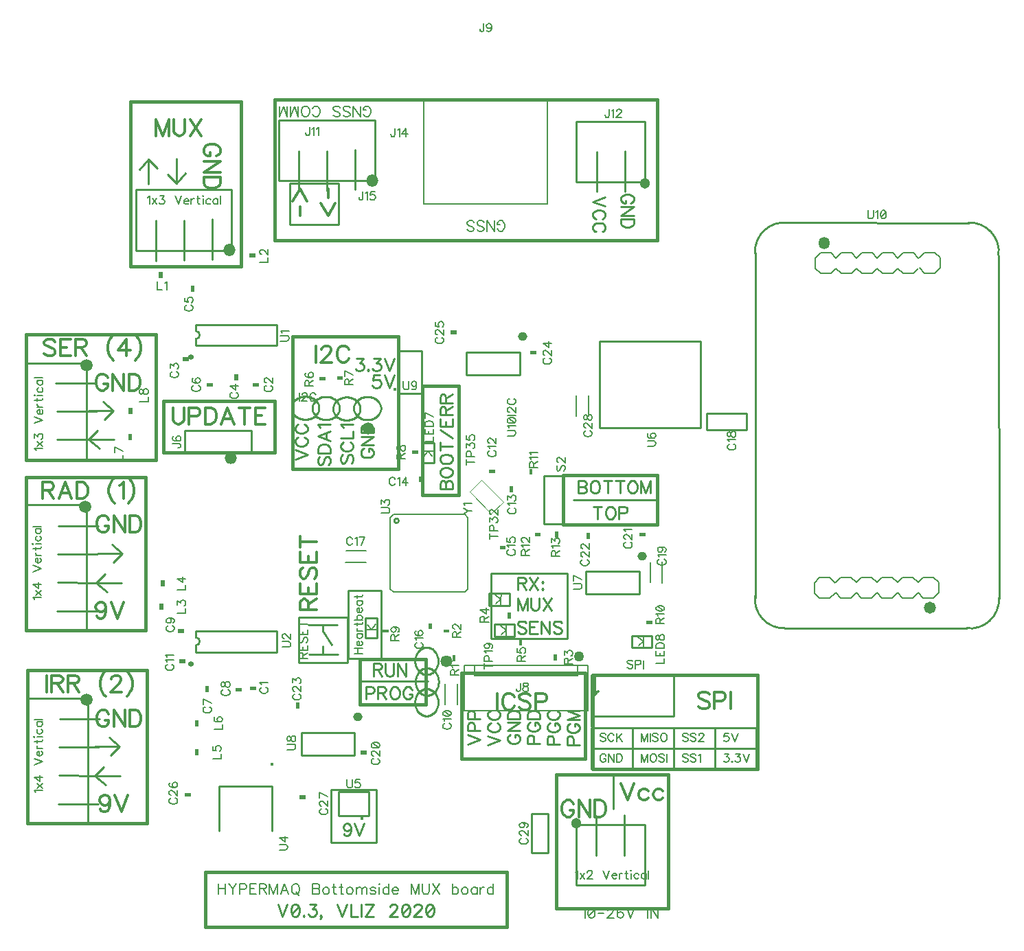
<source format=gto>
G04 DipTrace 3.3.1.3*
G04 HypermaqBottomsidev0.3.gto*
%MOMM*%
G04 #@! TF.FileFunction,Legend,Top*
G04 #@! TF.Part,Single*
%ADD10C,0.25*%
%ADD14C,0.381*%
%ADD15C,0.254*%
%ADD39C,0.1*%
%ADD40C,0.1524*%
%ADD47C,0.2032*%
%ADD49O,1.46947X1.46877*%
%ADD52O,1.30116X1.30816*%
%ADD55O,1.49905X1.50528*%
%ADD56O,1.49869X1.49836*%
%ADD57O,1.517X1.47648*%
%ADD60O,1.4692X1.46938*%
%ADD63O,1.25075X1.2855*%
%ADD64C,0.127*%
%ADD66C,0.20333*%
%ADD69O,1.49836X1.49869*%
%ADD74O,0.69724X0.69708*%
%ADD78O,0.39192X0.38938*%
%ADD81O,0.40856X0.41059*%
%ADD85O,1.13934X1.09392*%
%ADD88O,0.41059X0.40794*%
%ADD90O,1.46826X1.46676*%
%ADD91O,1.46826X1.47176*%
%ADD179C,0.15686*%
%ADD180C,0.31373*%
%ADD181C,0.23529*%
%ADD182C,0.19608*%
%FSLAX35Y35*%
G04*
G71*
G90*
G75*
G01*
G04 TopSilk*
%LPD*%
G36*
X2998464Y3244190D2*
X3074663D1*
Y3198481D1*
X2998464D1*
Y3244190D1*
G37*
G36*
X3036464Y6987070D2*
X3112663D1*
Y6941361D1*
X3036464D1*
Y6987070D1*
G37*
G36*
X2168587Y7303817D2*
X2244786D1*
Y7258108D1*
X2168587D1*
Y7303817D1*
G37*
G36*
X2807807Y7016210D2*
X2853515D1*
Y7092409D1*
X2807807D1*
Y7016210D1*
G37*
G36*
X2268807Y8105840D2*
X2314515D1*
Y8182039D1*
X2268807D1*
Y8105840D1*
G37*
G36*
X2467587Y6987070D2*
X2543786D1*
Y6941361D1*
X2467587D1*
Y6987070D1*
G37*
G36*
X2493690Y3249533D2*
X2447981D1*
Y3173334D1*
X2493690D1*
Y3249533D1*
G37*
G36*
X2899910Y3178060D2*
X2823711D1*
Y3223769D1*
X2899910D1*
Y3178060D1*
G37*
G36*
X2191160Y3902683D2*
X2114961D1*
Y3948392D1*
X2191160D1*
Y3902683D1*
G37*
X5555811Y3274085D2*
D40*
X5556188Y3018887D1*
X5407182Y3271684D2*
X5407107Y3023405D1*
G36*
X2125337Y3577563D2*
X2201536D1*
Y3531855D1*
X2125337D1*
Y3577563D1*
G37*
G36*
X5945587Y5916817D2*
X6021786D1*
Y5871108D1*
X5945587D1*
Y5916817D1*
G37*
G36*
X6244567Y5709786D2*
X6198858D1*
Y5633587D1*
X6244567D1*
Y5709786D1*
G37*
G36*
X5081770Y5835152D2*
X5122082D1*
Y5763186D1*
X5081770D1*
Y5835152D1*
G37*
G36*
X6152652Y4975857D2*
X6080686D1*
Y4935544D1*
X6152652D1*
Y4975857D1*
G37*
G36*
X5204393Y4021028D2*
X5244706D1*
Y3949063D1*
X5204393D1*
Y4021028D1*
G37*
X4433219Y4771439D2*
D40*
X4178020Y4771062D1*
X4430817Y4920068D2*
X4182539Y4920143D1*
X8634597Y6607012D2*
D10*
X9117870D1*
Y6408342D1*
X8634597D1*
Y6607012D1*
X8081061Y4777842D2*
D40*
X8081438Y4522644D1*
X7932432Y4775441D2*
X7932357Y4527162D1*
G36*
X4364897Y2451737D2*
X4441096D1*
Y2406028D1*
X4364897D1*
Y2451737D1*
G37*
G36*
X7880286Y5094560D2*
X7804087D1*
Y5140269D1*
X7880286D1*
Y5094560D1*
G37*
G36*
X7192690Y5133910D2*
X7146981D1*
Y5057711D1*
X7192690D1*
Y5133910D1*
G37*
G36*
X3609317Y3042783D2*
X3563608D1*
Y2966584D1*
X3609317D1*
Y3042783D1*
G37*
G36*
X6454837Y7383190D2*
X6531036D1*
Y7337481D1*
X6454837D1*
Y7383190D1*
G37*
G36*
X5546660Y7586933D2*
X5470461D1*
Y7632642D1*
X5546660D1*
Y7586933D1*
G37*
G36*
X2198950Y1929040D2*
X2275149D1*
Y1883331D1*
X2198950D1*
Y1929040D1*
G37*
G36*
X3689353Y1856017D2*
X3613154D1*
Y1901725D1*
X3689353D1*
Y1856017D1*
G37*
X7170934Y6830965D2*
D40*
X7171311Y6575767D1*
X7022305Y6828564D2*
X7022230Y6580285D1*
X6670512Y1674030D2*
D10*
X6471842D1*
Y1190756D1*
X6670512D1*
Y1674030D1*
X4569790Y3840272D2*
X4423021D1*
Y4089908D1*
X4569790D1*
Y3840272D1*
X4421703Y3942748D2*
D47*
X4497005Y3942847D1*
X4561171Y3942323D2*
X4497005Y3942847D1*
X4444435Y4005606D1*
X4499538Y3944395D2*
X4551368Y4010948D1*
X4278489Y6674249D2*
D10*
X4278898Y6684181D1*
X4280123Y6694065D1*
X4282157Y6703852D1*
X4284992Y6713495D1*
X4288612Y6722947D1*
X4293001Y6732162D1*
X4298138Y6741094D1*
X4303996Y6749701D1*
X4310548Y6757940D1*
X4317761Y6765772D1*
X4325601Y6773157D1*
X4334029Y6780061D1*
X4343005Y6786449D1*
X4352483Y6792291D1*
X4362420Y6797557D1*
X4372765Y6802223D1*
X4383468Y6806265D1*
X4394478Y6809664D1*
X4405741Y6812403D1*
X4417202Y6814470D1*
X4428804Y6815853D1*
X4440492Y6816546D1*
X4452209D1*
X4463897Y6815853D1*
X4475499Y6814470D1*
X4486960Y6812403D1*
X4498222Y6809664D1*
X4509232Y6806265D1*
X4519936Y6802223D1*
X4530281Y6797557D1*
X4540217Y6792291D1*
X4549696Y6786449D1*
X4558671Y6780061D1*
X4567100Y6773157D1*
X4574940Y6765772D1*
X4582153Y6757940D1*
X4588705Y6749701D1*
X4594563Y6741094D1*
X4599699Y6732162D1*
X4604088Y6722947D1*
X4607709Y6713495D1*
X4610543Y6703852D1*
X4612578Y6694065D1*
X4613803Y6684181D1*
X4614212Y6674249D1*
X4613803Y6664317D1*
X4612578Y6654433D1*
X4610543Y6644646D1*
X4607709Y6635003D1*
X4604088Y6625551D1*
X4599699Y6616336D1*
X4594563Y6607404D1*
X4588705Y6598797D1*
X4582153Y6590558D1*
X4574940Y6582727D1*
X4567100Y6575341D1*
X4558671Y6568437D1*
X4549696Y6562049D1*
X4540217Y6556208D1*
X4530281Y6550941D1*
X4519936Y6546276D1*
X4509232Y6542233D1*
X4498222Y6538834D1*
X4486960Y6536095D1*
X4475499Y6534029D1*
X4463897Y6532645D1*
X4452209Y6531952D1*
X4440492D1*
X4428804Y6532645D1*
X4417202Y6534029D1*
X4405741Y6536095D1*
X4394478Y6538834D1*
X4383468Y6542233D1*
X4372765Y6546276D1*
X4362420Y6550941D1*
X4352483Y6556208D1*
X4343005Y6562049D1*
X4334029Y6568437D1*
X4325601Y6575341D1*
X4317761Y6582727D1*
X4310548Y6590558D1*
X4303996Y6598797D1*
X4298138Y6607404D1*
X4293001Y6616336D1*
X4288612Y6625551D1*
X4284992Y6635003D1*
X4282157Y6644646D1*
X4280123Y6654433D1*
X4278898Y6664317D1*
X4278489Y6674249D1*
X4023120Y6668839D2*
X4023529Y6678771D1*
X4024753Y6688655D1*
X4026788Y6698442D1*
X4029622Y6708085D1*
X4033243Y6717537D1*
X4037632Y6726752D1*
X4042768Y6735684D1*
X4048627Y6744291D1*
X4055178Y6752530D1*
X4062392Y6760361D1*
X4070232Y6767747D1*
X4078660Y6774651D1*
X4087635Y6781039D1*
X4097114Y6786880D1*
X4107050Y6792147D1*
X4117395Y6796813D1*
X4128099Y6800855D1*
X4139109Y6804254D1*
X4150372Y6806993D1*
X4161832Y6809059D1*
X4173435Y6810443D1*
X4185123Y6811136D1*
X4196839D1*
X4208527Y6810443D1*
X4220130Y6809059D1*
X4231590Y6806993D1*
X4242853Y6804254D1*
X4253863Y6800855D1*
X4264567Y6796813D1*
X4274912Y6792147D1*
X4284848Y6786880D1*
X4294327Y6781039D1*
X4303302Y6774651D1*
X4311730Y6767747D1*
X4319570Y6760361D1*
X4326784Y6752530D1*
X4333335Y6744291D1*
X4339194Y6735684D1*
X4344330Y6726752D1*
X4348719Y6717537D1*
X4352340Y6708085D1*
X4355174Y6698442D1*
X4357209Y6688655D1*
X4358433Y6678771D1*
X4358842Y6668839D1*
X4358433Y6658907D1*
X4357209Y6649023D1*
X4355174Y6639236D1*
X4352340Y6629593D1*
X4348719Y6620141D1*
X4344330Y6610926D1*
X4339194Y6601994D1*
X4333335Y6593387D1*
X4326784Y6585148D1*
X4319570Y6577316D1*
X4311730Y6569931D1*
X4303302Y6563027D1*
X4294327Y6556639D1*
X4284848Y6550797D1*
X4274912Y6545531D1*
X4264567Y6540865D1*
X4253863Y6536823D1*
X4242853Y6533424D1*
X4231590Y6530685D1*
X4220130Y6528618D1*
X4208527Y6527235D1*
X4196839Y6526542D1*
X4185123D1*
X4173435Y6527235D1*
X4161832Y6528618D1*
X4150372Y6530685D1*
X4139109Y6533424D1*
X4128099Y6536823D1*
X4117395Y6540865D1*
X4107050Y6545531D1*
X4097114Y6550797D1*
X4087635Y6556639D1*
X4078660Y6563027D1*
X4070232Y6569931D1*
X4062392Y6577316D1*
X4055178Y6585148D1*
X4048627Y6593387D1*
X4042768Y6601994D1*
X4037632Y6610926D1*
X4033243Y6620141D1*
X4029622Y6629593D1*
X4026788Y6639236D1*
X4024753Y6649023D1*
X4023529Y6658907D1*
X4023120Y6668839D1*
X3768301Y6674814D2*
X3768710Y6684746D1*
X3769934Y6694630D1*
X3771969Y6704417D1*
X3774803Y6714060D1*
X3778424Y6723512D1*
X3782813Y6732726D1*
X3787949Y6741659D1*
X3793808Y6750266D1*
X3800359Y6758505D1*
X3807573Y6766336D1*
X3815413Y6773722D1*
X3823841Y6780625D1*
X3832816Y6787014D1*
X3842295Y6792855D1*
X3852231Y6798122D1*
X3862576Y6802787D1*
X3873280Y6806830D1*
X3884290Y6810229D1*
X3895553Y6812968D1*
X3907013Y6815034D1*
X3918616Y6816417D1*
X3930304Y6817111D1*
X3942020D1*
X3953708Y6816417D1*
X3965311Y6815034D1*
X3976771Y6812968D1*
X3988034Y6810229D1*
X3999044Y6806830D1*
X4009748Y6802787D1*
X4020093Y6798122D1*
X4030029Y6792855D1*
X4039508Y6787014D1*
X4048483Y6780625D1*
X4056911Y6773722D1*
X4064751Y6766336D1*
X4071965Y6758505D1*
X4078516Y6750266D1*
X4084375Y6741659D1*
X4089511Y6732726D1*
X4093900Y6723512D1*
X4097521Y6714060D1*
X4100355Y6704417D1*
X4102390Y6694630D1*
X4103614Y6684746D1*
X4104023Y6674814D1*
X4103614Y6664882D1*
X4102390Y6654998D1*
X4100355Y6645210D1*
X4097521Y6635567D1*
X4093900Y6626116D1*
X4089511Y6616901D1*
X4084375Y6607969D1*
X4078516Y6599362D1*
X4071965Y6591123D1*
X4064751Y6583291D1*
X4056911Y6575906D1*
X4048483Y6569002D1*
X4039508Y6562614D1*
X4030029Y6556772D1*
X4020093Y6551506D1*
X4009748Y6546840D1*
X3999044Y6542798D1*
X3988034Y6539399D1*
X3976771Y6536659D1*
X3965311Y6534593D1*
X3953708Y6533210D1*
X3942020Y6532517D1*
X3930304D1*
X3918616Y6533210D1*
X3907013Y6534593D1*
X3895553Y6536659D1*
X3884290Y6539399D1*
X3873280Y6542798D1*
X3862576Y6546840D1*
X3852231Y6551506D1*
X3842295Y6556772D1*
X3832816Y6562614D1*
X3823841Y6569002D1*
X3815413Y6575906D1*
X3807573Y6583291D1*
X3800359Y6591123D1*
X3793808Y6599362D1*
X3787949Y6607969D1*
X3782813Y6616901D1*
X3778424Y6626116D1*
X3774803Y6635567D1*
X3771969Y6645210D1*
X3769934Y6654998D1*
X3768710Y6664882D1*
X3768301Y6674814D1*
X3513482Y6677825D2*
X3513891Y6687757D1*
X3515115Y6697641D1*
X3517150Y6707428D1*
X3519984Y6717071D1*
X3523605Y6726523D1*
X3527994Y6735737D1*
X3533130Y6744670D1*
X3538989Y6753276D1*
X3545540Y6761516D1*
X3552754Y6769347D1*
X3560594Y6776733D1*
X3569022Y6783636D1*
X3577997Y6790025D1*
X3587476Y6795866D1*
X3597412Y6801133D1*
X3607757Y6805798D1*
X3618461Y6809841D1*
X3629471Y6813240D1*
X3640734Y6815979D1*
X3652194Y6818045D1*
X3663797Y6819428D1*
X3675485Y6820122D1*
X3687201D1*
X3698889Y6819428D1*
X3710492Y6818045D1*
X3721952Y6815979D1*
X3733215Y6813240D1*
X3744225Y6809841D1*
X3754929Y6805798D1*
X3765274Y6801133D1*
X3775210Y6795866D1*
X3784689Y6790025D1*
X3793664Y6783636D1*
X3802092Y6776733D1*
X3809932Y6769347D1*
X3817146Y6761516D1*
X3823697Y6753276D1*
X3829556Y6744670D1*
X3834692Y6735737D1*
X3839081Y6726523D1*
X3842702Y6717071D1*
X3845536Y6707428D1*
X3847571Y6697641D1*
X3848795Y6687757D1*
X3849204Y6677825D1*
X3848795Y6667892D1*
X3847571Y6658009D1*
X3845536Y6648221D1*
X3842702Y6638578D1*
X3839081Y6629127D1*
X3834692Y6619912D1*
X3829556Y6610980D1*
X3823697Y6602373D1*
X3817146Y6594134D1*
X3809932Y6586302D1*
X3802092Y6578917D1*
X3793664Y6572013D1*
X3784689Y6565625D1*
X3775210Y6559783D1*
X3765274Y6554517D1*
X3754929Y6549851D1*
X3744225Y6545809D1*
X3733215Y6542410D1*
X3721952Y6539670D1*
X3710492Y6537604D1*
X3698889Y6536221D1*
X3687201Y6535528D1*
X3675485D1*
X3663797Y6536221D1*
X3652194Y6537604D1*
X3640734Y6539670D1*
X3629471Y6542410D1*
X3618461Y6545809D1*
X3607757Y6549851D1*
X3597412Y6554517D1*
X3587476Y6559783D1*
X3577997Y6565625D1*
X3569022Y6572013D1*
X3560594Y6578917D1*
X3552754Y6586302D1*
X3545540Y6594134D1*
X3538989Y6602373D1*
X3533130Y6610980D1*
X3527994Y6619912D1*
X3523605Y6629127D1*
X3519984Y6638578D1*
X3517150Y6648221D1*
X3515115Y6658009D1*
X3513891Y6667892D1*
X3513482Y6677825D1*
D49*
X4452900Y6423190D3*
X7865007Y790437D2*
D10*
X7025169D1*
Y1538949D1*
X7865007D1*
Y790437D1*
D52*
X7020165Y1553243D3*
X7263563Y1159495D2*
D10*
X7264473Y1653305D1*
X7616604Y1162094D2*
X7617514Y1656770D1*
X234183Y3933833D2*
X987298D1*
Y5480754D1*
X234183D1*
Y3933833D1*
D55*
X965306Y5459936D3*
X621063Y4174038D2*
D10*
X1114762D1*
X630937Y4524738D2*
X1124636Y4523136D1*
X627347Y4877038D2*
X1121943D1*
X637221Y5226136D2*
X1131817D1*
X250060Y1554080D2*
X1003174D1*
Y3101000D1*
X250060D1*
Y1554080D1*
D55*
X981182Y3080182D3*
X636940Y1794285D2*
D10*
X1130638D1*
X646814Y2144984D2*
X1140512Y2143383D1*
X643223Y2497285D2*
X1137819D1*
X653097Y2846383D2*
X1147693D1*
X1596517Y9369577D2*
X2775813D1*
Y8621273D1*
X1596517D1*
Y9369577D1*
D56*
X2750016Y8622588D3*
X2191078Y8991044D2*
D10*
Y8495972D1*
X1838518Y8987539D2*
Y8493343D1*
X2537497Y9003311D2*
Y8509116D1*
X3016500Y6127176D2*
X2196500D1*
Y6397043D1*
X3016500D1*
Y6127176D1*
D57*
X2764350Y6060734D3*
X5034888Y3557340D2*
D10*
X5035234Y3569051D1*
X5036273Y3580704D1*
X5037999Y3592243D1*
X5040403Y3603613D1*
X5043474Y3614757D1*
X5047197Y3625621D1*
X5051553Y3636153D1*
X5056522Y3646300D1*
X5062079Y3656015D1*
X5068198Y3665248D1*
X5074847Y3673956D1*
X5081996Y3682095D1*
X5089609Y3689627D1*
X5097649Y3696515D1*
X5106077Y3702724D1*
X5114851Y3708225D1*
X5123930Y3712991D1*
X5133268Y3716999D1*
X5142821Y3720228D1*
X5152542Y3722665D1*
X5162383Y3724295D1*
X5172297Y3725113D1*
X5182234D1*
X5192148Y3724295D1*
X5201989Y3722665D1*
X5211710Y3720228D1*
X5221263Y3716999D1*
X5230601Y3712991D1*
X5239680Y3708225D1*
X5248454Y3702724D1*
X5256882Y3696515D1*
X5264922Y3689627D1*
X5272535Y3682095D1*
X5279684Y3673956D1*
X5286333Y3665248D1*
X5292452Y3656015D1*
X5298009Y3646300D1*
X5302978Y3636153D1*
X5307334Y3625621D1*
X5311057Y3614757D1*
X5314128Y3603613D1*
X5316532Y3592243D1*
X5318258Y3580704D1*
X5319297Y3569051D1*
X5319643Y3557340D1*
X5319297Y3545630D1*
X5318258Y3533977D1*
X5316532Y3522437D1*
X5314128Y3511068D1*
X5311057Y3499924D1*
X5307334Y3489059D1*
X5302978Y3478528D1*
X5298009Y3468380D1*
X5292452Y3458666D1*
X5286333Y3449432D1*
X5279684Y3440725D1*
X5272535Y3432585D1*
X5264922Y3425053D1*
X5256882Y3418166D1*
X5248454Y3411956D1*
X5239680Y3406455D1*
X5230601Y3401689D1*
X5221263Y3397682D1*
X5211710Y3394452D1*
X5201989Y3392016D1*
X5192148Y3390385D1*
X5182234Y3389568D1*
X5172297D1*
X5162383Y3390385D1*
X5152542Y3392016D1*
X5142821Y3394452D1*
X5133268Y3397682D1*
X5123930Y3401689D1*
X5114851Y3406455D1*
X5106077Y3411956D1*
X5097649Y3418166D1*
X5089609Y3425053D1*
X5081996Y3432585D1*
X5074847Y3440725D1*
X5068198Y3449432D1*
X5062079Y3458666D1*
X5056522Y3468380D1*
X5051553Y3478528D1*
X5047197Y3489059D1*
X5043474Y3499924D1*
X5040403Y3511068D1*
X5037999Y3522437D1*
X5036273Y3533977D1*
X5035234Y3545630D1*
X5034888Y3557340D1*
X5040264Y3301954D2*
X5040611Y3313664D1*
X5041650Y3325318D1*
X5043376Y3336857D1*
X5045780Y3348226D1*
X5048852Y3359370D1*
X5052575Y3370235D1*
X5056932Y3380766D1*
X5061902Y3390914D1*
X5067460Y3400628D1*
X5073579Y3409862D1*
X5080230Y3418570D1*
X5087380Y3426709D1*
X5094994Y3434241D1*
X5103035Y3441128D1*
X5111464Y3447338D1*
X5120240Y3452839D1*
X5129321Y3457605D1*
X5138661Y3461612D1*
X5148215Y3464842D1*
X5157937Y3467278D1*
X5167780Y3468909D1*
X5177695Y3469726D1*
X5187635D1*
X5197550Y3468909D1*
X5207393Y3467278D1*
X5217115Y3464842D1*
X5226669Y3461612D1*
X5236009Y3457605D1*
X5245089Y3452839D1*
X5253865Y3447338D1*
X5262295Y3441128D1*
X5270336Y3434241D1*
X5277950Y3426709D1*
X5285100Y3418570D1*
X5291751Y3409862D1*
X5297870Y3400628D1*
X5303428Y3390914D1*
X5308398Y3380766D1*
X5312755Y3370235D1*
X5316478Y3359370D1*
X5319550Y3348226D1*
X5321954Y3336857D1*
X5323680Y3325318D1*
X5324719Y3313664D1*
X5325066Y3301954D1*
X5324719Y3290244D1*
X5323680Y3278590D1*
X5321954Y3267051D1*
X5319550Y3255681D1*
X5316478Y3244537D1*
X5312755Y3233673D1*
X5308398Y3223141D1*
X5303428Y3212994D1*
X5297870Y3203280D1*
X5291751Y3194046D1*
X5285100Y3185338D1*
X5277950Y3177199D1*
X5270336Y3169667D1*
X5262295Y3162779D1*
X5253865Y3156570D1*
X5245089Y3151069D1*
X5236009Y3146303D1*
X5226669Y3142295D1*
X5217115Y3139066D1*
X5207393Y3136630D1*
X5197550Y3134999D1*
X5187635Y3134181D1*
X5177695D1*
X5167780Y3134999D1*
X5157937Y3136630D1*
X5148215Y3139066D1*
X5138661Y3142295D1*
X5129321Y3146303D1*
X5120240Y3151069D1*
X5111464Y3156570D1*
X5103035Y3162779D1*
X5094994Y3169667D1*
X5087380Y3177199D1*
X5080230Y3185338D1*
X5073579Y3194046D1*
X5067460Y3203280D1*
X5061902Y3212994D1*
X5056932Y3223141D1*
X5052575Y3233673D1*
X5048852Y3244537D1*
X5045780Y3255681D1*
X5043376Y3267051D1*
X5041650Y3278590D1*
X5040611Y3290244D1*
X5040264Y3301954D1*
X5034285Y3047160D2*
X5034632Y3058870D1*
X5035671Y3070523D1*
X5037397Y3082063D1*
X5039801Y3093432D1*
X5042873Y3104576D1*
X5046596Y3115441D1*
X5050953Y3125972D1*
X5055923Y3136120D1*
X5061481Y3145834D1*
X5067601Y3155068D1*
X5074251Y3163775D1*
X5081401Y3171915D1*
X5089015Y3179447D1*
X5097056Y3186334D1*
X5105486Y3192544D1*
X5114262Y3198045D1*
X5123342Y3202811D1*
X5132682Y3206818D1*
X5142236Y3210048D1*
X5151958Y3212484D1*
X5161801Y3214115D1*
X5171716Y3214932D1*
X5181656D1*
X5191571Y3214115D1*
X5201414Y3212484D1*
X5211136Y3210048D1*
X5220691Y3206818D1*
X5230031Y3202811D1*
X5239111Y3198045D1*
X5247887Y3192544D1*
X5256316Y3186334D1*
X5264357Y3179447D1*
X5271971Y3171915D1*
X5279121Y3163775D1*
X5285772Y3155068D1*
X5291891Y3145834D1*
X5297449Y3136120D1*
X5302419Y3125972D1*
X5306776Y3115441D1*
X5310499Y3104576D1*
X5313571Y3093432D1*
X5315976Y3082063D1*
X5317701Y3070523D1*
X5318740Y3058870D1*
X5319087Y3047160D1*
X5318740Y3035449D1*
X5317701Y3023796D1*
X5315976Y3012257D1*
X5313571Y3000887D1*
X5310499Y2989743D1*
X5306776Y2978879D1*
X5302419Y2968347D1*
X5297449Y2958200D1*
X5291891Y2948485D1*
X5285772Y2939252D1*
X5279121Y2930544D1*
X5271971Y2922405D1*
X5264357Y2914873D1*
X5256316Y2907985D1*
X5247887Y2901776D1*
X5239111Y2896275D1*
X5230031Y2891509D1*
X5220691Y2887501D1*
X5211136Y2884272D1*
X5201414Y2881835D1*
X5191571Y2880205D1*
X5181656Y2879387D1*
X5171716D1*
X5161801Y2880205D1*
X5151958Y2881835D1*
X5142236Y2884272D1*
X5132682Y2887501D1*
X5123342Y2891509D1*
X5114262Y2896275D1*
X5105486Y2901776D1*
X5097056Y2907985D1*
X5089015Y2914873D1*
X5081401Y2922405D1*
X5074251Y2930544D1*
X5067601Y2939252D1*
X5061481Y2948485D1*
X5055923Y2958200D1*
X5050953Y2968347D1*
X5046596Y2978879D1*
X5042873Y2989743D1*
X5039801Y3000887D1*
X5037397Y3012257D1*
X5035671Y3023796D1*
X5034632Y3035449D1*
X5034285Y3047160D1*
D60*
X5424295Y3555902D3*
D63*
X7059515Y3613571D3*
X7168747Y2947447D2*
D64*
Y3506203D1*
X5644500Y2947447D2*
Y3506203D1*
Y2947447D2*
X7168747D1*
X5644500Y3506203D2*
X5771243D1*
X7042005D1*
X7168747D1*
X7042005D2*
Y3379113D1*
X5771243D1*
Y3506203D1*
X6667473Y9191750D2*
D66*
X5143527D1*
X6667473Y10491750D2*
Y9191750D1*
Y10491750D2*
X5143527D1*
Y9191750D2*
Y10491750D1*
X239173Y6045877D2*
D10*
X987477D1*
Y7225173D1*
X239173D1*
Y6045877D1*
D69*
X986162Y7199376D3*
X617706Y6640438D2*
D10*
X1112778D1*
X621211Y6287878D2*
X1115407D1*
X605439Y6986857D2*
X1099634D1*
X3357893Y10227577D2*
X4537189D1*
Y9479273D1*
X3357893D1*
Y10227577D1*
D56*
X4511392Y9480588D3*
X3952455Y9849044D2*
D10*
Y9353972D1*
X3599895Y9845539D2*
Y9351343D1*
X4298873Y9861311D2*
Y9367116D1*
X7025357Y10211310D2*
X7865194D1*
Y9462798D1*
X7025357D1*
Y10211310D1*
D52*
X7870199Y9448504D3*
X7626801Y9842252D2*
D10*
X7625891Y9348442D1*
X7273759Y9839653D2*
X7272849Y9344977D1*
G36*
X1922233Y8356603D2*
X1876525D1*
Y8280404D1*
X1922233D1*
Y8356603D1*
G37*
G36*
X3064603Y8533767D2*
X2988404D1*
Y8579475D1*
X3064603D1*
Y8533767D1*
G37*
G36*
X1931613Y4265223D2*
X1885905D1*
Y4189024D1*
X1931613D1*
Y4265223D1*
G37*
G36*
X1947483Y4550976D2*
X1901775D1*
Y4474777D1*
X1947483D1*
Y4550976D1*
G37*
G36*
X2367613Y2468100D2*
X2321905D1*
Y2391901D1*
X2367613D1*
Y2468100D1*
G37*
G36*
Y2828103D2*
X2321905D1*
Y2751904D1*
X2367613D1*
Y2828103D1*
G37*
G36*
X1546237Y6356353D2*
X1500528D1*
Y6280154D1*
X1546237D1*
Y6356353D1*
G37*
G36*
X1550613Y6678226D2*
X1504905D1*
Y6602027D1*
X1550613D1*
Y6678226D1*
G37*
X5122710Y6249105D2*
D10*
X5269479D1*
Y5999468D1*
X5122710D1*
Y6249105D1*
X5270797Y6146629D2*
D47*
X5195495Y6146529D1*
X5131329Y6147054D2*
X5195495Y6146529D1*
X5248065Y6083771D1*
X5192962Y6144982D2*
X5141132Y6078428D1*
X7954855Y3871290D2*
D10*
X7705218D1*
Y3724521D1*
X7954855D1*
Y3871290D1*
X7852379Y3723203D2*
D47*
X7852279Y3798505D1*
X7852804Y3862671D2*
X7852279Y3798505D1*
X7789521Y3745935D1*
X7850732Y3801038D2*
X7784178Y3852868D1*
X6197105Y4390793D2*
D10*
X5947468D1*
Y4244025D1*
X6197105D1*
Y4390793D1*
X6094629Y4242707D2*
D47*
X6094529Y4318009D1*
X6095054Y4382175D2*
X6094529Y4318009D1*
X6031771Y4265438D1*
X6092982Y4320541D2*
X6026428Y4372371D1*
G36*
X5494520Y3628525D2*
X5534832D1*
Y3556560D1*
X5494520D1*
Y3628525D1*
G37*
G36*
X5456152Y3947230D2*
X5384186D1*
Y3906918D1*
X5456152D1*
Y3947230D1*
G37*
G36*
X6744770Y3638652D2*
X6785082D1*
Y3566686D1*
X6744770D1*
Y3638652D1*
G37*
G36*
X6214104Y4079598D2*
X6173791D1*
Y4151564D1*
X6214104D1*
Y4079598D1*
G37*
G36*
X6356980Y3746222D2*
X6316668D1*
Y3818187D1*
X6356980D1*
Y3746222D1*
G37*
G36*
X3857352Y7018520D2*
X3929317D1*
Y7058832D1*
X3857352D1*
Y7018520D1*
G37*
G36*
X4073348Y7027270D2*
X4145314D1*
Y7067582D1*
X4073348D1*
Y7027270D1*
G37*
G36*
X5074853Y6110763D2*
X4998654D1*
Y6156472D1*
X5074853D1*
Y6110763D1*
G37*
G36*
X4708025Y3946980D2*
X4636060D1*
Y3906668D1*
X4708025D1*
Y3946980D1*
G37*
G36*
X7958028Y4050730D2*
X7886063D1*
Y4010418D1*
X7958028D1*
Y4050730D1*
G37*
G36*
X6442643Y5926028D2*
X6482956D1*
Y5854063D1*
X6442643D1*
Y5926028D1*
G37*
G36*
X6509975Y5096143D2*
Y5136456D1*
X6581940D1*
Y5096143D1*
X6509975D1*
G37*
G36*
X6802980Y5081222D2*
X6762668D1*
Y5153187D1*
X6802980D1*
Y5081222D1*
G37*
X4199757Y4097797D2*
D10*
X3597370D1*
Y3537757D1*
X4199757D1*
Y4097797D1*
X4079641Y4004737D2*
X3720558D1*
X4081327Y3635857D2*
X3725919D1*
X3898563Y4001377D2*
Y3928597D1*
X3893503Y3739117D2*
Y3642637D1*
X3895190Y3923557D2*
X4005186Y3761077D1*
X6619888Y5844377D2*
X6859858D1*
Y5244377D1*
X6619888D1*
Y5844377D1*
X6260605Y4009790D2*
X6010968D1*
Y3863021D1*
X6260605D1*
Y4009790D1*
X6158129Y3861703D2*
D47*
X6158029Y3937005D1*
X6158554Y4001171D2*
X6158029Y3937005D1*
X6095271Y3884435D1*
X6156482Y3939538D2*
X6089928Y3991368D1*
X7211623Y3385750D2*
D10*
X8227623D1*
Y2877750D1*
X7211623D1*
Y3385750D1*
X2330128Y7446637D2*
X3330092D1*
X2330128Y7707117D2*
X3330092D1*
Y7446637D2*
Y7707117D1*
X2330128Y7446637D2*
Y7526557D1*
Y7627197D2*
Y7707117D1*
Y7526557D2*
G03X2330128Y7627197I-268J50320D01*
G01*
D74*
X2272097Y7302411D3*
X2330128Y3668387D2*
D10*
X3330092D1*
X2330128Y3928867D2*
X3330092D1*
Y3668387D2*
Y3928867D1*
X2330128Y3668387D2*
Y3748307D1*
Y3848947D2*
Y3928867D1*
Y3748307D2*
G03X2330128Y3848947I-268J50320D01*
G01*
D74*
X2272097Y3524161D3*
X4726769Y5326279D2*
D47*
X4766724Y5366234D1*
X5646782D1*
X5686737Y5326279D1*
Y4446221D1*
X5646782Y4406266D1*
X4766724D1*
X4726769Y4446221D1*
Y5326279D1*
X4778514Y5286259D2*
D15*
G02X4778514Y5286259I28230J0D01*
G01*
X3275011Y2016592D2*
D10*
X2614993D1*
X3275011Y1466683D2*
Y2016592D1*
X2614993Y1466683D2*
Y2016592D1*
D78*
X3274637Y2288487D3*
X4467453Y1649343D2*
D10*
X4089153D1*
Y1947823D1*
X4467453D1*
Y1649343D1*
D81*
X4380444Y1611319D3*
X8551480Y7496993D2*
D10*
X7306880D1*
Y6430193D1*
X8551480D1*
Y7496993D1*
D85*
X7833965Y4851801D3*
X7799394Y4660047D2*
D10*
X7139388D1*
X7799394Y4380207D2*
X7139388D1*
Y4660047D2*
Y4380207D1*
X7799394Y4660047D2*
Y4380207D1*
D85*
X4325591Y2867424D3*
X4291020Y2675670D2*
D10*
X3631015D1*
X4291020Y2395830D2*
X3631015D1*
Y2675670D2*
Y2395830D1*
X4291020Y2675670D2*
Y2395830D1*
X4824470Y6855980D2*
X5119737D1*
Y7378980D1*
X4824470D1*
Y6855980D1*
D88*
X4783233Y6910895D3*
D90*
X10076918Y8714189D3*
X11251228Y8529217D2*
D47*
X11314712Y8592793D1*
X11441982D1*
X11505165Y8529217D1*
X10795103Y8588288D2*
X10922072D1*
X10985556Y8524711D1*
X11505165Y8402565D2*
X11441982Y8338989D1*
X11314712D1*
X11251228Y8402565D1*
X10985556Y8398060D2*
X10922072Y8334483D1*
X11505165Y8529217D2*
Y8402565D1*
X10985556Y8524711D2*
X11049041Y8588288D1*
X11176009D1*
X11239494Y8524711D1*
Y8398060D2*
X11176009Y8334483D1*
X11049041D1*
X10985556Y8398060D1*
X10477381Y8524711D2*
X10540865Y8588288D1*
X10667834D1*
X10731619Y8524711D1*
Y8398060D2*
X10667834Y8334483D1*
X10540865D1*
X10477381Y8398060D1*
X10795103Y8588288D2*
X10731619Y8524711D1*
Y8398060D2*
X10795103Y8334483D1*
X10922072D2*
X10795103D1*
X10032990Y8588288D2*
X10159959D1*
X10223443Y8524711D1*
Y8398060D2*
X10159959Y8334483D1*
X10223443Y8524711D2*
X10286928Y8588288D1*
X10413896D1*
X10477381Y8524711D1*
Y8398060D2*
X10413896Y8334483D1*
X10286928D1*
X10223443Y8398060D1*
X9969506Y8524711D2*
Y8398060D1*
X10032990Y8588288D2*
X9969506Y8524711D1*
Y8398060D2*
X10032990Y8334483D1*
X10159959D2*
X10032990D1*
D91*
X11383913Y4211038D3*
X10209603Y4395760D2*
D47*
X10146119Y4332184D1*
X10018849D1*
X9955666Y4395760D1*
X10665728Y4336689D2*
X10538759D1*
X10475275Y4400265D1*
X9955666Y4522912D2*
X10018849Y4585988D1*
X10146119D1*
X10209603Y4522912D1*
X10475275Y4527418D2*
X10538759Y4590493D1*
X9955666Y4395760D2*
Y4522912D1*
X10475275Y4400265D2*
X10411790Y4336689D1*
X10284822D1*
X10221337Y4400265D1*
Y4527418D2*
X10284822Y4590493D1*
X10411790D1*
X10475275Y4527418D1*
X10983149Y4400265D2*
X10919966Y4336689D1*
X10792696D1*
X10729212Y4400265D1*
Y4527418D2*
X10792696Y4590493D1*
X10919966D1*
X10983149Y4527418D1*
X10665728Y4336689D2*
X10729212Y4400265D1*
Y4527418D2*
X10665728Y4590493D1*
X10538759D2*
X10665728D1*
X11427841Y4336689D2*
X11300872D1*
X11237388Y4400265D1*
Y4527418D2*
X11300872Y4590493D1*
X11237388Y4400265D2*
X11173903Y4336689D1*
X11046935D1*
X10983149Y4400265D1*
Y4527418D2*
X11046935Y4590493D1*
X11173903D1*
X11237388Y4527418D1*
X11491325Y4400265D2*
Y4527418D1*
X11427841Y4336689D2*
X11491325Y4400265D1*
Y4527418D2*
X11427841Y4590493D1*
X11300872D2*
X11427841D1*
X12228165Y8558752D2*
D10*
X12233881Y4326176D1*
X9226950Y8587286D2*
G02X9630121Y8960734I356764J19195D01*
G01*
X9602139Y3961739D2*
G02X9228153Y4364723I-19728J356721D01*
G01*
X12233279Y4335688D2*
G02X11830109Y3961739I-356774J-19659D01*
G01*
X11853878Y8962236D2*
G02X12227864Y8558752I19681J-356822D01*
G01*
X11840940Y3960238D2*
X9591007Y3963742D1*
X11864408Y8959733D2*
X9613873Y8964739D1*
X9227852Y8595296D2*
X9230560Y4329681D1*
D85*
X6361841Y7558674D3*
X6327270Y7366920D2*
D10*
X5667265D1*
X6327270Y7087080D2*
X5667265D1*
Y7366920D2*
Y7087080D1*
X6327270Y7366920D2*
Y7087080D1*
X5854392Y5786908D2*
D39*
X6120282Y5521019D1*
X5975341Y5376078D1*
X5709452Y5641968D1*
X5854392Y5786908D1*
X2449073Y954450D2*
D14*
X6163823D1*
Y279743D1*
X2449073D1*
Y954450D1*
X7223123Y3381377D2*
X9255123D1*
Y2222500D1*
X7223123D1*
Y3381377D1*
X1084873Y2502753D2*
D15*
X1394877D1*
X1264877Y2612743D2*
X1394877Y2502753D1*
X1284873Y2392753D1*
X1400750Y2141000D2*
X1090750D1*
X1220750Y2030993D2*
X1090750Y2141000D1*
X1200750Y2251000D1*
X2097137Y9753877D2*
Y9443883D1*
X2207140Y9573877D2*
X2097137Y9443883D1*
X1987137Y9553877D1*
X1744137Y9434753D2*
Y9744757D1*
X1634143Y9614753D2*
X1744137Y9744757D1*
X1854137Y9634753D1*
X1008437Y6648183D2*
X1318443D1*
X1188440Y6758190D2*
X1318443Y6648183D1*
X1208437Y6538187D1*
X1324310Y6286433D2*
X1014310D1*
X1144313Y6176433D2*
X1014310Y6286433D1*
X1124310Y6396433D1*
X6985000Y5540377D2*
X8001000D1*
X5973373Y4639873D2*
X6910000D1*
Y3830247D1*
X5973373D1*
Y4639873D1*
X253997Y3444873D2*
D14*
X1730377D1*
Y1555750D1*
X253997D1*
Y3444873D1*
X3524250Y7556500D2*
X4826000D1*
Y5921373D1*
X3524250D1*
Y7556500D1*
X6862373Y5846373D2*
X8016873D1*
Y5243123D1*
X6862373D1*
Y5846373D1*
X4354123Y3576250D2*
X5163750D1*
Y3020623D1*
X4354123D1*
Y3576250D1*
Y3306370D2*
D15*
X5195500D1*
X1116623Y4884003D2*
X1426630D1*
X1296627Y4993997D2*
X1426630Y4884003D1*
X1316623Y4774000D1*
X7207250Y2746373D2*
Y2873373D1*
X7477123Y1730377D2*
Y2143123D1*
X238123Y5826123D2*
D14*
X1714500D1*
Y3937000D1*
X238123D1*
Y5826123D1*
X1936750Y6762750D2*
X3302000D1*
Y6127750D1*
X1936750D1*
Y6762750D1*
X6778623Y2159000D2*
X8159750D1*
Y508000D1*
X6778623D1*
Y2159000D1*
X238127Y7588250D2*
X1841500D1*
Y6032500D1*
X238127D1*
Y7588250D1*
X1523997Y10453690D2*
X2889250D1*
Y8421690D1*
X1523997D1*
Y10453690D1*
X5127623Y6953250D2*
X5572123D1*
Y5603877D1*
X5127623D1*
Y6953250D1*
X5603873Y3413127D2*
X7127873D1*
Y2349500D1*
X5603873D1*
Y3413127D1*
X1416623Y4522250D2*
D15*
X1106627D1*
X1236630Y4412243D2*
X1106627Y4522250D1*
X1216623Y4632250D1*
X4000500Y1968500D2*
X4556123D1*
Y1317627D1*
X4000500D1*
Y1968500D1*
X4206873Y4429127D2*
X4619623D1*
Y3587750D1*
X4206873D1*
Y4429127D1*
X3490963Y9444360D2*
X4094213D1*
Y8936360D1*
X3490963D1*
Y9444360D1*
X3302000Y10477500D2*
D14*
X8016873D1*
Y8747127D1*
X3302000D1*
Y10477500D1*
X7207250Y2736750D2*
D10*
X7715250D1*
Y2482750D1*
X7207250D1*
Y2736750D1*
Y2482750D2*
X7715250D1*
Y2228750D1*
X7207250D1*
Y2482750D1*
X7715250Y2736750D2*
X8223250D1*
Y2482750D1*
X7715250D1*
Y2736750D1*
Y2482750D2*
X8223250D1*
Y2228750D1*
X7715250D1*
Y2482750D1*
X8223250Y2736750D2*
X8731250D1*
Y2482750D1*
X8223250D1*
Y2736750D1*
Y2482750D2*
X8731250D1*
Y2228750D1*
X8223250D1*
Y2482750D1*
X8731250Y2736750D2*
X9239250D1*
Y2482750D1*
X8731250D1*
Y2736750D1*
Y2482750D2*
X9239250D1*
Y2228750D1*
X8731250D1*
Y2482750D1*
X3145679Y3232442D2*
D179*
X3136021Y3227613D1*
X3126250Y3217842D1*
X3121421Y3208184D1*
Y3188755D1*
X3126250Y3178984D1*
X3136021Y3169326D1*
X3145679Y3164384D1*
X3160279Y3159555D1*
X3184650D1*
X3199138Y3164384D1*
X3208908Y3169326D1*
X3218567Y3178984D1*
X3223509Y3188755D1*
Y3208184D1*
X3218567Y3217842D1*
X3208909Y3227613D1*
X3199138Y3232442D1*
X3140962Y3263815D2*
X3136021Y3273586D1*
X3121533Y3288186D1*
X3223508D1*
X3199556Y6953475D2*
X3189898Y6948646D1*
X3180127Y6938875D1*
X3175297Y6929217D1*
Y6909788D1*
X3180127Y6900017D1*
X3189897Y6890358D1*
X3199556Y6885417D1*
X3214156Y6880588D1*
X3238527D1*
X3253014Y6885417D1*
X3262785Y6890358D1*
X3272444Y6900017D1*
X3277385Y6909788D1*
Y6929217D1*
X3272444Y6938875D1*
X3262785Y6948646D1*
X3253014Y6953475D1*
X3199668Y6989789D2*
X3194839D1*
X3185068Y6994619D1*
X3180239Y6999448D1*
X3175410Y7009219D1*
Y7028648D1*
X3180239Y7038306D1*
X3185068Y7043135D1*
X3194839Y7048077D1*
X3204498D1*
X3214268Y7043135D1*
X3228756Y7033477D1*
X3277385Y6984848D1*
Y7052906D1*
X2041679Y7125595D2*
X2032021Y7120766D1*
X2022250Y7110995D1*
X2017421Y7101337D1*
Y7081908D1*
X2022250Y7072137D1*
X2032021Y7062478D1*
X2041679Y7057537D1*
X2056279Y7052708D1*
X2080650D1*
X2095138Y7057537D1*
X2104908Y7062478D1*
X2114567Y7072137D1*
X2119509Y7081908D1*
Y7101337D1*
X2114567Y7110995D1*
X2104909Y7120766D1*
X2095138Y7125595D1*
X2017533Y7166739D2*
Y7220085D1*
X2056392Y7190997D1*
Y7205597D1*
X2061221Y7215255D1*
X2066050Y7220085D1*
X2080650Y7225026D1*
X2090309D1*
X2104908Y7220085D1*
X2114679Y7210426D1*
X2119508Y7195826D1*
Y7181226D1*
X2114679Y7166738D1*
X2109738Y7161909D1*
X2100079Y7156968D1*
X2777374Y6867447D2*
X2767716Y6862618D1*
X2757945Y6852847D1*
X2753116Y6843189D1*
Y6823760D1*
X2757945Y6813989D1*
X2767716Y6804330D1*
X2777374Y6799389D1*
X2791974Y6794560D1*
X2816345D1*
X2830833Y6799389D1*
X2840603Y6804330D1*
X2850262Y6813989D1*
X2855204Y6823760D1*
Y6843189D1*
X2850262Y6852847D1*
X2840604Y6862618D1*
X2830833Y6867447D1*
X2855203Y6947449D2*
X2753228D1*
X2821174Y6898820D1*
Y6971707D1*
X2219498Y7946489D2*
X2209839Y7941659D1*
X2200068Y7931889D1*
X2195239Y7922230D1*
Y7902801D1*
X2200068Y7893030D1*
X2209839Y7883372D1*
X2219498Y7878430D1*
X2234098Y7873601D1*
X2258468D1*
X2272956Y7878430D1*
X2282727Y7883372D1*
X2292385Y7893030D1*
X2297327Y7902801D1*
Y7922230D1*
X2292385Y7931888D1*
X2282727Y7941659D1*
X2272956Y7946488D1*
X2195352Y8036149D2*
Y7987632D1*
X2239039Y7982803D1*
X2234210Y7987632D1*
X2229268Y8002232D1*
Y8016719D1*
X2234210Y8031319D1*
X2243868Y8041090D1*
X2258468Y8045919D1*
X2268127D1*
X2282727Y8041090D1*
X2292498Y8031319D1*
X2297327Y8016719D1*
Y8002232D1*
X2292498Y7987632D1*
X2287556Y7982802D1*
X2277898Y7977861D1*
X2308929Y6954196D2*
X2299271Y6949367D1*
X2289500Y6939596D1*
X2284671Y6929938D1*
Y6910508D1*
X2289500Y6900738D1*
X2299271Y6891079D1*
X2308929Y6886138D1*
X2323529Y6881308D1*
X2347900D1*
X2362388Y6886138D1*
X2372158Y6891079D1*
X2381817Y6900738D1*
X2386759Y6910508D1*
Y6929937D1*
X2381817Y6939596D1*
X2372159Y6949367D1*
X2362388Y6954196D1*
X2299271Y7043856D2*
X2289612Y7039027D1*
X2284783Y7024427D1*
Y7014769D1*
X2289612Y7000169D1*
X2304212Y6990398D1*
X2328471Y6985568D1*
X2352729D1*
X2372159Y6990398D1*
X2381929Y7000168D1*
X2386758Y7014768D1*
Y7019598D1*
X2381929Y7034085D1*
X2372159Y7043856D1*
X2357559Y7048685D1*
X2352729D1*
X2338129Y7043856D1*
X2328471Y7034085D1*
X2323642Y7019598D1*
Y7014768D1*
X2328471Y7000168D1*
X2338129Y6990398D1*
X2352729Y6985568D1*
X2446734Y2990712D2*
X2437076Y2985883D1*
X2427305Y2976112D1*
X2422476Y2966454D1*
Y2947024D1*
X2427305Y2937254D1*
X2437076Y2927595D1*
X2446734Y2922654D1*
X2461334Y2917824D1*
X2485705D1*
X2500193Y2922654D1*
X2509963Y2927595D1*
X2519622Y2937253D1*
X2524564Y2947024D1*
Y2966453D1*
X2519622Y2976112D1*
X2509964Y2985883D1*
X2500193Y2990712D1*
X2524563Y3041513D2*
X2422588Y3090143D1*
Y3022084D1*
X2672913Y3203418D2*
X2663254Y3198589D1*
X2653483Y3188818D1*
X2648654Y3179160D1*
Y3159730D1*
X2653483Y3149960D1*
X2663254Y3140301D1*
X2672913Y3135360D1*
X2687513Y3130530D1*
X2711883D1*
X2726371Y3135360D1*
X2736142Y3140301D1*
X2745800Y3149960D1*
X2750742Y3159730D1*
Y3179159D1*
X2745800Y3188818D1*
X2736142Y3198589D1*
X2726371Y3203418D1*
X2648767Y3259049D2*
X2653596Y3244561D1*
X2663254Y3239620D1*
X2673025D1*
X2682683Y3244561D1*
X2687625Y3254220D1*
X2692454Y3273649D1*
X2697283Y3288249D1*
X2707054Y3297907D1*
X2716713Y3302737D1*
X2731313D1*
X2740971Y3297907D1*
X2745913Y3293078D1*
X2750742Y3278478D1*
Y3259049D1*
X2745913Y3244561D1*
X2740971Y3239620D1*
X2731313Y3234790D1*
X2716713D1*
X2707054Y3239620D1*
X2697283Y3249391D1*
X2692454Y3263878D1*
X2687625Y3283307D1*
X2682683Y3293078D1*
X2673025Y3297907D1*
X2663254D1*
X2653596Y3293078D1*
X2648767Y3278478D1*
Y3259049D1*
X1990163Y3993273D2*
X1980504Y3988444D1*
X1970733Y3978673D1*
X1965904Y3969015D1*
Y3949586D1*
X1970733Y3939815D1*
X1980504Y3930156D1*
X1990163Y3925215D1*
X2004763Y3920386D1*
X2029133D1*
X2043621Y3925215D1*
X2053392Y3930156D1*
X2063050Y3939815D1*
X2067992Y3949585D1*
Y3969015D1*
X2063050Y3978673D1*
X2053392Y3988444D1*
X2043621Y3993273D1*
X1999933Y4087875D2*
X2014533Y4082933D1*
X2024304Y4073275D1*
X2029133Y4058675D1*
Y4053846D1*
X2024304Y4039246D1*
X2014533Y4029587D1*
X1999933Y4024646D1*
X1995104D1*
X1980504Y4029587D1*
X1970846Y4039246D1*
X1966017Y4053846D1*
Y4058675D1*
X1970846Y4073275D1*
X1980504Y4082933D1*
X1999933Y4087875D1*
X2024304D1*
X2048563Y4082933D1*
X2063163Y4073275D1*
X2067992Y4058675D1*
Y4049016D1*
X2063163Y4034416D1*
X2053392Y4029587D1*
X5402874Y2789754D2*
X5393216Y2784924D1*
X5383445Y2775154D1*
X5378616Y2765495D1*
Y2746066D1*
X5383445Y2736295D1*
X5393216Y2726637D1*
X5402874Y2721695D1*
X5417474Y2716866D1*
X5441845D1*
X5456333Y2721695D1*
X5466103Y2726637D1*
X5475762Y2736295D1*
X5480704Y2746066D1*
Y2765495D1*
X5475762Y2775153D1*
X5466104Y2784924D1*
X5456333Y2789753D1*
X5398157Y2821126D2*
X5393216Y2830897D1*
X5378728Y2845497D1*
X5480703D1*
X5378728Y2906069D2*
X5383557Y2891469D1*
X5398157Y2881699D1*
X5422416Y2876869D1*
X5437016D1*
X5461274Y2881698D1*
X5475874Y2891469D1*
X5480703Y2906069D1*
Y2915728D1*
X5475874Y2930328D1*
X5461274Y2939986D1*
X5437016Y2944928D1*
X5422416D1*
X5398157Y2939986D1*
X5383557Y2930328D1*
X5378728Y2915728D1*
Y2906069D1*
X5398157Y2939986D2*
X5461274Y2881698D1*
X1982479Y3515917D2*
X1972821Y3511088D1*
X1963050Y3501317D1*
X1958221Y3491659D1*
Y3472230D1*
X1963050Y3462459D1*
X1972821Y3452801D1*
X1982479Y3447859D1*
X1997079Y3443030D1*
X2021450D1*
X2035938Y3447859D1*
X2045708Y3452801D1*
X2055367Y3462459D1*
X2060309Y3472230D1*
Y3491659D1*
X2055367Y3501317D1*
X2045709Y3511088D1*
X2035938Y3515917D1*
X1977762Y3547290D2*
X1972821Y3557061D1*
X1958333Y3571661D1*
X2060308D1*
X1977762Y3603033D2*
X1972821Y3612804D1*
X1958333Y3627404D1*
X2060308D1*
X5955679Y6151727D2*
X5946021Y6146898D1*
X5936250Y6137127D1*
X5931421Y6127469D1*
Y6108039D1*
X5936250Y6098269D1*
X5946021Y6088610D1*
X5955679Y6083669D1*
X5970279Y6078839D1*
X5994650D1*
X6009138Y6083669D1*
X6018908Y6088610D1*
X6028567Y6098268D1*
X6033509Y6108039D1*
Y6127468D1*
X6028567Y6137127D1*
X6018909Y6146898D1*
X6009138Y6151727D1*
X5950962Y6183099D2*
X5946021Y6192870D1*
X5931533Y6207470D1*
X6033508D1*
X5955792Y6243784D2*
X5950962D1*
X5941192Y6248613D1*
X5936362Y6253443D1*
X5931533Y6263213D1*
Y6282643D1*
X5936362Y6292301D1*
X5941192Y6297130D1*
X5950962Y6302072D1*
X5960621D1*
X5970392Y6297130D1*
X5984879Y6287472D1*
X6033508Y6238843D1*
Y6306901D1*
X6202988Y5444097D2*
X6193329Y5439268D1*
X6183558Y5429497D1*
X6178729Y5419839D1*
Y5400409D1*
X6183558Y5390639D1*
X6193329Y5380980D1*
X6202988Y5376039D1*
X6217588Y5371209D1*
X6241958D1*
X6256446Y5376039D1*
X6266217Y5380980D1*
X6275875Y5390638D1*
X6280817Y5400409D1*
Y5419838D1*
X6275875Y5429497D1*
X6266217Y5439268D1*
X6256446Y5444097D1*
X6198271Y5475469D2*
X6193329Y5485240D1*
X6178842Y5499840D1*
X6280817D1*
X6178842Y5540983D2*
Y5594330D1*
X6217700Y5565242D1*
Y5579842D1*
X6222529Y5589500D1*
X6227358Y5594330D1*
X6241958Y5599271D1*
X6251617D1*
X6266217Y5594329D1*
X6275988Y5584671D1*
X6280817Y5570071D1*
Y5555471D1*
X6275988Y5540983D1*
X6271046Y5536154D1*
X6261388Y5531213D1*
X4789109Y5799201D2*
X4784280Y5808859D1*
X4774509Y5818630D1*
X4764850Y5823459D1*
X4745421D1*
X4735650Y5818630D1*
X4725992Y5808859D1*
X4721050Y5799201D1*
X4716221Y5784601D1*
Y5760230D1*
X4721050Y5745742D1*
X4725992Y5735972D1*
X4735650Y5726313D1*
X4745421Y5721372D1*
X4764850D1*
X4774509Y5726313D1*
X4784280Y5735972D1*
X4789109Y5745742D1*
X4820481Y5803918D2*
X4830252Y5808859D1*
X4844852Y5823347D1*
Y5721372D1*
X4924854D2*
Y5823347D1*
X4876225Y5755401D1*
X4949112D1*
X6193069Y4930947D2*
X6183411Y4926118D1*
X6173640Y4916347D1*
X6168811Y4906689D1*
Y4887259D1*
X6173640Y4877489D1*
X6183411Y4867830D1*
X6193069Y4862889D1*
X6207669Y4858059D1*
X6232040D1*
X6246528Y4862889D1*
X6256298Y4867830D1*
X6265957Y4877488D1*
X6270899Y4887259D1*
Y4906688D1*
X6265957Y4916347D1*
X6256299Y4926118D1*
X6246528Y4930947D1*
X6188352Y4962319D2*
X6183411Y4972090D1*
X6168923Y4986690D1*
X6270898D1*
X6168923Y5076350D2*
Y5027833D1*
X6212611Y5023004D1*
X6207782Y5027833D1*
X6202840Y5042433D1*
Y5056921D1*
X6207782Y5071521D1*
X6217440Y5081292D1*
X6232040Y5086121D1*
X6241698D1*
X6256298Y5081292D1*
X6266069Y5071521D1*
X6270898Y5056921D1*
Y5042433D1*
X6266069Y5027833D1*
X6261128Y5023004D1*
X6251469Y5018063D1*
X5056519Y3784091D2*
X5046861Y3779262D1*
X5037090Y3769491D1*
X5032261Y3759833D1*
Y3740403D1*
X5037090Y3730633D1*
X5046861Y3720974D1*
X5056519Y3716033D1*
X5071119Y3711203D1*
X5095490D1*
X5109978Y3716033D1*
X5119748Y3720974D1*
X5129407Y3730633D1*
X5134349Y3740403D1*
Y3759832D1*
X5129407Y3769491D1*
X5119749Y3779262D1*
X5109978Y3784091D1*
X5051802Y3815464D2*
X5046861Y3825234D1*
X5032373Y3839834D1*
X5134348D1*
X5046861Y3929494D2*
X5037202Y3924665D1*
X5032373Y3910065D1*
Y3900407D1*
X5037202Y3885807D1*
X5051802Y3876036D1*
X5076061Y3871207D1*
X5100319D1*
X5119748Y3876036D1*
X5129519Y3885807D1*
X5134348Y3900407D1*
Y3905236D1*
X5129519Y3919724D1*
X5119748Y3929494D1*
X5105148Y3934324D1*
X5100319D1*
X5085719Y3929494D1*
X5076061Y3919724D1*
X5071232Y3905236D1*
Y3900407D1*
X5076061Y3885807D1*
X5085719Y3876036D1*
X5100319Y3871207D1*
X4263133Y5062529D2*
X4258304Y5072188D1*
X4248533Y5081958D1*
X4238875Y5086788D1*
X4219446D1*
X4209675Y5081958D1*
X4200016Y5072188D1*
X4195075Y5062529D1*
X4190246Y5047929D1*
Y5023558D1*
X4195075Y5009071D1*
X4200016Y4999300D1*
X4209675Y4989641D1*
X4219446Y4984700D1*
X4238875D1*
X4248533Y4989641D1*
X4258304Y4999300D1*
X4263133Y5009071D1*
X4294506Y5067246D2*
X4304277Y5072188D1*
X4318877Y5086675D1*
Y4984700D1*
X4369678D2*
X4418308Y5086675D1*
X4350249D1*
X8911219Y6231536D2*
X8901561Y6226707D1*
X8891790Y6216936D1*
X8886961Y6207278D1*
Y6187849D1*
X8891790Y6178078D1*
X8901561Y6168420D1*
X8911219Y6163478D1*
X8925819Y6158649D1*
X8950190D1*
X8964678Y6163478D1*
X8974448Y6168420D1*
X8984107Y6178078D1*
X8989049Y6187849D1*
Y6207278D1*
X8984107Y6216936D1*
X8974449Y6226707D1*
X8964678Y6231536D1*
X8906502Y6262909D2*
X8901561Y6272680D1*
X8887073Y6287280D1*
X8989048D1*
X8887073Y6342911D2*
X8891902Y6328423D1*
X8901561Y6323481D1*
X8911332D1*
X8920990Y6328423D1*
X8925932Y6338081D1*
X8930761Y6357511D1*
X8935590Y6372111D1*
X8945361Y6381769D1*
X8955019Y6386598D1*
X8969619D1*
X8979278Y6381769D1*
X8984219Y6376940D1*
X8989048Y6362340D1*
Y6342911D1*
X8984219Y6328423D1*
X8979278Y6323481D1*
X8969619Y6318652D1*
X8955019D1*
X8945361Y6323481D1*
X8935590Y6333252D1*
X8930761Y6347740D1*
X8925932Y6367169D1*
X8920990Y6376940D1*
X8911332Y6381769D1*
X8901561D1*
X8891902Y6376940D1*
X8887073Y6362340D1*
Y6342911D1*
X8049374Y4812172D2*
X8039716Y4807342D1*
X8029945Y4797572D1*
X8025116Y4787913D1*
Y4768484D1*
X8029945Y4758713D1*
X8039716Y4749055D1*
X8049374Y4744113D1*
X8063974Y4739284D1*
X8088345D1*
X8102833Y4744113D1*
X8112603Y4749055D1*
X8122262Y4758713D1*
X8127204Y4768484D1*
Y4787913D1*
X8122262Y4797571D1*
X8112604Y4807342D1*
X8102833Y4812171D1*
X8044657Y4843544D2*
X8039716Y4853315D1*
X8025228Y4867915D1*
X8127203D1*
X8059145Y4962516D2*
X8073745Y4957575D1*
X8083516Y4947916D1*
X8088345Y4933316D1*
Y4928487D1*
X8083516Y4913887D1*
X8073745Y4904229D1*
X8059145Y4899287D1*
X8054316D1*
X8039716Y4904229D1*
X8030057Y4913887D1*
X8025228Y4928487D1*
Y4933317D1*
X8030057Y4947916D1*
X8039716Y4957575D1*
X8059145Y4962516D1*
X8083516D1*
X8107774Y4957575D1*
X8122374Y4947916D1*
X8127203Y4933316D1*
Y4923658D1*
X8122374Y4909058D1*
X8112603Y4904229D1*
X4520863Y2353176D2*
X4511204Y2348347D1*
X4501433Y2338576D1*
X4496604Y2328918D1*
Y2309489D1*
X4501433Y2299718D1*
X4511204Y2290060D1*
X4520863Y2285118D1*
X4535463Y2280289D1*
X4559833D1*
X4574321Y2285118D1*
X4584092Y2290060D1*
X4593750Y2299718D1*
X4598692Y2309489D1*
Y2328918D1*
X4593750Y2338576D1*
X4584092Y2348347D1*
X4574321Y2353176D1*
X4520975Y2389490D2*
X4516146D1*
X4506375Y2394320D1*
X4501546Y2399149D1*
X4496717Y2408920D1*
Y2428349D1*
X4501546Y2438007D1*
X4506375Y2442837D1*
X4516146Y2447778D1*
X4525804D1*
X4535575Y2442837D1*
X4550063Y2433178D1*
X4598692Y2384549D1*
Y2452607D1*
X4496716Y2513180D2*
X4501546Y2498580D1*
X4516146Y2488809D1*
X4540404Y2483980D1*
X4555004D1*
X4579263Y2488809D1*
X4593863Y2498580D1*
X4598692Y2513180D1*
Y2522838D1*
X4593863Y2537438D1*
X4579263Y2547097D1*
X4555004Y2552038D1*
X4540404D1*
X4516146Y2547097D1*
X4501546Y2537438D1*
X4496716Y2522838D1*
Y2513180D1*
X4516146Y2547097D2*
X4579263Y2488809D1*
X7633293Y5022614D2*
X7623634Y5017784D1*
X7613863Y5008014D1*
X7609034Y4998355D1*
Y4978926D1*
X7613863Y4969155D1*
X7623634Y4959497D1*
X7633293Y4954555D1*
X7647893Y4949726D1*
X7672263D1*
X7686751Y4954555D1*
X7696522Y4959497D1*
X7706180Y4969155D1*
X7711122Y4978926D1*
Y4998355D1*
X7706180Y5008013D1*
X7696522Y5017784D1*
X7686751Y5022613D1*
X7633405Y5058928D2*
X7628576D1*
X7618805Y5063757D1*
X7613976Y5068586D1*
X7609147Y5078357D1*
Y5097786D1*
X7613976Y5107445D1*
X7618805Y5112274D1*
X7628576Y5117215D1*
X7638234D1*
X7648005Y5112274D1*
X7662493Y5102615D1*
X7711122Y5053986D1*
Y5122044D1*
X7628576Y5153417D2*
X7623634Y5163188D1*
X7609146Y5177788D1*
X7711122D1*
X7101111Y4807630D2*
X7091453Y4802801D1*
X7081682Y4793030D1*
X7076852Y4783371D1*
Y4763942D1*
X7081682Y4754171D1*
X7091452Y4744513D1*
X7101111Y4739571D1*
X7115711Y4734742D1*
X7140082D1*
X7154569Y4739571D1*
X7164340Y4744513D1*
X7173999Y4754171D1*
X7178940Y4763942D1*
Y4783371D1*
X7173999Y4793030D1*
X7164340Y4802800D1*
X7154569Y4807630D1*
X7101223Y4843944D2*
X7096394D1*
X7086623Y4848773D1*
X7081794Y4853602D1*
X7076965Y4863373D1*
Y4882802D1*
X7081794Y4892461D1*
X7086623Y4897290D1*
X7096394Y4902231D1*
X7106053D1*
X7115823Y4897290D1*
X7130311Y4887631D1*
X7178940Y4839002D1*
Y4907061D1*
X7101223Y4943375D2*
X7096394D1*
X7086623Y4948204D1*
X7081794Y4953033D1*
X7076965Y4962804D1*
Y4982233D1*
X7081794Y4991892D1*
X7086623Y4996721D1*
X7096394Y5001662D1*
X7106052D1*
X7115823Y4996721D1*
X7130311Y4987062D1*
X7178940Y4938433D1*
Y5006492D1*
X3550611Y3149376D2*
X3540953Y3144547D1*
X3531182Y3134776D1*
X3526352Y3125118D1*
Y3105689D1*
X3531182Y3095918D1*
X3540952Y3086260D1*
X3550611Y3081318D1*
X3565211Y3076489D1*
X3589582D1*
X3604069Y3081318D1*
X3613840Y3086260D1*
X3623499Y3095918D1*
X3628440Y3105689D1*
Y3125118D1*
X3623499Y3134776D1*
X3613840Y3144547D1*
X3604069Y3149376D1*
X3550723Y3185690D2*
X3545894D1*
X3536123Y3190520D1*
X3531294Y3195349D1*
X3526465Y3205120D1*
Y3224549D1*
X3531294Y3234207D1*
X3536123Y3239037D1*
X3545894Y3243978D1*
X3555553D1*
X3565323Y3239037D1*
X3579811Y3229378D1*
X3628440Y3180749D1*
Y3248807D1*
X3526465Y3289951D2*
Y3343297D1*
X3565323Y3314209D1*
Y3328809D1*
X3570152Y3338467D1*
X3574982Y3343297D1*
X3589582Y3348238D1*
X3599240D1*
X3613840Y3343297D1*
X3623611Y3333638D1*
X3628440Y3319038D1*
Y3304438D1*
X3623611Y3289951D1*
X3618669Y3285121D1*
X3609011Y3280180D1*
X6636179Y7292215D2*
X6626521Y7287386D1*
X6616750Y7277615D1*
X6611921Y7267957D1*
Y7248528D1*
X6616750Y7238757D1*
X6626521Y7229098D1*
X6636179Y7224157D1*
X6650779Y7219328D1*
X6675150D1*
X6689638Y7224157D1*
X6699408Y7229098D1*
X6709067Y7238757D1*
X6714009Y7248527D1*
Y7267957D1*
X6709067Y7277615D1*
X6699409Y7287386D1*
X6689638Y7292215D1*
X6636292Y7328529D2*
X6631462D1*
X6621692Y7333358D1*
X6616862Y7338188D1*
X6612033Y7347958D1*
Y7367388D1*
X6616862Y7377046D1*
X6621692Y7381875D1*
X6631462Y7386817D1*
X6641121D1*
X6650892Y7381875D1*
X6665379Y7372217D1*
X6714009Y7323587D1*
X6714008Y7391646D1*
Y7471648D2*
X6612033D1*
X6679979Y7423018D1*
Y7495906D1*
X5309663Y7546020D2*
X5300004Y7541191D1*
X5290233Y7531420D1*
X5285404Y7521761D1*
Y7502332D1*
X5290233Y7492561D1*
X5300004Y7482903D1*
X5309663Y7477961D1*
X5324263Y7473132D1*
X5348633D1*
X5363121Y7477961D1*
X5372892Y7482903D1*
X5382550Y7492561D1*
X5387492Y7502332D1*
Y7521761D1*
X5382550Y7531420D1*
X5372892Y7541190D1*
X5363121Y7546020D1*
X5309775Y7582334D2*
X5304946D1*
X5295175Y7587163D1*
X5290346Y7591992D1*
X5285517Y7601763D1*
Y7621192D1*
X5290346Y7630851D1*
X5295175Y7635680D1*
X5304946Y7640621D1*
X5314604D1*
X5324375Y7635680D1*
X5338863Y7626021D1*
X5387492Y7577392D1*
Y7645451D1*
X5285516Y7735111D2*
X5285517Y7686594D1*
X5329204Y7681765D1*
X5324375Y7686594D1*
X5319433Y7701194D1*
Y7715682D1*
X5324375Y7730282D1*
X5334033Y7740052D1*
X5348633Y7744882D1*
X5358292D1*
X5372892Y7740052D1*
X5382663Y7730282D1*
X5387492Y7715682D1*
Y7701194D1*
X5382663Y7686594D1*
X5377721Y7681765D1*
X5368063Y7676823D1*
X2027886Y1866574D2*
X2018228Y1861745D1*
X2008457Y1851974D1*
X2003627Y1842315D1*
Y1822886D1*
X2008457Y1813115D1*
X2018227Y1803457D1*
X2027886Y1798515D1*
X2042486Y1793686D1*
X2066857D1*
X2081344Y1798515D1*
X2091115Y1803457D1*
X2100774Y1813115D1*
X2105715Y1822886D1*
Y1842315D1*
X2100774Y1851974D1*
X2091115Y1861745D1*
X2081344Y1866574D1*
X2027998Y1902888D2*
X2023169D1*
X2013398Y1907717D1*
X2008569Y1912546D1*
X2003740Y1922317D1*
Y1941746D1*
X2008569Y1951405D1*
X2013398Y1956234D1*
X2023169Y1961175D1*
X2032828D1*
X2042598Y1956234D1*
X2057086Y1946575D1*
X2105715Y1897946D1*
Y1966005D1*
X2018228Y2055665D2*
X2008569Y2050836D1*
X2003740Y2036236D1*
Y2026577D1*
X2008569Y2011977D1*
X2023169Y2002206D1*
X2047428Y1997377D1*
X2071686D1*
X2091115Y2002206D1*
X2100886Y2011977D1*
X2105715Y2026577D1*
Y2031406D1*
X2100886Y2045894D1*
X2091115Y2055665D1*
X2076515Y2060494D1*
X2071686D1*
X2057086Y2055665D1*
X2047427Y2045894D1*
X2042598Y2031406D1*
Y2026577D1*
X2047427Y2011977D1*
X2057086Y2002206D1*
X2071686Y1997377D1*
X3880983Y1735730D2*
X3871324Y1730901D1*
X3861553Y1721130D1*
X3856724Y1711471D1*
Y1692042D1*
X3861553Y1682271D1*
X3871324Y1672613D1*
X3880983Y1667671D1*
X3895583Y1662842D1*
X3919953D1*
X3934441Y1667671D1*
X3944212Y1672613D1*
X3953870Y1682271D1*
X3958812Y1692042D1*
Y1711471D1*
X3953870Y1721130D1*
X3944212Y1730900D1*
X3934441Y1735730D1*
X3881095Y1772044D2*
X3876266D1*
X3866495Y1776873D1*
X3861666Y1781702D1*
X3856837Y1791473D1*
Y1810902D1*
X3861666Y1820561D1*
X3866495Y1825390D1*
X3876266Y1830331D1*
X3885924D1*
X3895695Y1825390D1*
X3910183Y1815731D1*
X3958812Y1767102D1*
Y1835161D1*
Y1885962D2*
X3856836Y1934592D1*
X3856837Y1866533D1*
X7139248Y6396596D2*
X7129589Y6391767D1*
X7119818Y6381996D1*
X7114989Y6372337D1*
Y6352908D1*
X7119818Y6343138D1*
X7129589Y6333479D1*
X7139248Y6328538D1*
X7153848Y6323708D1*
X7178218D1*
X7192706Y6328538D1*
X7202477Y6333479D1*
X7212135Y6343137D1*
X7217077Y6352908D1*
Y6372337D1*
X7212135Y6381996D1*
X7202477Y6391767D1*
X7192706Y6396596D1*
X7139360Y6432910D2*
X7134531D1*
X7124760Y6437739D1*
X7119931Y6442568D1*
X7115102Y6452339D1*
Y6471768D1*
X7119931Y6481427D1*
X7124760Y6486256D1*
X7134531Y6491198D1*
X7144189D1*
X7153960Y6486256D1*
X7168448Y6476598D1*
X7217077Y6427968D1*
Y6496027D1*
X7115101Y6551658D2*
X7119931Y6537170D1*
X7129589Y6532229D1*
X7139360D1*
X7149018Y6537170D1*
X7153960Y6546829D1*
X7158789Y6566258D1*
X7163618Y6580858D1*
X7173389Y6590516D1*
X7183048Y6595345D1*
X7197648D1*
X7207306Y6590516D1*
X7212248Y6585687D1*
X7217077Y6571087D1*
Y6551658D1*
X7212248Y6537170D1*
X7207306Y6532228D1*
X7197648Y6527399D1*
X7183048D1*
X7173389Y6532228D1*
X7163618Y6541999D1*
X7158789Y6556487D1*
X7153960Y6575916D1*
X7149018Y6585687D1*
X7139360Y6590516D1*
X7129589D1*
X7119931Y6585687D1*
X7115101Y6571087D1*
Y6551658D1*
X6347311Y1371054D2*
X6337653Y1366225D1*
X6327882Y1356454D1*
X6323052Y1346796D1*
Y1327367D1*
X6327882Y1317596D1*
X6337652Y1307938D1*
X6347311Y1302996D1*
X6361911Y1298167D1*
X6386282D1*
X6400769Y1302996D1*
X6410540Y1307938D1*
X6420199Y1317596D1*
X6425140Y1327367D1*
Y1346796D1*
X6420199Y1356454D1*
X6410540Y1366225D1*
X6400769Y1371054D1*
X6347423Y1407368D2*
X6342594D1*
X6332823Y1412198D1*
X6327994Y1417027D1*
X6323165Y1426798D1*
Y1446227D1*
X6327994Y1455885D1*
X6332823Y1460714D1*
X6342594Y1465656D1*
X6352253D1*
X6362023Y1460714D1*
X6376511Y1451056D1*
X6425140Y1402427D1*
Y1470485D1*
X6357082Y1565087D2*
X6371682Y1560145D1*
X6381452Y1550487D1*
X6386282Y1535887D1*
Y1531058D1*
X6381452Y1516458D1*
X6371682Y1506799D1*
X6357082Y1501858D1*
X6352253D1*
X6337653Y1506799D1*
X6327994Y1516458D1*
X6323165Y1531058D1*
Y1535887D1*
X6327994Y1550487D1*
X6337653Y1560145D1*
X6357082Y1565087D1*
X6381452D1*
X6405711Y1560145D1*
X6420311Y1550487D1*
X6425140Y1535887D1*
Y1526228D1*
X6420311Y1511628D1*
X6410540Y1506799D1*
X4282917Y3645634D2*
X4385005D1*
X4282918Y3713693D2*
X4385005D1*
X4331547Y3645634D2*
Y3713693D1*
X4346147Y3745065D2*
Y3803353D1*
X4336376D1*
X4326605Y3798524D1*
X4321776Y3793695D1*
X4316947Y3783924D1*
Y3769324D1*
X4321776Y3759665D1*
X4331547Y3749895D1*
X4346147Y3745065D1*
X4355805D1*
X4370405Y3749894D1*
X4380064Y3759665D1*
X4385005Y3769324D1*
Y3783924D1*
X4380064Y3793694D1*
X4370405Y3803353D1*
X4316947Y3893013D2*
X4385005D1*
X4331547D2*
X4321776Y3883355D1*
X4316947Y3873584D1*
Y3859096D1*
X4321776Y3849325D1*
X4331547Y3839667D1*
X4346147Y3834725D1*
X4355805D1*
X4370405Y3839667D1*
X4380064Y3849325D1*
X4385005Y3859096D1*
Y3873584D1*
X4380064Y3883355D1*
X4370405Y3893013D1*
X4316947Y3924386D2*
X4385005D1*
X4346147D2*
X4331547Y3929327D1*
X4321776Y3938986D1*
X4316947Y3948756D1*
Y3963356D1*
X4282917Y4009329D2*
X4365576D1*
X4380064Y4014158D1*
X4385005Y4023929D1*
Y4033587D1*
X4316947Y3994729D2*
Y4028758D1*
X4282917Y4064960D2*
X4385005D1*
X4331547D2*
X4321776Y4074731D1*
X4316947Y4084389D1*
Y4098989D1*
X4321776Y4108648D1*
X4331547Y4118418D1*
X4346147Y4123248D1*
X4355805D1*
X4370405Y4118418D1*
X4380064Y4108648D1*
X4385005Y4098989D1*
Y4084389D1*
X4380064Y4074731D1*
X4370405Y4064960D1*
X4346147Y4154620D2*
Y4212908D1*
X4336376D1*
X4326605Y4208079D1*
X4321776Y4203249D1*
X4316947Y4193479D1*
Y4178879D1*
X4321776Y4169220D1*
X4331547Y4159449D1*
X4346147Y4154620D1*
X4355805D1*
X4370405Y4159449D1*
X4380064Y4169220D1*
X4385005Y4178879D1*
Y4193479D1*
X4380064Y4203249D1*
X4370405Y4212908D1*
X4316947Y4302568D2*
X4385005D1*
X4331547D2*
X4321776Y4292910D1*
X4316947Y4283139D1*
Y4268651D1*
X4321776Y4258880D1*
X4331547Y4249222D1*
X4346147Y4244280D1*
X4355805D1*
X4370405Y4249222D1*
X4380064Y4258880D1*
X4385005Y4268651D1*
Y4283139D1*
X4380064Y4292910D1*
X4370405Y4302568D1*
X4282917Y4348541D2*
X4365576D1*
X4380064Y4353370D1*
X4385005Y4363141D1*
Y4372799D1*
X4316947Y4333941D2*
Y4367970D1*
X3607124Y6863624D2*
Y6761537D1*
X3643438Y6839254D2*
Y6844083D1*
X3648268Y6853854D1*
X3653097Y6858683D1*
X3662868Y6863512D1*
X3682297D1*
X3691955Y6858683D1*
X3696785Y6853854D1*
X3701726Y6844083D1*
Y6834424D1*
X3696785Y6824654D1*
X3687126Y6810166D1*
X3638497Y6761537D1*
X3706555D1*
X3810816Y6839366D2*
X3805986Y6849024D1*
X3796216Y6858795D1*
X3786557Y6863624D1*
X3767128D1*
X3757357Y6858795D1*
X3747699Y6849024D1*
X3742757Y6839366D1*
X3737928Y6824766D1*
Y6800395D1*
X3742757Y6785907D1*
X3747699Y6776137D1*
X3757357Y6766478D1*
X3767128Y6761537D1*
X3786557D1*
X3796216Y6766478D1*
X3805986Y6776137D1*
X3810816Y6785907D1*
X7014725Y953518D2*
X7024496Y958459D1*
X7039096Y972947D1*
Y870972D1*
X7070469Y939030D2*
X7123927Y870972D1*
Y939030D2*
X7070469Y870972D1*
X7160241Y948689D2*
Y953518D1*
X7165070Y963289D1*
X7169900Y968118D1*
X7179670Y972947D1*
X7199100D1*
X7208758Y968118D1*
X7213587Y963289D1*
X7218529Y953518D1*
Y943859D1*
X7213587Y934089D1*
X7203929Y919601D1*
X7155300Y870972D1*
X7223358D1*
X7353488Y973059D2*
X7392346Y870972D1*
X7431205Y973059D1*
X7462577Y909830D2*
X7520865D1*
Y919601D1*
X7516036Y929372D1*
X7511207Y934201D1*
X7501436Y939030D1*
X7486836D1*
X7477177Y934201D1*
X7467407Y924430D1*
X7462577Y909830D1*
Y900172D1*
X7467407Y885572D1*
X7477177Y875913D1*
X7486836Y870972D1*
X7501436D1*
X7511207Y875913D1*
X7520865Y885572D1*
X7552238Y939030D2*
Y870972D1*
Y909830D2*
X7557179Y924430D1*
X7566838Y934201D1*
X7576608Y939030D1*
X7591208D1*
X7637181Y973059D2*
Y890401D1*
X7642010Y875913D1*
X7651781Y870972D1*
X7661439D1*
X7622581Y939030D2*
X7656610D1*
X7692812Y973059D2*
X7697641Y968230D1*
X7702583Y973059D1*
X7697641Y978001D1*
X7692812Y973059D1*
X7697641Y939030D2*
Y870972D1*
X7792355Y924430D2*
X7782584Y934201D1*
X7772814Y939030D1*
X7758326D1*
X7748555Y934201D1*
X7738897Y924430D1*
X7733955Y909830D1*
Y900172D1*
X7738897Y885572D1*
X7748555Y875913D1*
X7758326Y870972D1*
X7772814D1*
X7782584Y875913D1*
X7792355Y885572D1*
X7882015Y939030D2*
Y870972D1*
Y924430D2*
X7872357Y934201D1*
X7862586Y939030D1*
X7848099D1*
X7838328Y934201D1*
X7828669Y924430D1*
X7823728Y909830D1*
Y900172D1*
X7828669Y885572D1*
X7838328Y875913D1*
X7848099Y870972D1*
X7862586D1*
X7872357Y875913D1*
X7882015Y885572D1*
X7913388Y973059D2*
Y870972D1*
X343059Y4314521D2*
X338117Y4324292D1*
X323630Y4338892D1*
X425605D1*
X357547Y4370264D2*
X425605Y4423723D1*
X357547D2*
X425605Y4370264D1*
Y4503724D2*
X323630D1*
X391576Y4455095D1*
Y4527983D1*
X323517Y4658113D2*
X425605Y4696971D1*
X323517Y4735829D1*
X386747Y4767202D2*
Y4825490D1*
X376976D1*
X367205Y4820660D1*
X362376Y4815831D1*
X357547Y4806060D1*
Y4791460D1*
X362376Y4781802D1*
X372147Y4772031D1*
X386747Y4767202D1*
X396405D1*
X411005Y4772031D1*
X420664Y4781802D1*
X425605Y4791460D1*
Y4806060D1*
X420664Y4815831D1*
X411005Y4825490D1*
X357547Y4856862D2*
X425605D1*
X386747D2*
X372147Y4861804D1*
X362376Y4871462D1*
X357547Y4881233D1*
Y4895833D1*
X323517Y4941806D2*
X406176Y4941805D1*
X420664Y4946635D1*
X425605Y4956405D1*
Y4966064D1*
X357547Y4927206D2*
Y4961235D1*
X323517Y4997437D2*
X328347Y5002266D1*
X323517Y5007207D1*
X318576Y5002266D1*
X323517Y4997437D1*
X357547Y5002266D2*
X425605D1*
X372147Y5096980D2*
X362376Y5087209D1*
X357547Y5077438D1*
Y5062951D1*
X362376Y5053180D1*
X372147Y5043521D1*
X386747Y5038580D1*
X396405D1*
X411005Y5043521D1*
X420664Y5053180D1*
X425605Y5062951D1*
Y5077438D1*
X420664Y5087209D1*
X411005Y5096980D1*
X357547Y5186640D2*
X425605D1*
X372147D2*
X362376Y5176982D1*
X357547Y5167211D1*
Y5152723D1*
X362376Y5142952D1*
X372147Y5133294D1*
X386747Y5128352D1*
X396405D1*
X411005Y5133294D1*
X420664Y5142952D1*
X425605Y5152723D1*
Y5167211D1*
X420664Y5176982D1*
X411005Y5186640D1*
X323517Y5218013D2*
X425605D1*
X358936Y1934768D2*
X353994Y1944538D1*
X339506Y1959138D1*
X441482D1*
X373423Y1990511D2*
X441482Y2043969D1*
X373423D2*
X441482Y1990511D1*
Y2123971D2*
X339507D1*
X407453Y2075342D1*
Y2148229D1*
X339394Y2278359D2*
X441482Y2317218D1*
X339394Y2356076D1*
X402623Y2387449D2*
Y2445736D1*
X392853D1*
X383082Y2440907D1*
X378253Y2436078D1*
X373423Y2426307D1*
Y2411707D1*
X378253Y2402049D1*
X388023Y2392278D1*
X402623Y2387449D1*
X412282D1*
X426882Y2392278D1*
X436540Y2402049D1*
X441482Y2411707D1*
Y2426307D1*
X436540Y2436078D1*
X426882Y2445736D1*
X373423Y2477109D2*
X441482D1*
X402623D2*
X388023Y2482050D1*
X378253Y2491709D1*
X373423Y2501480D1*
Y2516080D1*
X339394Y2562052D2*
X422053D1*
X436540Y2566881D1*
X441482Y2576652D1*
Y2586311D1*
X373423Y2547452D2*
Y2581481D1*
X339394Y2617683D2*
X344223Y2622512D1*
X339394Y2627454D1*
X334453Y2622512D1*
X339394Y2617683D1*
X373423Y2622512D2*
X441482D1*
X388023Y2717226D2*
X378253Y2707456D1*
X373423Y2697685D1*
Y2683197D1*
X378253Y2673426D1*
X388023Y2663768D1*
X402623Y2658826D1*
X412282D1*
X426882Y2663768D1*
X436540Y2673426D1*
X441482Y2683197D1*
Y2697685D1*
X436540Y2707456D1*
X426882Y2717226D1*
X373423Y2806887D2*
X441482D1*
X388023D2*
X378253Y2797228D1*
X373423Y2787458D1*
Y2772970D1*
X378253Y2763199D1*
X388023Y2753541D1*
X402623Y2748599D1*
X412282D1*
X426882Y2753541D1*
X436540Y2763199D1*
X441482Y2772970D1*
Y2787457D1*
X436540Y2797228D1*
X426882Y2806887D1*
X339394Y2838259D2*
X441482D1*
X1738182Y9272204D2*
X1747953Y9277146D1*
X1762553Y9291634D1*
Y9189658D1*
X1793925Y9257717D2*
X1847384Y9189658D1*
Y9257717D2*
X1793925Y9189658D1*
X1888527Y9291634D2*
X1941873D1*
X1912786Y9252775D1*
X1927386D1*
X1937044Y9247946D1*
X1941873Y9243117D1*
X1946815Y9228517D1*
Y9218858D1*
X1941873Y9204258D1*
X1932215Y9194487D1*
X1917615Y9189658D1*
X1903015D1*
X1888527Y9194487D1*
X1883698Y9199429D1*
X1878756Y9209087D1*
X2076945Y9291746D2*
X2115803Y9189658D1*
X2154661Y9291746D1*
X2186034Y9228517D2*
X2244322D1*
Y9238287D1*
X2239492Y9248058D1*
X2234663Y9252887D1*
X2224892Y9257717D1*
X2210292D1*
X2200634Y9252887D1*
X2190863Y9243117D1*
X2186034Y9228517D1*
Y9218858D1*
X2190863Y9204258D1*
X2200634Y9194600D1*
X2210292Y9189658D1*
X2224892D1*
X2234663Y9194600D1*
X2244322Y9204258D1*
X2275694Y9257717D2*
Y9189658D1*
Y9228517D2*
X2280636Y9243117D1*
X2290294Y9252887D1*
X2300065Y9257717D1*
X2314665D1*
X2360638Y9291746D2*
Y9209087D1*
X2365467Y9194600D1*
X2375238Y9189658D1*
X2384896D1*
X2346038Y9257717D2*
X2380067D1*
X2416269Y9291746D2*
X2421098Y9286917D1*
X2426039Y9291746D1*
X2421098Y9296687D1*
X2416269Y9291746D1*
X2421098Y9257717D2*
Y9189658D1*
X2515812Y9243117D2*
X2506041Y9252887D1*
X2496270Y9257717D1*
X2481783D1*
X2472012Y9252887D1*
X2462353Y9243117D1*
X2457412Y9228517D1*
Y9218858D1*
X2462353Y9204258D1*
X2472012Y9194600D1*
X2481783Y9189658D1*
X2496270D1*
X2506041Y9194600D1*
X2515812Y9204258D1*
X2605472Y9257717D2*
Y9189658D1*
Y9243117D2*
X2595814Y9252887D1*
X2586043Y9257717D1*
X2571555D1*
X2561784Y9252887D1*
X2552126Y9243117D1*
X2547184Y9228517D1*
Y9218858D1*
X2552126Y9204258D1*
X2561784Y9194600D1*
X2571555Y9189658D1*
X2586043D1*
X2595814Y9194600D1*
X2605472Y9204258D1*
X2636845Y9291746D2*
Y9189658D1*
X2046337Y6237800D2*
X2124054D1*
X2138654Y6232971D1*
X2143484Y6228029D1*
X2148425Y6218371D1*
Y6208600D1*
X2143484Y6198942D1*
X2138654Y6194113D1*
X2124054Y6189171D1*
X2114396D1*
X2060938Y6327460D2*
X2051279Y6322631D1*
X2046450Y6308031D1*
Y6298373D1*
X2051279Y6283773D1*
X2065879Y6274002D1*
X2090138Y6269173D1*
X2114396D1*
X2133825Y6274002D1*
X2143596Y6283772D1*
X2148425Y6298372D1*
Y6303202D1*
X2143596Y6317689D1*
X2133825Y6327460D1*
X2119225Y6332289D1*
X2114396D1*
X2099796Y6327460D1*
X2090138Y6317689D1*
X2085308Y6303202D1*
Y6298373D1*
X2090138Y6283773D1*
X2099796Y6274002D1*
X2114396Y6269173D1*
X6332989Y3286636D2*
Y3208919D1*
X6328159Y3194319D1*
X6323218Y3189490D1*
X6313559Y3184548D1*
X6303789D1*
X6294130Y3189490D1*
X6289301Y3194319D1*
X6284359Y3208919D1*
Y3218577D1*
X6388620Y3286524D2*
X6374132Y3281694D1*
X6369190Y3272036D1*
Y3262265D1*
X6374132Y3252607D1*
X6383790Y3247665D1*
X6403220Y3242836D1*
X6417820Y3238007D1*
X6427478Y3228236D1*
X6432307Y3218577D1*
Y3203977D1*
X6427478Y3194319D1*
X6422649Y3189377D1*
X6408049Y3184548D1*
X6388620D1*
X6374132Y3189377D1*
X6369190Y3194319D1*
X6364361Y3203977D1*
Y3218577D1*
X6369190Y3228236D1*
X6378961Y3238007D1*
X6393449Y3242836D1*
X6412878Y3247665D1*
X6422649Y3252607D1*
X6427478Y3262265D1*
Y3272036D1*
X6422649Y3281694D1*
X6408049Y3286524D1*
X6388620D1*
X5882514Y11420539D2*
Y11342822D1*
X5877684Y11328222D1*
X5872743Y11323393D1*
X5863084Y11318452D1*
X5853314D1*
X5843655Y11323393D1*
X5838826Y11328222D1*
X5833884Y11342822D1*
Y11352481D1*
X5977116Y11386510D2*
X5972174Y11371910D1*
X5962516Y11362139D1*
X5947916Y11357310D1*
X5943086D1*
X5928486Y11362139D1*
X5918828Y11371910D1*
X5913886Y11386510D1*
Y11391339D1*
X5918828Y11405939D1*
X5928486Y11415598D1*
X5943086Y11420427D1*
X5947916D1*
X5962516Y11415598D1*
X5972174Y11405939D1*
X5977116Y11386510D1*
Y11362139D1*
X5972174Y11337881D1*
X5962516Y11323281D1*
X5947916Y11318452D1*
X5938257D1*
X5923657Y11323281D1*
X5918828Y11333052D1*
X364169Y6151606D2*
X359227Y6161376D1*
X344740Y6175976D1*
X446715D1*
X378657Y6207349D2*
X446715Y6260807D1*
X378657D2*
X446715Y6207349D1*
X344740Y6301951D2*
Y6355297D1*
X383598Y6326209D1*
Y6340809D1*
X388428Y6350467D1*
X393257Y6355297D1*
X407857Y6360238D1*
X417515D1*
X432115Y6355297D1*
X441886Y6345638D1*
X446715Y6331038D1*
Y6316438D1*
X441886Y6301950D1*
X436944Y6297121D1*
X427286Y6292180D1*
X344627Y6490368D2*
X446715Y6529226D1*
X344627Y6568085D1*
X407857Y6599457D2*
Y6657745D1*
X398086D1*
X388315Y6652916D1*
X383486Y6648087D1*
X378657Y6638316D1*
Y6623716D1*
X383486Y6614057D1*
X393257Y6604287D1*
X407857Y6599457D1*
X417515D1*
X432115Y6604287D1*
X441774Y6614057D1*
X446715Y6623716D1*
Y6638316D1*
X441774Y6648087D1*
X432115Y6657745D1*
X378657Y6689118D2*
X446715D1*
X407857D2*
X393257Y6694059D1*
X383486Y6703718D1*
X378657Y6713488D1*
Y6728088D1*
X344627Y6774061D2*
X427286D1*
X441774Y6778890D1*
X446715Y6788661D1*
Y6798319D1*
X378657Y6759461D2*
Y6793490D1*
X344627Y6829692D2*
X349457Y6834521D1*
X344627Y6839463D1*
X339686Y6834521D1*
X344627Y6829692D1*
X378657Y6834521D2*
X446715D1*
X393257Y6929235D2*
X383486Y6919464D1*
X378657Y6909694D1*
Y6895206D1*
X383486Y6885435D1*
X393257Y6875777D1*
X407857Y6870835D1*
X417515D1*
X432115Y6875777D1*
X441774Y6885435D1*
X446715Y6895206D1*
Y6909694D1*
X441774Y6919464D1*
X432115Y6929235D1*
X378657Y7018895D2*
X446715D1*
X393257D2*
X383486Y7009237D1*
X378657Y6999466D1*
Y6984979D1*
X383486Y6975208D1*
X393257Y6965549D1*
X407857Y6960608D1*
X417515D1*
X432115Y6965549D1*
X441774Y6975208D1*
X446715Y6984979D1*
Y6999466D1*
X441774Y7009237D1*
X432115Y7018895D1*
X344627Y7050268D2*
X446715D1*
X3734308Y10138239D2*
Y10060522D1*
X3729479Y10045922D1*
X3724537Y10041093D1*
X3714879Y10036152D1*
X3705108D1*
X3695450Y10041093D1*
X3690620Y10045922D1*
X3685679Y10060522D1*
Y10070181D1*
X3765681Y10118698D2*
X3775451Y10123639D1*
X3790051Y10138127D1*
Y10036152D1*
X3821424Y10118698D2*
X3831195Y10123639D1*
X3845795Y10138127D1*
Y10036152D1*
X7427034Y10360099D2*
Y10282382D1*
X7422205Y10267782D1*
X7417263Y10262953D1*
X7407605Y10258012D1*
X7397834D1*
X7388176Y10262953D1*
X7383346Y10267782D1*
X7378405Y10282382D1*
Y10292041D1*
X7458407Y10340558D2*
X7468177Y10345499D1*
X7482777Y10359987D1*
Y10258012D1*
X7519092Y10335729D2*
Y10340558D1*
X7523921Y10350329D1*
X7528750Y10355158D1*
X7538521Y10359987D1*
X7557950D1*
X7567608Y10355158D1*
X7572438Y10350329D1*
X7577379Y10340558D1*
Y10330899D1*
X7572438Y10321129D1*
X7562779Y10306641D1*
X7514150Y10258012D1*
X7582208D1*
X4786186Y10123039D2*
Y10045322D1*
X4781357Y10030722D1*
X4776415Y10025893D1*
X4766757Y10020952D1*
X4756986D1*
X4747328Y10025893D1*
X4742498Y10030722D1*
X4737557Y10045322D1*
Y10054981D1*
X4817559Y10103498D2*
X4827329Y10108439D1*
X4841929Y10122927D1*
Y10020952D1*
X4921931D2*
Y10122927D1*
X4873302Y10054981D1*
X4946190D1*
X4391727Y9345166D2*
Y9267449D1*
X4386898Y9252849D1*
X4381957Y9248020D1*
X4372298Y9243078D1*
X4362527D1*
X4352869Y9248020D1*
X4348040Y9252849D1*
X4343098Y9267449D1*
Y9277107D1*
X4423100Y9325624D2*
X4432871Y9330566D1*
X4447471Y9345054D1*
Y9243078D1*
X4537131Y9345054D2*
X4488614D1*
X4483785Y9301366D1*
X4488614Y9306195D1*
X4503214Y9311137D1*
X4517702D1*
X4532302Y9306195D1*
X4542073Y9296537D1*
X4546902Y9281937D1*
Y9272278D1*
X4542073Y9257678D1*
X4532302Y9247907D1*
X4517702Y9243078D1*
X4503214D1*
X4488614Y9247907D1*
X4483785Y9252849D1*
X4478843Y9262507D1*
X1859018Y8237896D2*
Y8135808D1*
X1917306D1*
X1948678Y8218354D2*
X1958449Y8223296D1*
X1973049Y8237784D1*
Y8135808D1*
X3120844Y8476978D2*
X3222932D1*
Y8535265D1*
X3145215Y8571579D2*
X3140386D1*
X3130615Y8576409D1*
X3125786Y8581238D1*
X3120957Y8591009D1*
Y8610438D1*
X3125786Y8620096D1*
X3130615Y8624925D1*
X3140386Y8629867D1*
X3150044D1*
X3159815Y8624925D1*
X3174303Y8615267D1*
X3222932Y8566638D1*
Y8634696D1*
X2105446Y4148268D2*
X2207533D1*
X2207534Y4206555D1*
X2105558Y4247699D2*
Y4301045D1*
X2144417Y4271957D1*
Y4286557D1*
X2149246Y4296215D1*
X2154075Y4301045D1*
X2168675Y4305986D1*
X2178334D1*
X2192934Y4301045D1*
X2202704Y4291386D1*
X2207533Y4276786D1*
X2207534Y4262186D1*
X2202704Y4247698D1*
X2197763Y4242869D1*
X2188104Y4237928D1*
X2105432Y4434733D2*
X2207520D1*
Y4493020D1*
Y4573022D2*
X2105545D1*
X2173491Y4524393D1*
Y4597281D1*
X2541442Y2356024D2*
X2643530D1*
Y2414312D1*
X2541555Y2503972D2*
Y2455455D1*
X2585243Y2450626D1*
X2580413Y2455455D1*
X2575472Y2470055D1*
Y2484543D1*
X2580413Y2499143D1*
X2590072Y2508914D1*
X2604672Y2513743D1*
X2614330D1*
X2628930Y2508913D1*
X2638701Y2499143D1*
X2643530Y2484543D1*
Y2470055D1*
X2638701Y2455455D1*
X2633759Y2450626D1*
X2624101Y2445684D1*
X2557316Y2716745D2*
X2659403D1*
X2659404Y2775033D1*
X2571916Y2864693D2*
X2562257Y2859864D1*
X2557428Y2845264D1*
Y2835605D1*
X2562257Y2821005D1*
X2576857Y2811234D1*
X2601116Y2806405D1*
X2625374D1*
X2644804Y2811234D1*
X2654574Y2821005D1*
X2659403Y2835605D1*
Y2840434D1*
X2654574Y2854922D1*
X2644804Y2864693D1*
X2630204Y2869522D1*
X2625374D1*
X2610774Y2864693D1*
X2601116Y2854922D1*
X2596287Y2840434D1*
Y2835605D1*
X2601116Y2821005D1*
X2610774Y2811234D1*
X2625374Y2806405D1*
X1334866Y6036231D2*
X1436953D1*
X1436954Y6094518D1*
Y6145320D2*
X1334978Y6193949D1*
Y6125891D1*
X1640866Y6755034D2*
X1742953D1*
X1742954Y6813321D1*
X1640978Y6868952D2*
X1645807Y6854465D1*
X1655466Y6849523D1*
X1665237D1*
X1674895Y6854465D1*
X1679837Y6864123D1*
X1684666Y6883552D1*
X1689495Y6898152D1*
X1699266Y6907811D1*
X1708924Y6912640D1*
X1723524D1*
X1733183Y6907811D1*
X1738124Y6902981D1*
X1742953Y6888381D1*
X1742954Y6868952D1*
X1738124Y6854465D1*
X1733183Y6849523D1*
X1723524Y6844694D1*
X1708924D1*
X1699266Y6849523D1*
X1689495Y6859294D1*
X1684666Y6873782D1*
X1679837Y6893211D1*
X1674895Y6902982D1*
X1665237Y6907811D1*
X1655466D1*
X1645807Y6902982D1*
X1640978Y6888382D1*
Y6868952D1*
X5156921Y6265967D2*
X5259008D1*
X5259009Y6324255D1*
X5156921Y6418744D2*
Y6355628D1*
X5259009Y6355627D1*
X5259008Y6418744D1*
X5205550Y6355627D2*
Y6394486D1*
X5156921Y6450117D2*
X5259008D1*
Y6484146D1*
X5254067Y6498746D1*
X5244408Y6508517D1*
X5234638Y6513346D1*
X5220150Y6518175D1*
X5195779D1*
X5181179Y6513346D1*
X5171521Y6508517D1*
X5161750Y6498746D1*
X5156921Y6484146D1*
Y6450117D1*
X5259008Y6568977D2*
X5157033Y6617606D1*
Y6549548D1*
X8004802Y3529854D2*
X8106890D1*
Y3588141D1*
X8004803Y3682631D2*
Y3619514D1*
X8106890D1*
Y3682630D1*
X8053432Y3619514D2*
Y3658372D1*
X8004803Y3714003D2*
X8106890D1*
Y3748032D1*
X8101949Y3762632D1*
X8092290Y3772403D1*
X8082519Y3777232D1*
X8068032Y3782061D1*
X8043661D1*
X8029061Y3777232D1*
X8019403Y3772403D1*
X8009632Y3762632D1*
X8004803Y3748032D1*
Y3714003D1*
X8004915Y3837692D2*
X8009744Y3823205D1*
X8019402Y3818263D1*
X8029173D1*
X8038832Y3823205D1*
X8043773Y3832863D1*
X8048602Y3852292D1*
X8053432Y3866892D1*
X8063202Y3876551D1*
X8072861Y3881380D1*
X8087461D1*
X8097119Y3876551D1*
X8102061Y3871722D1*
X8106890Y3857122D1*
Y3837692D1*
X8102061Y3823205D1*
X8097119Y3818263D1*
X8087461Y3813434D1*
X8072861D1*
X8063202Y3818263D1*
X8053432Y3828034D1*
X8048602Y3842522D1*
X8043773Y3861951D1*
X8038832Y3871722D1*
X8029173Y3876551D1*
X8019402D1*
X8009744Y3871722D1*
X8004915Y3857122D1*
Y3837692D1*
X5523267Y3382359D2*
Y3426047D1*
X5518325Y3440647D1*
X5513496Y3445589D1*
X5503838Y3450418D1*
X5494067D1*
X5484408Y3445589D1*
X5479467Y3440647D1*
X5474637Y3426047D1*
Y3382359D1*
X5576725D1*
X5523267Y3416389D2*
X5576725Y3450418D1*
X5494179Y3481790D2*
X5489238Y3491561D1*
X5474750Y3506161D1*
X5576725D1*
X5549190Y3847966D2*
Y3891653D1*
X5544249Y3906253D1*
X5539419Y3911195D1*
X5529761Y3916024D1*
X5519990D1*
X5510332Y3911195D1*
X5505390Y3906253D1*
X5500561Y3891653D1*
Y3847966D1*
X5602648D1*
X5549190Y3881995D2*
X5602649Y3916024D1*
X5524932Y3952338D2*
X5520102D1*
X5510332Y3957167D1*
X5505502Y3961996D1*
X5500673Y3971767D1*
Y3991196D1*
X5505502Y4000855D1*
X5510332Y4005684D1*
X5520102Y4010626D1*
X5529761D1*
X5539532Y4005684D1*
X5554019Y3996026D1*
X5602649Y3947396D1*
X5602648Y4015455D1*
X6923517Y3521892D2*
Y3565580D1*
X6918575Y3580180D1*
X6913746Y3585121D1*
X6904088Y3589951D1*
X6894317D1*
X6884658Y3585121D1*
X6879717Y3580180D1*
X6874887Y3565580D1*
Y3521892D1*
X6976975D1*
X6923517Y3555921D2*
X6976975Y3589950D1*
X6875000Y3631094D2*
Y3684440D1*
X6913858Y3655352D1*
Y3669952D1*
X6918688Y3679611D1*
X6923517Y3684440D1*
X6938117Y3689381D1*
X6947775D1*
X6962375Y3684440D1*
X6972146Y3674781D1*
X6976975Y3660181D1*
Y3645581D1*
X6972146Y3631094D1*
X6967204Y3626265D1*
X6957546Y3621323D1*
X5889183Y4040454D2*
Y4084142D1*
X5884242Y4098742D1*
X5879413Y4103683D1*
X5869754Y4108513D1*
X5859983D1*
X5850325Y4103683D1*
X5845383Y4098742D1*
X5840554Y4084142D1*
Y4040454D1*
X5942642D1*
X5889183Y4074484D2*
X5942642Y4108513D1*
Y4188514D2*
X5840667D1*
X5908613Y4139885D1*
Y4212773D1*
X6345937Y3554869D2*
Y3598557D1*
X6340995Y3613157D1*
X6336166Y3618098D1*
X6326508Y3622927D1*
X6316737D1*
X6307078Y3618098D1*
X6302137Y3613157D1*
X6297307Y3598557D1*
Y3554869D1*
X6399395D1*
X6345937Y3588898D2*
X6399395Y3622927D1*
X6297420Y3712587D2*
Y3664071D1*
X6341108Y3659241D1*
X6336278Y3664071D1*
X6331337Y3678671D1*
Y3693158D1*
X6336278Y3707758D1*
X6345937Y3717529D1*
X6360537Y3722358D1*
X6370195D1*
X6384795Y3717529D1*
X6394566Y3707758D1*
X6399395Y3693158D1*
Y3678670D1*
X6394566Y3664070D1*
X6389624Y3659241D1*
X6379966Y3654300D1*
X3728423Y6952266D2*
Y6995954D1*
X3723482Y7010554D1*
X3718653Y7015496D1*
X3708994Y7020325D1*
X3699223D1*
X3689565Y7015496D1*
X3684623Y7010554D1*
X3679794Y6995954D1*
Y6952266D1*
X3781882D1*
X3728423Y6986296D2*
X3781882Y7020325D1*
X3694394Y7109985D2*
X3684736Y7105156D1*
X3679907Y7090556D1*
Y7080897D1*
X3684736Y7066297D1*
X3699336Y7056526D1*
X3723594Y7051697D1*
X3747853D1*
X3767282Y7056526D1*
X3777053Y7066297D1*
X3781882Y7080897D1*
Y7085726D1*
X3777053Y7100214D1*
X3767282Y7109985D1*
X3752682Y7114814D1*
X3747853D1*
X3733253Y7109985D1*
X3723594Y7100214D1*
X3718765Y7085726D1*
Y7080897D1*
X3723594Y7066297D1*
X3733253Y7056526D1*
X3747853Y7051697D1*
X4218417Y6964422D2*
Y7008110D1*
X4213475Y7022710D1*
X4208646Y7027651D1*
X4198988Y7032481D1*
X4189217D1*
X4179558Y7027651D1*
X4174617Y7022710D1*
X4169787Y7008110D1*
Y6964422D1*
X4271875D1*
X4218417Y6998451D2*
X4271875Y7032480D1*
Y7083282D2*
X4169900Y7131912D1*
Y7063853D1*
X4862227Y6049148D2*
Y6092836D1*
X4857285Y6107436D1*
X4852456Y6112378D1*
X4842798Y6117207D1*
X4833027D1*
X4823368Y6112378D1*
X4818427Y6107436D1*
X4813597Y6092836D1*
Y6049148D1*
X4915685D1*
X4862227Y6083178D2*
X4915685Y6117207D1*
X4813710Y6172838D2*
X4818539Y6158350D1*
X4828198Y6153409D1*
X4837968D1*
X4847627Y6158350D1*
X4852568Y6168008D1*
X4857398Y6187438D1*
X4862227Y6202038D1*
X4871998Y6211696D1*
X4881656Y6216525D1*
X4896256D1*
X4905914Y6211696D1*
X4910856Y6206867D1*
X4915685Y6192267D1*
Y6172838D1*
X4910856Y6158350D1*
X4905914Y6153408D1*
X4896256Y6148579D1*
X4881656D1*
X4871998Y6153408D1*
X4862227Y6163179D1*
X4857398Y6177667D1*
X4852568Y6197096D1*
X4847627Y6206867D1*
X4837968Y6211696D1*
X4828198D1*
X4818539Y6206867D1*
X4813710Y6192267D1*
Y6172838D1*
X4785190Y3812507D2*
Y3856195D1*
X4780249Y3870794D1*
X4775419Y3875736D1*
X4765761Y3880565D1*
X4755990D1*
X4746332Y3875736D1*
X4741390Y3870795D1*
X4736561Y3856195D1*
Y3812507D1*
X4838648D1*
X4785190Y3846536D2*
X4838649Y3880565D1*
X4770590Y3975167D2*
X4785190Y3970225D1*
X4794961Y3960567D1*
X4799790Y3945967D1*
Y3941138D1*
X4794961Y3926538D1*
X4785190Y3916879D1*
X4770590Y3911938D1*
X4765761D1*
X4751161Y3916879D1*
X4741502Y3926538D1*
X4736673Y3941138D1*
Y3945967D1*
X4741502Y3960567D1*
X4751161Y3970225D1*
X4770590Y3975167D1*
X4794961D1*
X4819219Y3970225D1*
X4833819Y3960567D1*
X4838648Y3945967D1*
Y3936308D1*
X4833819Y3921708D1*
X4824049Y3916879D1*
X8055820Y4016841D2*
Y4060528D1*
X8050879Y4075128D1*
X8046049Y4080070D1*
X8036391Y4084899D1*
X8026620D1*
X8016962Y4080070D1*
X8012020Y4075128D1*
X8007191Y4060528D1*
Y4016841D1*
X8109278D1*
X8055820Y4050870D2*
X8109279Y4084899D1*
X8026732Y4116271D2*
X8021791Y4126042D1*
X8007303Y4140642D1*
X8109278D1*
X8007303Y4201215D2*
X8012132Y4186615D1*
X8026732Y4176844D1*
X8050991Y4172015D1*
X8065591D1*
X8089849Y4176844D1*
X8104449Y4186615D1*
X8109278Y4201215D1*
Y4210873D1*
X8104449Y4225473D1*
X8089849Y4235132D1*
X8065591Y4240073D1*
X8050991D1*
X8026732Y4235132D1*
X8012132Y4225473D1*
X8007303Y4210873D1*
Y4201215D1*
X8026732Y4235132D2*
X8089849Y4176844D1*
X6494390Y5946118D2*
Y5989805D1*
X6489449Y6004405D1*
X6484619Y6009347D1*
X6474961Y6014176D1*
X6465190D1*
X6455532Y6009347D1*
X6450590Y6004405D1*
X6445761Y5989805D1*
Y5946118D1*
X6547848D1*
X6494390Y5980147D2*
X6547849Y6014176D1*
X6465302Y6045549D2*
X6460361Y6055319D1*
X6445873Y6069919D1*
X6547848D1*
X6465302Y6101292D2*
X6460361Y6111063D1*
X6445873Y6125663D1*
X6547848D1*
X6395667Y4862424D2*
Y4906112D1*
X6390725Y4920712D1*
X6385896Y4925653D1*
X6376238Y4930482D1*
X6366467D1*
X6356808Y4925653D1*
X6351867Y4920712D1*
X6347037Y4906112D1*
Y4862424D1*
X6449125D1*
X6395667Y4896453D2*
X6449125Y4930482D1*
X6366579Y4961855D2*
X6361638Y4971626D1*
X6347150Y4986226D1*
X6449125Y4986225D1*
X6371408Y5022540D2*
X6366579D1*
X6356808Y5027369D1*
X6351979Y5032198D1*
X6347150Y5041969D1*
Y5061398D1*
X6351979Y5071056D1*
X6356808Y5075886D1*
X6366579Y5080827D1*
X6376238D1*
X6386008Y5075886D1*
X6400496Y5066227D1*
X6449125Y5017598D1*
Y5085656D1*
X6765560Y4850371D2*
Y4894058D1*
X6760619Y4908658D1*
X6755789Y4913600D1*
X6746131Y4918429D1*
X6736360D1*
X6726702Y4913600D1*
X6721760Y4908658D1*
X6716931Y4894058D1*
Y4850371D1*
X6819018D1*
X6765560Y4884400D2*
X6819019Y4918429D1*
X6736472Y4949801D2*
X6731531Y4959572D1*
X6717043Y4974172D1*
X6819018D1*
X6717043Y5015316D2*
Y5068662D1*
X6755902Y5039574D1*
Y5054174D1*
X6760731Y5063832D1*
X6765560Y5068662D1*
X6780160Y5073603D1*
X6789818D1*
X6804418Y5068662D1*
X6814189Y5059003D1*
X6819018Y5044403D1*
Y5029803D1*
X6814189Y5015315D1*
X6809248Y5010486D1*
X6799589Y5005545D1*
X3655527Y3590304D2*
Y3633992D1*
X3650585Y3648592D1*
X3645756Y3653533D1*
X3636098Y3658362D1*
X3626327D1*
X3616668Y3653533D1*
X3611727Y3648592D1*
X3606897Y3633992D1*
Y3590304D1*
X3708985D1*
X3655527Y3624333D2*
X3708985Y3658362D1*
X3606898Y3752852D2*
Y3689735D1*
X3708985D1*
Y3752852D1*
X3655527Y3689735D2*
Y3728593D1*
X3621498Y3852283D2*
X3611727Y3842624D1*
X3606898Y3828024D1*
Y3808595D1*
X3611727Y3793995D1*
X3621498Y3784224D1*
X3631156D1*
X3640927Y3789166D1*
X3645756Y3793995D1*
X3650585Y3803653D1*
X3660356Y3832853D1*
X3665185Y3842624D1*
X3670127Y3847453D1*
X3679785Y3852283D1*
X3694385D1*
X3704044Y3842624D1*
X3708985Y3828024D1*
Y3808595D1*
X3704044Y3793995D1*
X3694385Y3784224D1*
X3606897Y3946772D2*
X3606898Y3883655D1*
X3708985D1*
Y3946772D1*
X3655527Y3883655D2*
Y3922514D1*
X3606897Y4012174D2*
X3708985D1*
X3606897Y3978145D2*
Y4046203D1*
X6796184Y5971564D2*
X6786413Y5961906D1*
X6781584Y5947306D1*
Y5927876D1*
X6786413Y5913276D1*
X6796184Y5903506D1*
X6805843D1*
X6815613Y5908447D1*
X6820443Y5913276D1*
X6825272Y5922935D1*
X6835043Y5952135D1*
X6839872Y5961905D1*
X6844813Y5966735D1*
X6854472Y5971564D1*
X6869072D1*
X6878730Y5961905D1*
X6883672Y5947305D1*
Y5927876D1*
X6878730Y5913276D1*
X6869072Y5903506D1*
X6805955Y6007878D2*
X6801126D1*
X6791355Y6012707D1*
X6786526Y6017536D1*
X6781697Y6027307D1*
Y6046736D1*
X6786526Y6056395D1*
X6791355Y6061224D1*
X6801126Y6066166D1*
X6810784D1*
X6820555Y6061224D1*
X6835043Y6051566D1*
X6883672Y6002936D1*
Y6070995D1*
X7720001Y3551689D2*
X7710342Y3561460D1*
X7695742Y3566289D1*
X7676313D1*
X7661713Y3561460D1*
X7651942Y3551689D1*
Y3542031D1*
X7656884Y3532260D1*
X7661713Y3527431D1*
X7671372Y3522602D1*
X7700572Y3512831D1*
X7710342Y3508002D1*
X7715172Y3503060D1*
X7720001Y3493402D1*
Y3478802D1*
X7710342Y3469143D1*
X7695742Y3464202D1*
X7676313D1*
X7661713Y3469143D1*
X7651942Y3478802D1*
X7751373Y3512831D2*
X7795173D1*
X7809661Y3517660D1*
X7814603Y3522602D1*
X7819432Y3532260D1*
Y3546860D1*
X7814603Y3556519D1*
X7809661Y3561460D1*
X7795173Y3566289D1*
X7751373D1*
Y3464202D1*
X7850804Y3566289D2*
Y3464202D1*
X5890454Y3491366D2*
X5992542Y3491365D1*
X5890454Y3457336D2*
Y3525395D1*
X5943913Y3556767D2*
Y3600567D1*
X5939083Y3615055D1*
X5934142Y3619996D1*
X5924483Y3624826D1*
X5909883D1*
X5900225Y3619996D1*
X5895283Y3615055D1*
X5890454Y3600567D1*
Y3556767D1*
X5992542D1*
X5909996Y3656198D2*
X5905054Y3665969D1*
X5890567Y3680569D1*
X5992542D1*
X5924483Y3775171D2*
X5939083Y3770229D1*
X5948854Y3760571D1*
X5953683Y3745971D1*
Y3741141D1*
X5948854Y3726541D1*
X5939083Y3716883D1*
X5924483Y3711941D1*
X5919654D1*
X5905054Y3716883D1*
X5895396Y3726541D1*
X5890566Y3741141D1*
Y3745971D1*
X5895396Y3760571D1*
X5905054Y3770229D1*
X5924483Y3775171D1*
X5948854D1*
X5973113Y3770229D1*
X5987713Y3760571D1*
X5992542Y3745971D1*
Y3736312D1*
X5987713Y3721712D1*
X5977942Y3716883D1*
X5951707Y5096350D2*
X6053795D1*
X5951707Y5062321D2*
X5951708Y5130380D1*
X6005166Y5161752D2*
Y5205552D1*
X6000337Y5220040D1*
X5995395Y5224981D1*
X5985737Y5229810D1*
X5971137Y5229811D1*
X5961478Y5224981D1*
X5956537Y5220040D1*
X5951708Y5205552D1*
Y5161752D1*
X6053795D1*
X5951820Y5270954D2*
Y5324300D1*
X5990678Y5295212D1*
Y5309812D1*
X5995507Y5319471D1*
X6000337Y5324300D1*
X6014937Y5329241D1*
X6024595D1*
X6039195Y5324300D1*
X6048966Y5314641D1*
X6053795Y5300041D1*
Y5285441D1*
X6048966Y5270954D1*
X6044024Y5266124D1*
X6034366Y5261183D1*
X5976078Y5365556D2*
X5971249D1*
X5961478Y5370385D1*
X5956649Y5375214D1*
X5951820Y5384985D1*
Y5404414D1*
X5956649Y5414072D1*
X5961478Y5418902D1*
X5971249Y5423843D1*
X5980907D1*
X5990678Y5418902D1*
X6005166Y5409243D1*
X6053795Y5360614D1*
Y5428672D1*
X5669211Y6013727D2*
X5771299D1*
X5669211Y5979698D2*
Y6047756D1*
X5722669Y6079129D2*
Y6122929D1*
X5717840Y6137416D1*
X5712899Y6142358D1*
X5703240Y6147187D1*
X5688640D1*
X5678982Y6142358D1*
X5674040Y6137416D1*
X5669211Y6122929D1*
Y6079129D1*
X5771299D1*
X5669323Y6188330D2*
Y6241677D1*
X5708182Y6212589D1*
Y6227189D1*
X5713011Y6236847D1*
X5717840Y6241677D1*
X5732440Y6246618D1*
X5742098D1*
X5756698Y6241677D1*
X5766469Y6232018D1*
X5771298Y6217418D1*
Y6202818D1*
X5766469Y6188330D1*
X5761528Y6183501D1*
X5751869Y6178560D1*
X5669323Y6336278D2*
Y6287761D1*
X5713011Y6282932D1*
X5708182Y6287761D1*
X5703240Y6302361D1*
Y6316849D1*
X5708182Y6331449D1*
X5717840Y6341220D1*
X5732440Y6346049D1*
X5742098D1*
X5756698Y6341220D1*
X5766469Y6331449D1*
X5771298Y6316849D1*
Y6302361D1*
X5766469Y6287761D1*
X5761528Y6282932D1*
X5751869Y6277991D1*
X3376872Y7503353D2*
X3449760D1*
X3464360Y7508182D1*
X3474019Y7517953D1*
X3478960Y7532553D1*
Y7542211D1*
X3474019Y7556811D1*
X3464360Y7566582D1*
X3449760Y7571411D1*
X3376873D1*
X3396414Y7602784D2*
X3391473Y7612554D1*
X3376985Y7627154D1*
X3478960D1*
X3398626Y3729132D2*
X3471513D1*
X3486113Y3733961D1*
X3495772Y3743732D1*
X3500714Y3758332D1*
Y3767991D1*
X3495772Y3782591D1*
X3486114Y3792361D1*
X3471514Y3797191D1*
X3398626D1*
X3422997Y3833505D2*
X3418167D1*
X3408397Y3838334D1*
X3403567Y3843163D1*
X3398738Y3852934D1*
Y3872363D1*
X3403567Y3882022D1*
X3408397Y3886851D1*
X3418167Y3891792D1*
X3427826D1*
X3437597Y3886851D1*
X3452084Y3877192D1*
X3500714Y3828563D1*
X3500713Y3896621D1*
X4620837Y5380379D2*
X4693725D1*
X4708325Y5385208D1*
X4717984Y5394979D1*
X4722925Y5409579D1*
Y5419237D1*
X4717984Y5433837D1*
X4708325Y5443608D1*
X4693725Y5448437D1*
X4620838D1*
X4620950Y5489581D2*
Y5542927D1*
X4659808Y5513839D1*
Y5528439D1*
X4664638Y5538097D1*
X4669467Y5542927D1*
X4684067Y5547868D1*
X4693725D1*
X4708325Y5542927D1*
X4718096Y5533268D1*
X4722925Y5518668D1*
Y5504068D1*
X4718096Y5489580D1*
X4713154Y5484751D1*
X4703496Y5479810D1*
X3361334Y1226841D2*
X3434222D1*
X3448822Y1231670D1*
X3458480Y1241441D1*
X3463422Y1256041D1*
Y1265699D1*
X3458480Y1280299D1*
X3448822Y1290070D1*
X3434222Y1294899D1*
X3361334D1*
X3463422Y1374901D2*
X3361447D1*
X3429393Y1326272D1*
Y1399159D1*
X4194559Y2096613D2*
Y2023725D1*
X4199388Y2009125D1*
X4209159Y1999466D1*
X4223759Y1994525D1*
X4233417D1*
X4248017Y1999466D1*
X4257788Y2009125D1*
X4262617Y2023725D1*
Y2096613D1*
X4352277Y2096500D2*
X4303760D1*
X4298931Y2052813D1*
X4303760Y2057642D1*
X4318360Y2062583D1*
X4332848D1*
X4347448Y2057642D1*
X4357219Y2047983D1*
X4362048Y2033383D1*
Y2023725D1*
X4357219Y2009125D1*
X4347448Y1999354D1*
X4332848Y1994525D1*
X4318360D1*
X4303760Y1999354D1*
X4298931Y2004296D1*
X4293990Y2013954D1*
X7899517Y6205720D2*
X7972405D1*
X7987005Y6210549D1*
X7996664Y6220320D1*
X8001605Y6234920D1*
Y6244578D1*
X7996664Y6259178D1*
X7987005Y6268949D1*
X7972405Y6273778D1*
X7899518D1*
X7914118Y6363438D2*
X7904459Y6358609D1*
X7899630Y6344009D1*
Y6334351D1*
X7904459Y6319751D1*
X7919059Y6309980D1*
X7943318Y6305151D1*
X7967576Y6305150D1*
X7987005Y6309980D1*
X7996776Y6319750D1*
X8001605Y6334350D1*
Y6339180D1*
X7996776Y6353667D1*
X7987005Y6363438D1*
X7972405Y6368267D1*
X7967576D1*
X7952976Y6363438D1*
X7943318Y6353667D1*
X7938488Y6339180D1*
Y6334351D1*
X7943318Y6319751D1*
X7952976Y6309980D1*
X7967576Y6305150D1*
X6990499Y4443882D2*
X7063387D1*
X7077987Y4448711D1*
X7087645Y4458482D1*
X7092587Y4473082D1*
Y4482741D1*
X7087645Y4497341D1*
X7077987Y4507111D1*
X7063387Y4511941D1*
X6990499D1*
X7092587Y4562742D2*
X6990612Y4611372D1*
Y4543313D1*
X3460749Y2465438D2*
X3533637D1*
X3548237Y2470268D1*
X3557895Y2480038D1*
X3562837Y2494638D1*
Y2504297D1*
X3557895Y2518897D1*
X3548237Y2528667D1*
X3533637Y2533497D1*
X3460749D1*
X3460862Y2589128D2*
X3465691Y2574640D1*
X3475349Y2569699D1*
X3485120D1*
X3494778Y2574640D1*
X3499720Y2584298D1*
X3504549Y2603728D1*
X3509378Y2618328D1*
X3519149Y2627986D1*
X3528808Y2632815D1*
X3543408D1*
X3553066Y2627986D1*
X3558008Y2623157D1*
X3562837Y2608557D1*
Y2589128D1*
X3558008Y2574640D1*
X3553066Y2569698D1*
X3543408Y2564869D1*
X3528808D1*
X3519149Y2569698D1*
X3509378Y2579469D1*
X3504549Y2593957D1*
X3499720Y2613386D1*
X3494778Y2623157D1*
X3485120Y2627986D1*
X3475349D1*
X3465691Y2623157D1*
X3460862Y2608557D1*
Y2589128D1*
X4889890Y7007019D2*
Y6934132D1*
X4894719Y6919532D1*
X4904490Y6909873D1*
X4919090Y6904932D1*
X4928748D1*
X4943348Y6909873D1*
X4953119Y6919532D1*
X4957948Y6934132D1*
Y7007019D1*
X5052550Y6972990D2*
X5047609Y6958390D1*
X5037950Y6948619D1*
X5023350Y6943790D1*
X5018521D1*
X5003921Y6948619D1*
X4994262Y6958390D1*
X4989321Y6972990D1*
Y6977819D1*
X4994262Y6992419D1*
X5003921Y7002078D1*
X5018521Y7006907D1*
X5023350D1*
X5037950Y7002078D1*
X5047609Y6992419D1*
X5052550Y6972990D1*
Y6948619D1*
X5047609Y6924361D1*
X5037950Y6909761D1*
X5023350Y6904932D1*
X5013692D1*
X4999092Y6909761D1*
X4994262Y6919532D1*
X10617897Y9113528D2*
Y9040641D1*
X10622726Y9026041D1*
X10632497Y9016382D1*
X10647097Y9011441D1*
X10656755D1*
X10671355Y9016382D1*
X10681126Y9026041D1*
X10685955Y9040641D1*
Y9113528D1*
X10717328Y9093987D2*
X10727099Y9098928D1*
X10741699Y9113416D1*
Y9011441D1*
X10802271Y9113416D2*
X10787671Y9108587D1*
X10777900Y9093987D1*
X10773071Y9069728D1*
Y9055128D1*
X10777900Y9030870D1*
X10787671Y9016270D1*
X10802271Y9011441D1*
X10811930D1*
X10826530Y9016270D1*
X10836188Y9030870D1*
X10841130Y9055128D1*
Y9069728D1*
X10836188Y9093987D1*
X10826530Y9108587D1*
X10811930Y9113416D1*
X10802271D1*
X10836188Y9093987D2*
X10777900Y9030870D1*
X6174476Y6333975D2*
X6247363D1*
X6261963Y6338805D1*
X6271622Y6348575D1*
X6276564Y6363175D1*
Y6372834D1*
X6271622Y6387434D1*
X6261964Y6397204D1*
X6247364Y6402034D1*
X6174476D1*
X6194017Y6433406D2*
X6189076Y6443177D1*
X6174588Y6457777D1*
X6276563D1*
X6174588Y6518349D2*
X6179417Y6503749D1*
X6194017Y6493979D1*
X6218276Y6489149D1*
X6232876D1*
X6257134Y6493979D1*
X6271734Y6503749D1*
X6276563Y6518349D1*
Y6528008D1*
X6271734Y6542608D1*
X6257134Y6552266D1*
X6232876Y6557208D1*
X6218276D1*
X6194017Y6552266D1*
X6179417Y6542608D1*
X6174588Y6528008D1*
Y6518349D1*
X6194017Y6552266D2*
X6257134Y6493979D1*
X6174476Y6588580D2*
X6276563D1*
X6198847Y6624895D2*
X6194017D1*
X6184247Y6629724D1*
X6179417Y6634553D1*
X6174588Y6644324D1*
Y6663753D1*
X6179417Y6673411D1*
X6184247Y6678241D1*
X6194017Y6683182D1*
X6203676D1*
X6213447Y6678241D1*
X6227934Y6668582D1*
X6276563Y6619953D1*
Y6688011D1*
X6198734Y6792272D2*
X6189076Y6787442D1*
X6179305Y6777672D1*
X6174476Y6768013D1*
Y6748584D1*
X6179305Y6738813D1*
X6189076Y6729155D1*
X6198734Y6724213D1*
X6213334Y6719384D1*
X6237705D1*
X6252193Y6724213D1*
X6261963Y6729155D1*
X6271622Y6738813D1*
X6276563Y6748584D1*
Y6768013D1*
X6271622Y6777672D1*
X6261963Y6787442D1*
X6252193Y6792272D1*
X5631282Y5367884D2*
X5679912Y5406742D1*
X5733370D1*
X5631283Y5445600D2*
X5679912Y5406742D1*
X5650824Y5476973D2*
X5645883Y5486744D1*
X5631395Y5501344D1*
X5733370Y5501343D1*
X7383152Y2652315D2*
X7373493Y2662085D1*
X7358893Y2666915D1*
X7339464D1*
X7324864Y2662085D1*
X7315093Y2652315D1*
Y2642656D1*
X7320035Y2632885D1*
X7324864Y2628056D1*
X7334522Y2623227D1*
X7363722Y2613456D1*
X7373493Y2608627D1*
X7378322Y2603685D1*
X7383152Y2594027D1*
Y2579427D1*
X7373493Y2569768D1*
X7358893Y2564827D1*
X7339464D1*
X7324864Y2569768D1*
X7315093Y2579427D1*
X7487412Y2642656D2*
X7482583Y2652315D1*
X7472812Y2662085D1*
X7463153Y2666915D1*
X7443724D1*
X7433953Y2662085D1*
X7424295Y2652315D1*
X7419353Y2642656D1*
X7414524Y2628056D1*
Y2603685D1*
X7419353Y2589198D1*
X7424295Y2579427D1*
X7433953Y2569768D1*
X7443724Y2564827D1*
X7463153D1*
X7472812Y2569768D1*
X7482583Y2579427D1*
X7487412Y2589198D1*
X7518784Y2666915D2*
Y2564827D1*
X7586843Y2666915D2*
X7518784Y2598856D1*
X7543043Y2623227D2*
X7586843Y2564827D1*
X7387981Y2388656D2*
X7383152Y2398315D1*
X7373381Y2408085D1*
X7363722Y2412915D1*
X7344293D1*
X7334522Y2408085D1*
X7324864Y2398315D1*
X7319922Y2388656D1*
X7315093Y2374056D1*
Y2349685D1*
X7319922Y2335198D1*
X7324864Y2325427D1*
X7334522Y2315768D1*
X7344293Y2310827D1*
X7363722D1*
X7373381Y2315768D1*
X7383152Y2325427D1*
X7387981Y2335198D1*
Y2349685D1*
X7363722D1*
X7487412Y2412915D2*
Y2310827D1*
X7419353Y2412915D1*
Y2310827D1*
X7518784Y2412915D2*
Y2310827D1*
X7552814D1*
X7567414Y2315768D1*
X7577184Y2325427D1*
X7582014Y2335198D1*
X7586843Y2349685D1*
Y2374056D1*
X7582014Y2388656D1*
X7577184Y2398315D1*
X7567414Y2408085D1*
X7552814Y2412915D1*
X7518784D1*
X7900810Y2564827D2*
Y2666915D1*
X7861952Y2564827D1*
X7823093Y2666915D1*
Y2564827D1*
X7932183Y2666915D2*
Y2564827D1*
X8031614Y2652315D2*
X8021955Y2662085D1*
X8007355Y2666915D1*
X7987926D1*
X7973326Y2662085D1*
X7963555Y2652315D1*
Y2642656D1*
X7968497Y2632885D1*
X7973326Y2628056D1*
X7982984Y2623227D1*
X8012184Y2613456D1*
X8021955Y2608627D1*
X8026784Y2603685D1*
X8031614Y2594027D1*
Y2579427D1*
X8021955Y2569768D1*
X8007355Y2564827D1*
X7987926D1*
X7973326Y2569768D1*
X7963555Y2579427D1*
X8092186Y2666915D2*
X8082415Y2662085D1*
X8072757Y2652315D1*
X8067815Y2642656D1*
X8062986Y2628056D1*
Y2603685D1*
X8067815Y2589198D1*
X8072757Y2579427D1*
X8082415Y2569768D1*
X8092186Y2564827D1*
X8111615D1*
X8121274Y2569768D1*
X8131045Y2579427D1*
X8135874Y2589198D1*
X8140703Y2603685D1*
Y2628056D1*
X8135874Y2642656D1*
X8131045Y2652315D1*
X8121274Y2662085D1*
X8111615Y2666915D1*
X8092186D1*
X7900810Y2310827D2*
Y2412915D1*
X7861952Y2310827D1*
X7823093Y2412915D1*
Y2310827D1*
X7961383Y2412915D2*
X7951612Y2408085D1*
X7941953Y2398315D1*
X7937012Y2388656D1*
X7932183Y2374056D1*
Y2349685D1*
X7937012Y2335198D1*
X7941953Y2325427D1*
X7951612Y2315768D1*
X7961383Y2310827D1*
X7980812D1*
X7990470Y2315768D1*
X8000241Y2325427D1*
X8005070Y2335198D1*
X8009900Y2349685D1*
Y2374056D1*
X8005070Y2388656D1*
X8000241Y2398315D1*
X7990470Y2408085D1*
X7980812Y2412915D1*
X7961383D1*
X8109331Y2398315D2*
X8099672Y2408085D1*
X8085072Y2412915D1*
X8065643D1*
X8051043Y2408085D1*
X8041272Y2398315D1*
Y2388656D1*
X8046214Y2378885D1*
X8051043Y2374056D1*
X8060701Y2369227D1*
X8089901Y2359456D1*
X8099672Y2354627D1*
X8104501Y2349685D1*
X8109331Y2340027D1*
Y2325427D1*
X8099672Y2315768D1*
X8085072Y2310827D1*
X8065643D1*
X8051043Y2315768D1*
X8041272Y2325427D1*
X8140703Y2412915D2*
Y2310827D1*
X8399152Y2652315D2*
X8389493Y2662085D1*
X8374893Y2666915D1*
X8355464D1*
X8340864Y2662085D1*
X8331093Y2652315D1*
Y2642656D1*
X8336035Y2632885D1*
X8340864Y2628056D1*
X8350522Y2623227D1*
X8379722Y2613456D1*
X8389493Y2608627D1*
X8394322Y2603685D1*
X8399152Y2594027D1*
Y2579427D1*
X8389493Y2569768D1*
X8374893Y2564827D1*
X8355464D1*
X8340864Y2569768D1*
X8331093Y2579427D1*
X8498583Y2652315D2*
X8488924Y2662085D1*
X8474324Y2666915D1*
X8454895D1*
X8440295Y2662085D1*
X8430524Y2652315D1*
Y2642656D1*
X8435466Y2632885D1*
X8440295Y2628056D1*
X8449953Y2623227D1*
X8479153Y2613456D1*
X8488924Y2608627D1*
X8493753Y2603685D1*
X8498583Y2594027D1*
Y2579427D1*
X8488924Y2569768D1*
X8474324Y2564827D1*
X8454895D1*
X8440295Y2569768D1*
X8430524Y2579427D1*
X8534897Y2642544D2*
Y2647373D1*
X8539726Y2657144D1*
X8544555Y2661973D1*
X8554326Y2666802D1*
X8573755D1*
X8583414Y2661973D1*
X8588243Y2657144D1*
X8593184Y2647373D1*
Y2637715D1*
X8588243Y2627944D1*
X8578584Y2613456D1*
X8529955Y2564827D1*
X8598014D1*
X8399152Y2398315D2*
X8389493Y2408085D1*
X8374893Y2412915D1*
X8355464D1*
X8340864Y2408085D1*
X8331093Y2398315D1*
Y2388656D1*
X8336035Y2378885D1*
X8340864Y2374056D1*
X8350522Y2369227D1*
X8379722Y2359456D1*
X8389493Y2354627D1*
X8394322Y2349685D1*
X8399152Y2340027D1*
Y2325427D1*
X8389493Y2315768D1*
X8374893Y2310827D1*
X8355464D1*
X8340864Y2315768D1*
X8331093Y2325427D1*
X8498583Y2398315D2*
X8488924Y2408085D1*
X8474324Y2412915D1*
X8454895D1*
X8440295Y2408085D1*
X8430524Y2398315D1*
Y2388656D1*
X8435466Y2378885D1*
X8440295Y2374056D1*
X8449953Y2369227D1*
X8479153Y2359456D1*
X8488924Y2354627D1*
X8493753Y2349685D1*
X8498583Y2340027D1*
Y2325427D1*
X8488924Y2315768D1*
X8474324Y2310827D1*
X8454895D1*
X8440295Y2315768D1*
X8430524Y2325427D1*
X8529955Y2393373D2*
X8539726Y2398315D1*
X8554326Y2412802D1*
Y2310827D1*
X8897381Y2666802D2*
X8848864D1*
X8844035Y2623115D1*
X8848864Y2627944D1*
X8863464Y2632885D1*
X8877952D1*
X8892552Y2627944D1*
X8902322Y2618285D1*
X8907152Y2603685D1*
Y2594027D1*
X8902322Y2579427D1*
X8892552Y2569656D1*
X8877952Y2564827D1*
X8863464D1*
X8848864Y2569656D1*
X8844035Y2574598D1*
X8839093Y2584256D1*
X8938524Y2666915D2*
X8977383Y2564827D1*
X9016241Y2666915D1*
X8848864Y2412802D2*
X8902210D1*
X8873122Y2373944D1*
X8887722D1*
X8897381Y2369115D1*
X8902210Y2364285D1*
X8907152Y2349685D1*
Y2340027D1*
X8902210Y2325427D1*
X8892552Y2315656D1*
X8877952Y2310827D1*
X8863352D1*
X8848864Y2315656D1*
X8844035Y2320598D1*
X8839093Y2330256D1*
X8943353Y2320598D2*
X8938524Y2315656D1*
X8943353Y2310827D1*
X8948295Y2315656D1*
X8943353Y2320598D1*
X8989438Y2412802D2*
X9042784D1*
X9013697Y2373944D1*
X9028297D1*
X9037955Y2369115D1*
X9042784Y2364285D1*
X9047726Y2349685D1*
Y2340027D1*
X9042784Y2325427D1*
X9033126Y2315656D1*
X9018526Y2310827D1*
X9003926D1*
X8989438Y2315656D1*
X8984609Y2320598D1*
X8979667Y2330256D1*
X9079098Y2412915D2*
X9117957Y2310827D1*
X9156815Y2412915D1*
X1259088Y5300690D2*
D180*
X1249430Y5320007D1*
X1229888Y5339548D1*
X1210571Y5349207D1*
X1171713D1*
X1152171Y5339548D1*
X1132854Y5320007D1*
X1122971Y5300690D1*
X1113313Y5271490D1*
Y5222748D1*
X1122971Y5193773D1*
X1132854Y5174231D1*
X1152171Y5154914D1*
X1171713Y5145031D1*
X1210571D1*
X1229888Y5154914D1*
X1249430Y5174231D1*
X1259088Y5193773D1*
Y5222748D1*
X1210571D1*
X1457950Y5349207D2*
Y5145031D1*
X1321833Y5349207D1*
Y5145031D1*
X1520695Y5349207D2*
Y5145031D1*
X1588754D1*
X1617954Y5154914D1*
X1637495Y5174231D1*
X1647154Y5193773D1*
X1656812Y5222748D1*
Y5271490D1*
X1647154Y5300690D1*
X1637495Y5320007D1*
X1617954Y5339548D1*
X1588754Y5349207D1*
X1520695D1*
X1225645Y4218525D2*
X1215762Y4189325D1*
X1196445Y4169783D1*
X1167245Y4160125D1*
X1157586D1*
X1128386Y4169783D1*
X1109069Y4189325D1*
X1099186Y4218525D1*
Y4228183D1*
X1109069Y4257383D1*
X1128386Y4276700D1*
X1157586Y4286359D1*
X1167245D1*
X1196445Y4276700D1*
X1215762Y4257383D1*
X1225645Y4218525D1*
Y4169783D1*
X1215762Y4121266D1*
X1196445Y4092066D1*
X1167245Y4082408D1*
X1147928D1*
X1118728Y4092066D1*
X1109069Y4111608D1*
X1288390Y4286583D2*
X1366107Y4082408D1*
X1443824Y4286583D1*
X6988421Y2525485D2*
D181*
Y2591185D1*
X6981177Y2612916D1*
X6973765Y2620329D1*
X6959277Y2627573D1*
X6937377D1*
X6922890Y2620329D1*
X6915477Y2612917D1*
X6908234Y2591185D1*
X6908233Y2525485D1*
X7061365D1*
X6944621Y2783963D2*
X6930134Y2776719D1*
X6915477Y2762063D1*
X6908234Y2747575D1*
Y2718431D1*
X6915477Y2703775D1*
X6930134Y2689288D1*
X6944621Y2681875D1*
X6966521Y2674631D1*
X7003077D1*
X7024809Y2681875D1*
X7039465Y2689287D1*
X7053953Y2703775D1*
X7061365Y2718431D1*
Y2747575D1*
X7053953Y2762063D1*
X7039465Y2776719D1*
X7024809Y2783963D1*
X7003077D1*
Y2747575D1*
X7061365Y2947597D2*
X6908234D1*
X7061365Y2889309D1*
X6908234Y2831022D1*
X7061365D1*
X6744298Y2532735D2*
Y2598435D1*
X6737054Y2620166D1*
X6729642Y2627579D1*
X6715154Y2634823D1*
X6693254D1*
X6678766Y2627579D1*
X6671354Y2620167D1*
X6664110Y2598435D1*
Y2532735D1*
X6817242D1*
X6700498Y2791213D2*
X6686010Y2783969D1*
X6671354Y2769313D1*
X6664110Y2754825D1*
Y2725681D1*
X6671354Y2711025D1*
X6686010Y2696538D1*
X6700498Y2689125D1*
X6722398Y2681881D1*
X6758954D1*
X6780686Y2689125D1*
X6795342Y2696537D1*
X6809829Y2711025D1*
X6817242Y2725681D1*
Y2754825D1*
X6809829Y2769313D1*
X6795342Y2783969D1*
X6780686Y2791213D1*
X6758954D1*
Y2754825D1*
X6700498Y2947603D2*
X6686010Y2940359D1*
X6671354Y2925703D1*
X6664110Y2911216D1*
Y2882072D1*
X6671354Y2867416D1*
X6686010Y2852928D1*
X6700498Y2845516D1*
X6722398Y2838272D1*
X6758954D1*
X6780686Y2845515D1*
X6795342Y2852928D1*
X6809829Y2867415D1*
X6817242Y2882072D1*
Y2911215D1*
X6809829Y2925703D1*
X6795342Y2940359D1*
X6780686Y2947603D1*
X6500171Y2539975D2*
Y2605675D1*
X6492927Y2627406D1*
X6485515Y2634819D1*
X6471027Y2642063D1*
X6449127D1*
X6434640Y2634819D1*
X6427227Y2627407D1*
X6419984Y2605675D1*
X6419983Y2539975D1*
X6573115D1*
X6456371Y2798453D2*
X6441884Y2791209D1*
X6427227Y2776553D1*
X6419984Y2762065D1*
Y2732921D1*
X6427227Y2718265D1*
X6441884Y2703778D1*
X6456371Y2696365D1*
X6478271Y2689121D1*
X6514827D1*
X6536559Y2696365D1*
X6551215Y2703777D1*
X6565703Y2718265D1*
X6573115Y2732921D1*
Y2762065D1*
X6565703Y2776553D1*
X6551215Y2791209D1*
X6536559Y2798453D1*
X6514827D1*
Y2762065D1*
X6419984Y2845512D2*
X6573115D1*
Y2896555D1*
X6565703Y2918455D1*
X6551215Y2933112D1*
X6536559Y2940355D1*
X6514827Y2947599D1*
X6478271D1*
X6456371Y2940355D1*
X6441884Y2933112D1*
X6427227Y2918456D1*
X6419984Y2896556D1*
Y2845512D1*
X6212248Y2649306D2*
X6197760Y2642063D1*
X6183104Y2627407D1*
X6175860Y2612919D1*
Y2583775D1*
X6183104Y2569119D1*
X6197760Y2554631D1*
X6212248Y2547219D1*
X6234148Y2539975D1*
X6270704D1*
X6292436Y2547219D1*
X6307092Y2554631D1*
X6321579Y2569119D1*
X6328992Y2583775D1*
Y2612919D1*
X6321579Y2627406D1*
X6307092Y2642063D1*
X6292436Y2649306D1*
X6270704D1*
Y2612919D1*
X6175860Y2798453D2*
X6328992D1*
X6175860Y2696365D1*
X6328992D1*
X6175860Y2845512D2*
X6328992D1*
Y2896555D1*
X6321579Y2918455D1*
X6307092Y2933112D1*
X6292436Y2940355D1*
X6270704Y2947599D1*
X6234148D1*
X6212248Y2940355D1*
X6197760Y2933112D1*
X6183104Y2918456D1*
X6175860Y2896556D1*
Y2845512D1*
X5931733Y2518245D2*
X6084865Y2576533D1*
X5931734Y2634820D1*
X5968121Y2791211D2*
X5953634Y2783967D1*
X5938977Y2769311D1*
X5931734Y2754823D1*
Y2725679D1*
X5938977Y2711023D1*
X5953634Y2696535D1*
X5968121Y2689123D1*
X5990021Y2681879D1*
X6026577D1*
X6048309Y2689123D1*
X6062965Y2696535D1*
X6077453Y2711023D1*
X6084865Y2725679D1*
Y2754823D1*
X6077453Y2769310D1*
X6062965Y2783967D1*
X6048309Y2791210D1*
X5968121Y2947601D2*
X5953634Y2940357D1*
X5938977Y2925701D1*
X5931734Y2911213D1*
Y2882069D1*
X5938977Y2867413D1*
X5953634Y2852926D1*
X5968121Y2845513D1*
X5990021Y2838269D1*
X6026577D1*
X6048309Y2845513D1*
X6062965Y2852925D1*
X6077453Y2867413D1*
X6084865Y2882069D1*
Y2911213D1*
X6077453Y2925701D1*
X6062965Y2940357D1*
X6048309Y2947601D1*
X5687610Y2532735D2*
X5840742Y2591023D1*
X5687610Y2649310D1*
X5767798Y2696369D2*
Y2762069D1*
X5760554Y2783801D1*
X5753142Y2791213D1*
X5738654Y2798457D1*
X5716754D1*
X5702266Y2791213D1*
X5694854Y2783801D1*
X5687610Y2762069D1*
Y2696369D1*
X5840742D1*
X5767798Y2845515D2*
Y2911215D1*
X5760554Y2932947D1*
X5753142Y2940359D1*
X5738654Y2947603D1*
X5716754D1*
X5702266Y2940359D1*
X5694854Y2932947D1*
X5687610Y2911216D1*
Y2845516D1*
X5840742Y2845515D1*
X4404618Y6174940D2*
X4390130Y6167696D1*
X4375474Y6153040D1*
X4368230Y6138552D1*
Y6109408D1*
X4375474Y6094752D1*
X4390130Y6080265D1*
X4404618Y6072852D1*
X4426518Y6065608D1*
X4463074D1*
X4484806Y6072852D1*
X4499462Y6080265D1*
X4513949Y6094752D1*
X4521362Y6109408D1*
Y6138552D1*
X4513949Y6153040D1*
X4499462Y6167696D1*
X4484806Y6174940D1*
X4463074D1*
Y6138552D1*
X4368230Y6324086D2*
X4521362D1*
X4368230Y6221999D1*
X4521362Y6221998D1*
X4368230Y6371145D2*
X4521362D1*
Y6422189D1*
X4513949Y6444089D1*
X4499462Y6458745D1*
X4484806Y6465989D1*
X4463074Y6473233D1*
X4426518D1*
X4404618Y6465989D1*
X4390130Y6458745D1*
X4375474Y6444089D1*
X4368230Y6422189D1*
Y6371145D1*
X4140717Y6098736D2*
X4126061Y6084248D1*
X4118817Y6062348D1*
Y6033205D1*
X4126061Y6011305D1*
X4140717Y5996648D1*
X4155204D1*
X4169861Y6004061D1*
X4177104Y6011305D1*
X4184348Y6025792D1*
X4199005Y6069592D1*
X4206248Y6084248D1*
X4213661Y6091492D1*
X4228148Y6098736D1*
X4250048D1*
X4264536Y6084248D1*
X4271948Y6062348D1*
Y6033204D1*
X4264536Y6011305D1*
X4250048Y5996648D1*
X4155205Y6255126D2*
X4140717Y6247882D1*
X4126061Y6233226D1*
X4118817Y6218739D1*
Y6189595D1*
X4126061Y6174939D1*
X4140717Y6160451D1*
X4155205Y6153039D1*
X4177105Y6145795D1*
X4213661D1*
X4235392Y6153038D1*
X4250048Y6160451D1*
X4264536Y6174938D1*
X4271948Y6189595D1*
Y6218738D1*
X4264536Y6233226D1*
X4250048Y6247882D1*
X4235392Y6255126D1*
X4118817Y6302185D2*
X4271948D1*
Y6389616D1*
X4148129Y6436675D2*
X4140717Y6451331D1*
X4118985Y6473231D1*
X4271948D1*
X3859550Y6076669D2*
X3844894Y6062182D1*
X3837650Y6040282D1*
Y6011138D1*
X3844894Y5989238D1*
X3859550Y5974582D1*
X3874038D1*
X3888694Y5981994D1*
X3895938Y5989238D1*
X3903182Y6003726D1*
X3917838Y6047525D1*
X3925082Y6062182D1*
X3932494Y6069425D1*
X3946982Y6076669D1*
X3968882D1*
X3983369Y6062181D1*
X3990782Y6040282D1*
Y6011138D1*
X3983369Y5989238D1*
X3968882Y5974582D1*
X3837650Y6123728D2*
X3990782D1*
Y6174772D1*
X3983369Y6196672D1*
X3968882Y6211328D1*
X3954226Y6218572D1*
X3932494Y6225816D1*
X3895938D1*
X3874038Y6218572D1*
X3859550Y6211328D1*
X3844894Y6196672D1*
X3837650Y6174772D1*
Y6123728D1*
X3990782Y6389618D2*
X3837650Y6331162D1*
X3990782Y6272874D1*
X3939738Y6294774D2*
Y6367718D1*
X3866963Y6436677D2*
X3859550Y6451333D1*
X3837819Y6473233D1*
X3990782D1*
X3556487Y6043875D2*
X3709618Y6102163D1*
X3556487Y6160450D1*
X3592875Y6316841D2*
X3578387Y6309597D1*
X3563731Y6294941D1*
X3556487Y6280453D1*
Y6251309D1*
X3563731Y6236653D1*
X3578387Y6222165D1*
X3592875Y6214753D1*
X3614775Y6207509D1*
X3651331D1*
X3673062Y6214753D1*
X3687718Y6222165D1*
X3702206Y6236653D1*
X3709618Y6251309D1*
Y6280453D1*
X3702206Y6294940D1*
X3687718Y6309597D1*
X3673062Y6316840D1*
X3592875Y6473231D2*
X3578387Y6465987D1*
X3563731Y6451331D1*
X3556487Y6436843D1*
Y6407699D1*
X3563731Y6393043D1*
X3578387Y6378556D1*
X3592875Y6371143D1*
X3614775Y6363899D1*
X3651331D1*
X3673062Y6371143D1*
X3687718Y6378555D1*
X3702206Y6393043D1*
X3709618Y6407699D1*
Y6436843D1*
X3702206Y6451331D1*
X3687718Y6465987D1*
X3673062Y6473231D1*
X4314918Y7287141D2*
X4394937D1*
X4351305Y7228854D1*
X4373205D1*
X4387693Y7221610D1*
X4394937Y7214366D1*
X4402349Y7192466D1*
Y7177978D1*
X4394937Y7156078D1*
X4380449Y7141422D1*
X4358549Y7134178D1*
X4336649D1*
X4314918Y7141422D1*
X4307674Y7148835D1*
X4300261Y7163322D1*
X4456652Y7148835D2*
X4449408Y7141422D1*
X4456652Y7134178D1*
X4464064Y7141422D1*
X4456652Y7148835D1*
X4525779Y7287141D2*
X4605798D1*
X4562167Y7228854D1*
X4584067D1*
X4598554Y7221610D1*
X4605798Y7214366D1*
X4613211Y7192466D1*
Y7177978D1*
X4605798Y7156078D1*
X4591311Y7141422D1*
X4569411Y7134178D1*
X4547511D1*
X4525779Y7141422D1*
X4518535Y7148835D1*
X4511123Y7163322D1*
X4660269Y7287310D2*
X4718557Y7134178D1*
X4776845Y7287310D1*
X4598560Y7080768D2*
X4525784D1*
X4518540Y7015237D1*
X4525784Y7022480D1*
X4547684Y7029893D1*
X4569416D1*
X4591316Y7022480D1*
X4605972Y7007993D1*
X4613216Y6986093D1*
Y6971605D1*
X4605972Y6949705D1*
X4591316Y6935049D1*
X4569416Y6927805D1*
X4547684D1*
X4525784Y6935049D1*
X4518540Y6942461D1*
X4511128Y6956949D1*
X4660275Y7080937D2*
X4718562Y6927805D1*
X4776850Y7080937D1*
X2613367Y809095D2*
D182*
Y681485D1*
X2698440Y809095D2*
Y681485D1*
X2613367Y748308D2*
X2698440D1*
X2737656Y809095D2*
X2786229Y748308D1*
Y681485D1*
X2834802Y809095D2*
X2786229Y748308D1*
X2874018Y742272D2*
X2928768D1*
X2946877Y748308D1*
X2953054Y754485D1*
X2959091Y766558D1*
Y784808D1*
X2953054Y796881D1*
X2946877Y803058D1*
X2928768Y809095D1*
X2874018D1*
Y681485D1*
X3077203Y809095D2*
X2998307D1*
Y681485D1*
X3077203D1*
X2998307Y748308D2*
X3046880D1*
X3116418D2*
X3171028D1*
X3189278Y754485D1*
X3195455Y760522D1*
X3201492Y772595D1*
Y784808D1*
X3195455Y796881D1*
X3189278Y803058D1*
X3171028Y809095D1*
X3116418D1*
Y681485D1*
X3158955Y748308D2*
X3201492Y681485D1*
X3337853D2*
Y809095D1*
X3289280Y681485D1*
X3240707Y809095D1*
Y681485D1*
X3474356D2*
X3425642Y809095D1*
X3377069Y681485D1*
X3395319Y724022D2*
X3456106D1*
X3550071Y809095D2*
X3537998Y803199D1*
X3525785Y790985D1*
X3519748Y778772D1*
X3513571Y760522D1*
Y730199D1*
X3519748Y711949D1*
X3525785Y699876D1*
X3537998Y687662D1*
X3550071Y681626D1*
X3574358D1*
X3586571Y687662D1*
X3598644Y699876D1*
X3604681Y711949D1*
X3610858Y730199D1*
Y760522D1*
X3604681Y778772D1*
X3598644Y790985D1*
X3586571Y803199D1*
X3574358Y809095D1*
X3550071D1*
X3568321Y705912D2*
X3604681Y669412D1*
X3773520Y809095D2*
Y681485D1*
X3828270D1*
X3846520Y687662D1*
X3852557Y693699D1*
X3858593Y705772D1*
Y724022D1*
X3852557Y736235D1*
X3846520Y742272D1*
X3828270Y748308D1*
X3846520Y754485D1*
X3852557Y760522D1*
X3858593Y772595D1*
Y784808D1*
X3852557Y796881D1*
X3846520Y803058D1*
X3828270Y809095D1*
X3773520D1*
Y748308D2*
X3828270D1*
X3928132Y766558D2*
X3916059Y760522D1*
X3903845Y748308D1*
X3897809Y730058D1*
Y717985D1*
X3903845Y699735D1*
X3916059Y687662D1*
X3928132Y681485D1*
X3946382D1*
X3958595Y687662D1*
X3970668Y699735D1*
X3976845Y717985D1*
Y730058D1*
X3970668Y748308D1*
X3958595Y760522D1*
X3946382Y766558D1*
X3928132D1*
X4034311Y809095D2*
Y705772D1*
X4040347Y687662D1*
X4052561Y681485D1*
X4064634D1*
X4016061Y766558D2*
X4058597D1*
X4122100Y809095D2*
Y705772D1*
X4128136Y687662D1*
X4140350Y681485D1*
X4152423D1*
X4103850Y766558D2*
X4146386D1*
X4221962D2*
X4209888Y760522D1*
X4197675Y748308D1*
X4191638Y730058D1*
Y717985D1*
X4197675Y699735D1*
X4209888Y687662D1*
X4221962Y681485D1*
X4240212D1*
X4252425Y687662D1*
X4264498Y699735D1*
X4270675Y717985D1*
Y730058D1*
X4264498Y748308D1*
X4252425Y760522D1*
X4240212Y766558D1*
X4221962D1*
X4309891D2*
Y681485D1*
Y742272D2*
X4328141Y760522D1*
X4340354Y766558D1*
X4358464D1*
X4370677Y760522D1*
X4376714Y742272D1*
Y681485D1*
Y742272D2*
X4394964Y760522D1*
X4407177Y766558D1*
X4425287D1*
X4437500Y760522D1*
X4443677Y742272D1*
Y681485D1*
X4549716Y748308D2*
X4543679Y760522D1*
X4525429Y766558D1*
X4507179D1*
X4488929Y760522D1*
X4482893Y748308D1*
X4488929Y736235D1*
X4501143Y730058D1*
X4531466Y724022D1*
X4543679Y717985D1*
X4549716Y705772D1*
Y699735D1*
X4543679Y687662D1*
X4525429Y681485D1*
X4507179D1*
X4488929Y687662D1*
X4482893Y699735D1*
X4588932Y809095D2*
X4594968Y803058D1*
X4601145Y809095D1*
X4594968Y815272D1*
X4588932Y809095D1*
X4594968Y766558D2*
Y681485D1*
X4713220Y809095D2*
Y681485D1*
Y748308D2*
X4701147Y760522D1*
X4688934Y766558D1*
X4670684D1*
X4658611Y760522D1*
X4646397Y748308D1*
X4640361Y730058D1*
Y717985D1*
X4646397Y699735D1*
X4658611Y687662D1*
X4670684Y681485D1*
X4688934D1*
X4701147Y687662D1*
X4713220Y699735D1*
X4752436Y730058D2*
X4825296D1*
Y742272D1*
X4819259Y754485D1*
X4813223Y760522D1*
X4801009Y766558D1*
X4782759D1*
X4770686Y760522D1*
X4758473Y748308D1*
X4752436Y730058D1*
Y717985D1*
X4758473Y699735D1*
X4770686Y687662D1*
X4782759Y681485D1*
X4801009D1*
X4813223Y687662D1*
X4825296Y699735D1*
X5085104Y681485D2*
Y809095D1*
X5036531Y681485D1*
X4987958Y809095D1*
Y681485D1*
X5124320Y809095D2*
Y717985D1*
X5130356Y699735D1*
X5142570Y687662D1*
X5160820Y681485D1*
X5172893D1*
X5191143Y687662D1*
X5203356Y699735D1*
X5209393Y717985D1*
Y809095D1*
X5248609D2*
X5333682Y681485D1*
Y809095D2*
X5248609Y681485D1*
X5496344Y809095D2*
Y681485D1*
Y748308D2*
X5508557Y760522D1*
X5520630Y766558D1*
X5538880D1*
X5550953Y760522D1*
X5563167Y748308D1*
X5569203Y730058D1*
Y717985D1*
X5563167Y699735D1*
X5550953Y687662D1*
X5538880Y681485D1*
X5520630D1*
X5508557Y687662D1*
X5496344Y699735D1*
X5638742Y766558D2*
X5626669Y760522D1*
X5614456Y748308D1*
X5608419Y730058D1*
Y717985D1*
X5614456Y699735D1*
X5626669Y687662D1*
X5638742Y681485D1*
X5656992D1*
X5669206Y687662D1*
X5681279Y699735D1*
X5687456Y717985D1*
Y730058D1*
X5681279Y748308D1*
X5669206Y760522D1*
X5656992Y766558D1*
X5638742D1*
X5799531D2*
Y681485D1*
Y748308D2*
X5787458Y760522D1*
X5775244Y766558D1*
X5757135D1*
X5744921Y760522D1*
X5732848Y748308D1*
X5726671Y730058D1*
Y717985D1*
X5732848Y699735D1*
X5744921Y687662D1*
X5757135Y681485D1*
X5775244D1*
X5787458Y687662D1*
X5799531Y699735D1*
X5838747Y766558D2*
Y681485D1*
Y730058D2*
X5844923Y748308D1*
X5856997Y760522D1*
X5869210Y766558D1*
X5887460D1*
X5999535Y809095D2*
Y681485D1*
Y748308D2*
X5987462Y760522D1*
X5975249Y766558D1*
X5956999D1*
X5944926Y760522D1*
X5932712Y748308D1*
X5926676Y730058D1*
Y717985D1*
X5932712Y699735D1*
X5944926Y687662D1*
X5956999Y681485D1*
X5975249D1*
X5987462Y687662D1*
X5999535Y699735D1*
X3343708Y559393D2*
D181*
X3401996Y406262D1*
X3460283Y559393D1*
X3551142Y559225D2*
X3529242Y551981D1*
X3514586Y530081D1*
X3507342Y493693D1*
Y471793D1*
X3514586Y435406D1*
X3529242Y413506D1*
X3551142Y406262D1*
X3565630D1*
X3587530Y413506D1*
X3602018Y435406D1*
X3609430Y471793D1*
Y493693D1*
X3602018Y530081D1*
X3587530Y551981D1*
X3565630Y559225D1*
X3551142D1*
X3602018Y530081D2*
X3514586Y435406D1*
X3663733Y420918D2*
X3656489Y413506D1*
X3663733Y406262D1*
X3671145Y413506D1*
X3663733Y420918D1*
X3732860Y559225D2*
X3812879D1*
X3769248Y500937D1*
X3791148D1*
X3805635Y493693D1*
X3812879Y486449D1*
X3820291Y464549D1*
Y450062D1*
X3812879Y428162D1*
X3798391Y413506D1*
X3776491Y406262D1*
X3754591D1*
X3732860Y413506D1*
X3725616Y420918D1*
X3718204Y435406D1*
X3882006Y413506D2*
X3874594Y406262D1*
X3867350Y413506D1*
X3874594Y420918D1*
X3882006Y413506D1*
Y399018D1*
X3874594Y384362D1*
X3867350Y377118D1*
X4077201Y559393D2*
X4135489Y406262D1*
X4193776Y559393D1*
X4240835D2*
Y406262D1*
X4328267D1*
X4375326Y559393D2*
Y406262D1*
X4422384Y559393D2*
X4524472D1*
X4422384Y406262D1*
X4524472D1*
X4727079Y522837D2*
Y530081D1*
X4734323Y544737D1*
X4741567Y551981D1*
X4756223Y559225D1*
X4785367D1*
X4799854Y551981D1*
X4807098Y544737D1*
X4814510Y530081D1*
Y515593D1*
X4807098Y500937D1*
X4792610Y479206D1*
X4719667Y406262D1*
X4821754D1*
X4912613Y559225D2*
X4890713Y551981D1*
X4876057Y530081D1*
X4868813Y493693D1*
Y471793D1*
X4876057Y435406D1*
X4890713Y413506D1*
X4912613Y406262D1*
X4927101D1*
X4949001Y413506D1*
X4963489Y435406D1*
X4970901Y471793D1*
Y493693D1*
X4963489Y530081D1*
X4949001Y551981D1*
X4927101Y559225D1*
X4912613D1*
X4963489Y530081D2*
X4876057Y435406D1*
X5025372Y522837D2*
Y530081D1*
X5032616Y544737D1*
X5039860Y551981D1*
X5054516Y559225D1*
X5083660D1*
X5098147Y551981D1*
X5105391Y544737D1*
X5112804Y530081D1*
Y515593D1*
X5105391Y500937D1*
X5090904Y479206D1*
X5017960Y406262D1*
X5120047D1*
X5210906Y559225D2*
X5189006Y551981D1*
X5174350Y530081D1*
X5167106Y493693D1*
Y471793D1*
X5174350Y435406D1*
X5189006Y413506D1*
X5210906Y406262D1*
X5225394D1*
X5247294Y413506D1*
X5261782Y435406D1*
X5269194Y471793D1*
Y493693D1*
X5261782Y530081D1*
X5247294Y551981D1*
X5225394Y559225D1*
X5210906D1*
X5261782Y530081D2*
X5174350Y435406D1*
X7098464Y490108D2*
D182*
X7110677Y496285D1*
X7128927Y514395D1*
Y386925D1*
X7204643Y514395D2*
X7186393Y508358D1*
X7174180Y490108D1*
X7168143Y459785D1*
Y441535D1*
X7174180Y411212D1*
X7186393Y392962D1*
X7204643Y386925D1*
X7216716D1*
X7234966Y392962D1*
X7247039Y411212D1*
X7253216Y441535D1*
Y459785D1*
X7247039Y490108D1*
X7234966Y508358D1*
X7216716Y514395D1*
X7204643D1*
X7247039Y490108D2*
X7174180Y411212D1*
X7292432Y450660D2*
X7362624D1*
X7408017Y484071D2*
Y490108D1*
X7414053Y502321D1*
X7420090Y508358D1*
X7432303Y514395D1*
X7456590D1*
X7468663Y508358D1*
X7474699Y502321D1*
X7480876Y490108D1*
Y478035D1*
X7474699Y465821D1*
X7462626Y447712D1*
X7401840Y386925D1*
X7486913D1*
X7598988Y496285D2*
X7592952Y508358D1*
X7574702Y514395D1*
X7562629D1*
X7544379Y508358D1*
X7532165Y490108D1*
X7526129Y459785D1*
Y429462D1*
X7532165Y405175D1*
X7544379Y392962D1*
X7562629Y386925D1*
X7568665D1*
X7586775Y392962D1*
X7598988Y405175D1*
X7605025Y423425D1*
Y429462D1*
X7598988Y447712D1*
X7586775Y459785D1*
X7568665Y465821D1*
X7562629D1*
X7544379Y459785D1*
X7532165Y447712D1*
X7526129Y429462D1*
X7644240Y514535D2*
X7692814Y386925D1*
X7741387Y514535D1*
X7904049D2*
Y386925D1*
X8028337Y514535D2*
Y386925D1*
X7943264Y514535D1*
Y386925D1*
X1259088Y2903566D2*
D180*
X1249430Y2922883D1*
X1229888Y2942425D1*
X1210571Y2952083D1*
X1171713D1*
X1152171Y2942425D1*
X1132854Y2922883D1*
X1122971Y2903566D1*
X1113313Y2874366D1*
Y2825625D1*
X1122971Y2796649D1*
X1132854Y2777108D1*
X1152171Y2757791D1*
X1171713Y2747908D1*
X1210571D1*
X1229888Y2757791D1*
X1249430Y2777108D1*
X1259088Y2796649D1*
Y2825625D1*
X1210571D1*
X1457950Y2952083D2*
Y2747908D1*
X1321833Y2952083D1*
Y2747908D1*
X1520695Y2952083D2*
Y2747908D1*
X1588754D1*
X1617954Y2757791D1*
X1637495Y2777108D1*
X1647154Y2796649D1*
X1656812Y2825625D1*
Y2874366D1*
X1647154Y2903566D1*
X1637495Y2922883D1*
X1617954Y2942425D1*
X1588754Y2952083D1*
X1520695D1*
X1273268Y1837275D2*
X1263385Y1808075D1*
X1244068Y1788533D1*
X1214868Y1778875D1*
X1205210D1*
X1176010Y1788533D1*
X1156693Y1808075D1*
X1146810Y1837275D1*
Y1846933D1*
X1156693Y1876133D1*
X1176010Y1895450D1*
X1205210Y1905109D1*
X1214868D1*
X1244068Y1895450D1*
X1263385Y1876133D1*
X1273268Y1837275D1*
Y1788533D1*
X1263385Y1740016D1*
X1244068Y1710816D1*
X1214868Y1701158D1*
X1195551D1*
X1166351Y1710816D1*
X1156693Y1730358D1*
X1336013Y1905333D2*
X1413730Y1701158D1*
X1491447Y1905333D1*
X2586076Y9782798D2*
X2605393Y9792457D1*
X2624935Y9811998D1*
X2634593Y9831315D1*
Y9870173D1*
X2624935Y9889715D1*
X2605393Y9909032D1*
X2586076Y9918915D1*
X2556876Y9928573D1*
X2508135D1*
X2479159Y9918915D1*
X2459618Y9909032D1*
X2440301Y9889715D1*
X2430418Y9870174D1*
Y9831315D1*
X2440301Y9811998D1*
X2459618Y9792457D1*
X2479159Y9782798D1*
X2508135D1*
Y9831315D1*
X2634593Y9583936D2*
X2430418D1*
X2634593Y9720053D1*
X2430418D1*
X2634593Y9521191D2*
X2430418D1*
Y9453133D1*
X2440301Y9423933D1*
X2459618Y9404391D1*
X2479159Y9394733D1*
X2508135Y9385074D1*
X2556876D1*
X2586076Y9394733D1*
X2605393Y9404391D1*
X2624935Y9423933D1*
X2634593Y9453133D1*
Y9521191D1*
X1246145Y7049000D2*
X1236487Y7068317D1*
X1216945Y7087858D1*
X1197628Y7097517D1*
X1158770D1*
X1139228Y7087858D1*
X1119911Y7068317D1*
X1110028Y7049000D1*
X1100370Y7019800D1*
Y6971058D1*
X1110028Y6942083D1*
X1119911Y6922541D1*
X1139228Y6903224D1*
X1158770Y6893341D1*
X1197628D1*
X1216945Y6903224D1*
X1236487Y6922541D1*
X1246145Y6942083D1*
Y6971058D1*
X1197628D1*
X1445007Y7097517D2*
Y6893341D1*
X1308890Y7097517D1*
Y6893341D1*
X1507752Y7097517D2*
Y6893341D1*
X1575811D1*
X1605011Y6903224D1*
X1624552Y6922541D1*
X1634211Y6942083D1*
X1643869Y6971058D1*
Y7019800D1*
X1634211Y7049000D1*
X1624552Y7068317D1*
X1605011Y7087858D1*
X1575811Y7097517D1*
X1507752D1*
X7046638Y5779187D2*
D181*
Y5626055D1*
X7112338D1*
X7134238Y5633467D1*
X7141482Y5640711D1*
X7148726Y5655199D1*
Y5677099D1*
X7141482Y5691755D1*
X7134238Y5698999D1*
X7112338Y5706243D1*
X7134238Y5713655D1*
X7141482Y5720899D1*
X7148726Y5735387D1*
Y5750043D1*
X7141482Y5764530D1*
X7134238Y5771943D1*
X7112338Y5779187D1*
X7046638D1*
Y5706243D2*
X7112338D1*
X7239585Y5779187D2*
X7224928Y5771943D1*
X7210441Y5757287D1*
X7203028Y5742799D1*
X7195785Y5720899D1*
Y5684343D1*
X7203028Y5662611D1*
X7210441Y5647955D1*
X7224928Y5633467D1*
X7239585Y5626055D1*
X7268728D1*
X7283216Y5633467D1*
X7297872Y5647955D1*
X7305116Y5662611D1*
X7312360Y5684343D1*
Y5720899D1*
X7305116Y5742799D1*
X7297872Y5757287D1*
X7283216Y5771943D1*
X7268728Y5779187D1*
X7239585D1*
X7410463D2*
Y5626055D1*
X7359419Y5779187D2*
X7461506D1*
X7559609D2*
Y5626055D1*
X7508565Y5779187D2*
X7610653D1*
X7701512D2*
X7686856Y5771943D1*
X7672368Y5757287D1*
X7664956Y5742799D1*
X7657712Y5720899D1*
Y5684343D1*
X7664956Y5662611D1*
X7672368Y5647955D1*
X7686856Y5633467D1*
X7701512Y5626055D1*
X7730656D1*
X7745143Y5633467D1*
X7759799Y5647955D1*
X7767043Y5662611D1*
X7774287Y5684343D1*
Y5720899D1*
X7767043Y5742799D1*
X7759799Y5757287D1*
X7745143Y5771943D1*
X7730656Y5779187D1*
X7701512D1*
X7937921Y5626055D2*
Y5779187D1*
X7879634Y5626055D1*
X7821346Y5779187D1*
Y5626055D1*
X7288185Y5461687D2*
Y5308555D1*
X7237141Y5461687D2*
X7339229D1*
X7430088D2*
X7415432Y5454443D1*
X7400944Y5439787D1*
X7393532Y5425299D1*
X7386288Y5403399D1*
Y5366843D1*
X7393532Y5345111D1*
X7400944Y5330455D1*
X7415432Y5315967D1*
X7430088Y5308555D1*
X7459232D1*
X7473719Y5315967D1*
X7488376Y5330455D1*
X7495619Y5345111D1*
X7502863Y5366843D1*
Y5403399D1*
X7495619Y5425299D1*
X7488376Y5439787D1*
X7473719Y5454443D1*
X7459232Y5461687D1*
X7430088D1*
X7549922Y5381499D2*
X7615622D1*
X7637354Y5388743D1*
X7644766Y5396155D1*
X7652010Y5410643D1*
Y5432543D1*
X7644766Y5447030D1*
X7637354Y5454443D1*
X7615622Y5461687D1*
X7549922D1*
Y5308555D1*
X6417090Y4181432D2*
Y4334563D1*
X6358802Y4181432D1*
X6300515Y4334563D1*
Y4181432D1*
X6464149Y4334563D2*
Y4225232D1*
X6471393Y4203332D1*
X6486049Y4188844D1*
X6507949Y4181432D1*
X6522437D1*
X6544337Y4188844D1*
X6558993Y4203332D1*
X6566237Y4225232D1*
Y4334563D1*
X6613295D2*
X6715383Y4181432D1*
Y4334563D2*
X6613295Y4181432D1*
X6402602Y4026910D2*
X6388115Y4041566D1*
X6366215Y4048810D1*
X6337071D1*
X6315171Y4041566D1*
X6300515Y4026910D1*
Y4012422D1*
X6307927Y3997766D1*
X6315171Y3990522D1*
X6329659Y3983278D1*
X6373459Y3968622D1*
X6388115Y3961378D1*
X6395359Y3953966D1*
X6402602Y3939478D1*
Y3917578D1*
X6388115Y3903091D1*
X6366215Y3895678D1*
X6337071D1*
X6315171Y3903091D1*
X6300515Y3917578D1*
X6544337Y4048810D2*
X6449661D1*
Y3895678D1*
X6544337D1*
X6449661Y3975866D2*
X6507949D1*
X6693483Y4048810D2*
Y3895678D1*
X6591395Y4048810D1*
Y3895678D1*
X6842630Y4026910D2*
X6828142Y4041566D1*
X6806242Y4048810D1*
X6777098D1*
X6755198Y4041566D1*
X6740542Y4026910D1*
Y4012422D1*
X6747954Y3997766D1*
X6755198Y3990522D1*
X6769686Y3983278D1*
X6813486Y3968622D1*
X6828142Y3961378D1*
X6835386Y3953966D1*
X6842630Y3939478D1*
Y3917578D1*
X6828142Y3903091D1*
X6806242Y3895678D1*
X6777098D1*
X6755198Y3903091D1*
X6740542Y3917578D1*
X6300515Y4515619D2*
X6366046D1*
X6387946Y4523032D1*
X6395359Y4530276D1*
X6402602Y4544763D1*
Y4559419D1*
X6395359Y4573907D1*
X6387946Y4581319D1*
X6366046Y4588563D1*
X6300515D1*
Y4435432D1*
X6351559Y4515619D2*
X6402602Y4435432D1*
X6449661Y4588563D2*
X6551749Y4435432D1*
Y4588563D2*
X6449661Y4435432D1*
X6606220Y4537519D2*
X6598808Y4530107D1*
X6606220Y4522863D1*
X6613464Y4530107D1*
X6606220Y4537519D1*
Y4450088D2*
X6598808Y4442676D1*
X6606220Y4435432D1*
X6613464Y4442676D1*
X6606220Y4450088D1*
X446556Y5664695D2*
D180*
X533932D1*
X563132Y5674578D1*
X573015Y5684236D1*
X582673Y5703553D1*
Y5723095D1*
X573015Y5742412D1*
X563132Y5752295D1*
X533932Y5761953D1*
X446556D1*
Y5557778D1*
X514615Y5664695D2*
X582673Y5557778D1*
X801077D2*
X723135Y5761953D1*
X645418Y5557778D1*
X674618Y5625836D2*
X771877D1*
X863822Y5761953D2*
Y5557778D1*
X931880D1*
X961080Y5567661D1*
X980622Y5586978D1*
X990280Y5606519D1*
X999939Y5635495D1*
Y5684236D1*
X990280Y5713436D1*
X980622Y5732753D1*
X961080Y5752295D1*
X931880Y5761953D1*
X863822D1*
X1328257Y5815187D2*
X1308715Y5795870D1*
X1289398Y5766670D1*
X1269857Y5727812D1*
X1260198Y5679070D1*
Y5640212D1*
X1269857Y5591695D1*
X1289398Y5552836D1*
X1308715Y5523636D1*
X1328257Y5504319D1*
X1391002Y5722870D2*
X1410543Y5732753D1*
X1439743Y5761729D1*
Y5557778D1*
X1502488Y5815187D2*
X1522030Y5795870D1*
X1541347Y5766670D1*
X1560888Y5727812D1*
X1570547Y5679070D1*
Y5640212D1*
X1560888Y5591695D1*
X1541347Y5552836D1*
X1522030Y5523636D1*
X1502488Y5504319D1*
X494186Y3380707D2*
Y3176531D1*
X556931Y3283448D2*
X644307D1*
X673507Y3293331D1*
X683390Y3302990D1*
X693048Y3322307D1*
Y3341848D1*
X683390Y3361165D1*
X673507Y3371048D1*
X644307Y3380707D1*
X556931D1*
Y3176531D1*
X624990Y3283448D2*
X693048Y3176531D1*
X755793Y3283448D2*
X843169D1*
X872369Y3293331D1*
X882252Y3302990D1*
X891910Y3322307D1*
Y3341848D1*
X882252Y3361165D1*
X872369Y3371048D1*
X843169Y3380707D1*
X755793D1*
Y3176531D1*
X823852Y3283448D2*
X891910Y3176531D1*
X1220228Y3433940D2*
X1200687Y3414623D1*
X1181370Y3385423D1*
X1161828Y3346565D1*
X1152170Y3297823D1*
Y3258965D1*
X1161828Y3210448D1*
X1181370Y3171590D1*
X1200687Y3142390D1*
X1220228Y3123073D1*
X1292856Y3331965D2*
Y3341623D1*
X1302515Y3361165D1*
X1312173Y3370823D1*
X1331715Y3380482D1*
X1370573D1*
X1389890Y3370823D1*
X1399549Y3361165D1*
X1409432Y3341623D1*
Y3322307D1*
X1399549Y3302765D1*
X1380232Y3273790D1*
X1282973Y3176531D1*
X1419090D1*
X1481835Y3433940D2*
X1501377Y3414623D1*
X1520694Y3385423D1*
X1540235Y3346565D1*
X1549894Y3297823D1*
Y3258965D1*
X1540235Y3210448D1*
X1520694Y3171590D1*
X1501377Y3142390D1*
X1481835Y3123073D1*
X3812060Y7444707D2*
Y7240531D1*
X3884688Y7395965D2*
Y7405623D1*
X3894346Y7425165D1*
X3904005Y7434823D1*
X3923546Y7444482D1*
X3962405D1*
X3981722Y7434823D1*
X3991380Y7425165D1*
X4001263Y7405623D1*
Y7386307D1*
X3991380Y7366765D1*
X3972063Y7337790D1*
X3874805Y7240531D1*
X4010922D1*
X4219442Y7396190D2*
X4209784Y7415507D1*
X4190242Y7435048D1*
X4170925Y7444707D1*
X4132067D1*
X4112525Y7435048D1*
X4093208Y7415507D1*
X4083325Y7396190D1*
X4073667Y7366990D1*
Y7318248D1*
X4083325Y7289273D1*
X4093208Y7269731D1*
X4112525Y7250414D1*
X4132067Y7240531D1*
X4170925D1*
X4190242Y7250414D1*
X4209784Y7269731D1*
X4219442Y7289273D1*
X4427265Y3159002D2*
D181*
X4492965D1*
X4514696Y3166246D1*
X4522109Y3173658D1*
X4529352Y3188146D1*
Y3210046D1*
X4522109Y3224534D1*
X4514696Y3231946D1*
X4492965Y3239190D1*
X4427265D1*
Y3086058D1*
X4576411Y3166246D2*
X4641943D1*
X4663843Y3173658D1*
X4671255Y3180902D1*
X4678499Y3195390D1*
Y3210046D1*
X4671255Y3224534D1*
X4663843Y3231946D1*
X4641943Y3239190D1*
X4576411D1*
Y3086058D1*
X4627455Y3166246D2*
X4678499Y3086058D1*
X4769358Y3239190D2*
X4754702Y3231946D1*
X4740214Y3217290D1*
X4732802Y3202802D1*
X4725558Y3180902D1*
Y3144346D1*
X4732802Y3122615D1*
X4740214Y3107958D1*
X4754702Y3093471D1*
X4769358Y3086058D1*
X4798502D1*
X4812989Y3093471D1*
X4827645Y3107958D1*
X4834889Y3122615D1*
X4842133Y3144346D1*
Y3180902D1*
X4834889Y3202802D1*
X4827645Y3217290D1*
X4812989Y3231946D1*
X4798502Y3239190D1*
X4769358D1*
X4998523Y3202802D2*
X4991280Y3217290D1*
X4976623Y3231946D1*
X4962136Y3239190D1*
X4932992D1*
X4918336Y3231946D1*
X4903848Y3217290D1*
X4896436Y3202802D1*
X4889192Y3180902D1*
Y3144346D1*
X4896436Y3122615D1*
X4903848Y3107958D1*
X4918336Y3093471D1*
X4932992Y3086058D1*
X4962136D1*
X4976623Y3093471D1*
X4991280Y3107958D1*
X4998523Y3122615D1*
Y3144346D1*
X4962136D1*
X4522511Y3451996D2*
X4588043D1*
X4609943Y3459408D1*
X4617355Y3466652D1*
X4624599Y3481140D1*
Y3495796D1*
X4617355Y3510284D1*
X4609943Y3517696D1*
X4588043Y3524940D1*
X4522511D1*
Y3371808D1*
X4573555Y3451996D2*
X4624599Y3371808D1*
X4671658Y3524940D2*
Y3415608D1*
X4678902Y3393708D1*
X4693558Y3379221D1*
X4715458Y3371808D1*
X4729946D1*
X4751846Y3379221D1*
X4766502Y3393708D1*
X4773746Y3415608D1*
Y3524940D1*
X4922892D2*
Y3371808D1*
X4820804Y3524940D1*
Y3371808D1*
X6989958Y1792316D2*
D180*
X6980300Y1811633D1*
X6960758Y1831175D1*
X6941441Y1840833D1*
X6902583D1*
X6883041Y1831175D1*
X6863724Y1811633D1*
X6853841Y1792316D1*
X6844183Y1763116D1*
Y1714375D1*
X6853841Y1685399D1*
X6863724Y1665858D1*
X6883041Y1646541D1*
X6902583Y1636658D1*
X6941441D1*
X6960758Y1646541D1*
X6980300Y1665858D1*
X6989958Y1685399D1*
Y1714375D1*
X6941441D1*
X7188820Y1840833D2*
Y1636658D1*
X7052703Y1840833D1*
Y1636658D1*
X7251565Y1840833D2*
Y1636658D1*
X7319624D1*
X7348824Y1646541D1*
X7368365Y1665858D1*
X7378024Y1685399D1*
X7387682Y1714375D1*
Y1763116D1*
X7378024Y1792316D1*
X7368365Y1811633D1*
X7348824Y1831175D1*
X7319624Y1840833D1*
X7251565D1*
X7576186Y2048203D2*
X7653903Y1844028D1*
X7731620Y2048203D1*
X7911165Y1950945D2*
X7891624Y1970486D1*
X7872082Y1980145D1*
X7843107D1*
X7823565Y1970486D1*
X7804248Y1950945D1*
X7794365Y1921745D1*
Y1902428D1*
X7804248Y1873228D1*
X7823565Y1853911D1*
X7843107Y1844028D1*
X7872082D1*
X7891624Y1853911D1*
X7911165Y1873228D1*
X8090710Y1950945D2*
X8071169Y1970486D1*
X8051627Y1980145D1*
X8022652D1*
X8003110Y1970486D1*
X7983793Y1950945D1*
X7973910Y1921745D1*
Y1902428D1*
X7983793Y1873228D1*
X8003110Y1853911D1*
X8022652Y1844028D1*
X8051627D1*
X8071169Y1853911D1*
X8090710Y1873228D1*
X2049933Y6682703D2*
Y6536928D1*
X2059591Y6507728D1*
X2079133Y6488411D1*
X2108333Y6478528D1*
X2127650D1*
X2156850Y6488411D1*
X2176391Y6507728D1*
X2186050Y6536928D1*
Y6682703D1*
X2248795Y6575786D2*
X2336395D1*
X2365370Y6585445D1*
X2375253Y6595328D1*
X2384912Y6614645D1*
Y6643845D1*
X2375253Y6663162D1*
X2365370Y6673045D1*
X2336395Y6682703D1*
X2248795D1*
Y6478528D1*
X2447657Y6682703D2*
Y6478528D1*
X2515715D1*
X2544915Y6488411D1*
X2564457Y6507728D1*
X2574115Y6527269D1*
X2583774Y6556245D1*
Y6604986D1*
X2574115Y6634186D1*
X2564457Y6653503D1*
X2544915Y6673045D1*
X2515715Y6682703D1*
X2447657D1*
X2802177Y6478528D2*
X2724236Y6682703D1*
X2646519Y6478528D1*
X2675719Y6546586D2*
X2772977D1*
X2932981Y6682703D2*
Y6478528D1*
X2864923Y6682703D2*
X3001039D1*
X3190018D2*
X3063785D1*
Y6478528D1*
X3190018D1*
X3063785Y6585445D2*
X3141502D1*
X1999010Y10034534D2*
Y10238710D1*
X1921293Y10034534D1*
X1843576Y10238710D1*
Y10034534D1*
X2061755Y10238710D2*
Y10092934D1*
X2071414Y10063734D1*
X2090955Y10044418D1*
X2120155Y10034534D1*
X2139472D1*
X2168672Y10044418D1*
X2188214Y10063734D1*
X2197872Y10092934D1*
Y10238710D1*
X2260617D2*
X2396734Y10034534D1*
Y10238710D2*
X2260617Y10034534D1*
X598553Y7494877D2*
X579236Y7514418D1*
X550036Y7524077D1*
X511178D1*
X481978Y7514418D1*
X462436Y7494877D1*
Y7475560D1*
X472319Y7456018D1*
X481978Y7446360D1*
X501295Y7436701D1*
X559695Y7417160D1*
X579236Y7407501D1*
X588895Y7397618D1*
X598553Y7378301D1*
Y7349101D1*
X579236Y7329784D1*
X550036Y7319901D1*
X511178D1*
X481978Y7329784D1*
X462436Y7349101D1*
X787532Y7524077D2*
X661298D1*
Y7319901D1*
X787532D1*
X661298Y7426818D2*
X739015D1*
X850277D2*
X937653D1*
X966853Y7436701D1*
X976736Y7446360D1*
X986394Y7465677D1*
Y7485218D1*
X976736Y7504535D1*
X966853Y7514418D1*
X937653Y7524077D1*
X850277D1*
Y7319901D1*
X918336Y7426818D2*
X986394Y7319901D1*
X1314712Y7577310D2*
X1295171Y7557993D1*
X1275854Y7528793D1*
X1256312Y7489935D1*
X1246654Y7441193D1*
Y7402335D1*
X1256312Y7353818D1*
X1275854Y7314960D1*
X1295171Y7285760D1*
X1314712Y7266443D1*
X1474716Y7319901D2*
Y7523852D1*
X1377457Y7387960D1*
X1523233D1*
X1585978Y7577310D2*
X1605519Y7557993D1*
X1624836Y7528793D1*
X1644378Y7489935D1*
X1654036Y7441193D1*
Y7402335D1*
X1644378Y7353818D1*
X1624836Y7314960D1*
X1605519Y7285760D1*
X1585978Y7266443D1*
X8663050Y3145133D2*
X8643733Y3164675D1*
X8614533Y3174333D1*
X8575674D1*
X8546474Y3164675D1*
X8526933Y3145133D1*
Y3125816D1*
X8536816Y3106275D1*
X8546474Y3096616D1*
X8565791Y3086958D1*
X8624191Y3067416D1*
X8643733Y3057758D1*
X8653391Y3047875D1*
X8663050Y3028558D1*
Y2999358D1*
X8643733Y2980041D1*
X8614533Y2970158D1*
X8575674D1*
X8546474Y2980041D1*
X8526933Y2999358D1*
X8725795Y3067416D2*
X8813395D1*
X8842370Y3077075D1*
X8852253Y3086958D1*
X8861912Y3106275D1*
Y3135475D1*
X8852253Y3154792D1*
X8842370Y3164675D1*
X8813395Y3174333D1*
X8725795D1*
Y2970158D1*
X8924657Y3174333D2*
Y2970158D1*
X5342783Y5676425D2*
D181*
X5495915D1*
Y5742125D1*
X5488503Y5764025D1*
X5481259Y5771269D1*
X5466771Y5778513D1*
X5444871D1*
X5430215Y5771269D1*
X5422971Y5764025D1*
X5415727Y5742125D1*
X5408315Y5764025D1*
X5401071Y5771269D1*
X5386584Y5778513D1*
X5371927D1*
X5357440Y5771269D1*
X5350027Y5764025D1*
X5342784Y5742125D1*
X5342783Y5676425D1*
X5415727D2*
Y5742125D1*
X5342784Y5869371D2*
X5350027Y5854715D1*
X5364684Y5840228D1*
X5379171Y5832815D1*
X5401071Y5825571D1*
X5437627D1*
X5459359Y5832815D1*
X5474015Y5840227D1*
X5488503Y5854715D1*
X5495915Y5869371D1*
Y5898515D1*
X5488503Y5913003D1*
X5474015Y5927659D1*
X5459359Y5934903D1*
X5437627Y5942147D1*
X5401071D1*
X5379171Y5934903D1*
X5364684Y5927659D1*
X5350027Y5913003D1*
X5342784Y5898515D1*
Y5869371D1*
Y6033006D2*
X5350027Y6018349D1*
X5364684Y6003862D1*
X5379171Y5996449D1*
X5401071Y5989205D1*
X5437627D1*
X5459359Y5996449D1*
X5474015Y6003862D1*
X5488503Y6018349D1*
X5495915Y6033005D1*
Y6062149D1*
X5488503Y6076637D1*
X5474015Y6091293D1*
X5459359Y6098537D1*
X5437627Y6105781D1*
X5401071D1*
X5379171Y6098537D1*
X5364684Y6091293D1*
X5350027Y6076637D1*
X5342784Y6062149D1*
Y6033006D1*
Y6203884D2*
X5495915Y6203883D1*
X5342784Y6152840D2*
Y6254927D1*
X5495915Y6301986D2*
X5342952Y6404074D1*
X5342784Y6545808D2*
Y6451133D1*
X5495915D1*
Y6545808D1*
X5415727Y6451133D2*
Y6509420D1*
Y6592867D2*
Y6658398D1*
X5408315Y6680298D1*
X5401071Y6687711D1*
X5386583Y6694955D1*
X5371927D1*
X5357440Y6687711D1*
X5350027Y6680298D1*
X5342783Y6658398D1*
Y6592867D1*
X5495915D1*
X5415727Y6643911D2*
X5495915Y6694955D1*
X5415727Y6742013D2*
Y6807545D1*
X5408315Y6829445D1*
X5401071Y6836857D1*
X5386583Y6844101D1*
X5371927D1*
X5357440Y6836857D1*
X5350027Y6829445D1*
X5342783Y6807545D1*
Y6742013D1*
X5495915D1*
X5415727Y6793057D2*
X5495915Y6844101D1*
X6050433Y3158453D2*
D180*
Y2954278D1*
X6258953Y3109936D2*
X6249295Y3129253D1*
X6229753Y3148795D1*
X6210437Y3158453D1*
X6171578D1*
X6152037Y3148795D1*
X6132720Y3129253D1*
X6122837Y3109936D1*
X6113178Y3080736D1*
Y3031995D1*
X6122837Y3003019D1*
X6132720Y2983478D1*
X6152037Y2964161D1*
X6171578Y2954278D1*
X6210437D1*
X6229753Y2964161D1*
X6249295Y2983478D1*
X6258953Y3003019D1*
X6457815Y3129253D2*
X6438499Y3148795D1*
X6409299Y3158453D1*
X6370440D1*
X6341240Y3148795D1*
X6321699Y3129253D1*
Y3109936D1*
X6331582Y3090395D1*
X6341240Y3080736D1*
X6360557Y3071078D1*
X6418957Y3051536D1*
X6438499Y3041878D1*
X6448157Y3031995D1*
X6457815Y3012678D1*
Y2983478D1*
X6438499Y2964161D1*
X6409299Y2954278D1*
X6370440D1*
X6341240Y2964161D1*
X6321699Y2983478D1*
X6520561Y3051536D2*
X6608161D1*
X6637136Y3061195D1*
X6647019Y3071078D1*
X6656677Y3090395D1*
Y3119595D1*
X6647019Y3138912D1*
X6637136Y3148795D1*
X6608161Y3158453D1*
X6520561D1*
Y2954278D1*
X3717492Y4185253D2*
Y4272629D1*
X3707609Y4301829D1*
X3697951Y4311712D1*
X3678634Y4321370D1*
X3659092D1*
X3639775Y4311712D1*
X3629892Y4301829D1*
X3620234Y4272629D1*
X3620233Y4185253D1*
X3824409D1*
X3717492Y4253312D2*
X3824409Y4321370D1*
X3620234Y4510349D2*
Y4384115D1*
X3824409D1*
Y4510349D1*
X3717492Y4384115D2*
Y4461832D1*
X3649434Y4709211D2*
X3629892Y4689894D1*
X3620234Y4660694D1*
Y4621836D1*
X3629892Y4592636D1*
X3649434Y4573094D1*
X3668751D1*
X3688292Y4582977D1*
X3697951Y4592636D1*
X3707609Y4611952D1*
X3727150Y4670352D1*
X3736809Y4689894D1*
X3746692Y4699552D1*
X3766009Y4709211D1*
X3795209D1*
X3814526Y4689894D1*
X3824409Y4660694D1*
Y4621835D1*
X3814526Y4592635D1*
X3795209Y4573094D1*
X3620234Y4898190D2*
Y4771956D1*
X3824409D1*
Y4898190D1*
X3717492Y4771956D2*
Y4849673D1*
X3620234Y5028993D2*
X3824409D1*
X3620234Y4960935D2*
Y5097052D1*
X4243919Y1505393D2*
D181*
X4236506Y1483493D1*
X4222019Y1468837D1*
X4200119Y1461593D1*
X4192875D1*
X4170975Y1468837D1*
X4156487Y1483493D1*
X4149075Y1505393D1*
Y1512637D1*
X4156487Y1534537D1*
X4170975Y1549024D1*
X4192875Y1556268D1*
X4200119D1*
X4222019Y1549024D1*
X4236506Y1534537D1*
X4243919Y1505393D1*
Y1468837D1*
X4236506Y1432449D1*
X4222019Y1410549D1*
X4200119Y1403305D1*
X4185631D1*
X4163731Y1410549D1*
X4156487Y1425205D1*
X4290977Y1556437D2*
X4349265Y1403305D1*
X4407553Y1556437D1*
X3876406Y9205807D2*
D180*
X3964006Y9050373D1*
X4051381Y9205807D1*
X3963894Y9268552D2*
Y9380860D1*
X3614647Y9050373D2*
Y9162681D1*
X3527159Y9225426D2*
X3614759Y9380860D1*
X3702135Y9225426D1*
X4398696Y10301365D2*
D182*
X4404733Y10289292D1*
X4416946Y10277078D1*
X4429019Y10271042D1*
X4453306D1*
X4465519Y10277078D1*
X4477592Y10289292D1*
X4483769Y10301365D1*
X4489806Y10319615D1*
Y10350078D1*
X4483769Y10368188D1*
X4477592Y10380401D1*
X4465519Y10392475D1*
X4453306Y10398652D1*
X4429019D1*
X4416946Y10392475D1*
X4404733Y10380402D1*
X4398696Y10368188D1*
Y10350078D1*
X4429019D1*
X4274408Y10271042D2*
Y10398651D1*
X4359481Y10271042D1*
Y10398651D1*
X4150119Y10289292D2*
X4162192Y10277078D1*
X4180442Y10271042D1*
X4204728D1*
X4222978Y10277078D1*
X4235192Y10289292D1*
Y10301365D1*
X4229015Y10313578D1*
X4222978Y10319615D1*
X4210905Y10325651D1*
X4174405Y10337865D1*
X4162192Y10343901D1*
X4156155Y10350078D1*
X4150119Y10362151D1*
Y10380401D1*
X4162192Y10392474D1*
X4180442Y10398651D1*
X4204729D1*
X4222979Y10392475D1*
X4235192Y10380401D1*
X4025830Y10289292D2*
X4037903Y10277078D1*
X4056153Y10271042D1*
X4080440D1*
X4098690Y10277078D1*
X4110903Y10289292D1*
Y10301365D1*
X4104726Y10313578D1*
X4098690Y10319615D1*
X4086617Y10325651D1*
X4050117Y10337865D1*
X4037903Y10343901D1*
X4031867Y10350078D1*
X4025830Y10362151D1*
Y10380401D1*
X4037903Y10392474D1*
X4056153Y10398651D1*
X4080440D1*
X4098690Y10392474D1*
X4110903Y10380401D1*
X3772058Y10301365D2*
X3778095Y10289292D1*
X3790308Y10277078D1*
X3802381Y10271042D1*
X3826668D1*
X3838881Y10277078D1*
X3850955Y10289292D1*
X3857131Y10301365D1*
X3863168Y10319615D1*
Y10350078D1*
X3857131Y10368188D1*
X3850955Y10380401D1*
X3838881Y10392474D1*
X3826668Y10398651D1*
X3802381D1*
X3790308Y10392474D1*
X3778095Y10380401D1*
X3772058Y10368188D1*
X3696343Y10271042D2*
X3708556Y10277078D1*
X3720629Y10289292D1*
X3726806Y10301365D1*
X3732843Y10319615D1*
Y10350078D1*
X3726806Y10368188D1*
X3720629Y10380401D1*
X3708556Y10392474D1*
X3696343Y10398651D1*
X3672056D1*
X3659983Y10392474D1*
X3647770Y10380401D1*
X3641733Y10368188D1*
X3635697Y10350078D1*
Y10319615D1*
X3641733Y10301365D1*
X3647770Y10289292D1*
X3659983Y10277078D1*
X3672056Y10271042D1*
X3696343D1*
X3499335Y10398651D2*
Y10271042D1*
X3547908Y10398651D1*
X3596481Y10271042D1*
Y10398651D1*
X3362973D2*
Y10271042D1*
X3411546Y10398651D1*
X3460119Y10271042D1*
Y10398651D1*
X7692972Y9202564D2*
D181*
X7707460Y9209807D1*
X7722116Y9224463D1*
X7729360Y9238951D1*
Y9268095D1*
X7722116Y9282751D1*
X7707460Y9297239D1*
X7692972Y9304651D1*
X7671072Y9311895D1*
X7634516D1*
X7612784Y9304651D1*
X7598128Y9297239D1*
X7583641Y9282751D1*
X7576228Y9268095D1*
Y9238951D1*
X7583641Y9224464D1*
X7598128Y9209807D1*
X7612784Y9202564D1*
X7634516D1*
Y9238951D1*
X7729360Y9053417D2*
X7576228D1*
X7729360Y9155505D1*
X7576228D1*
X7729360Y9006358D2*
X7576228D1*
Y8955315D1*
X7583641Y8933415D1*
X7598128Y8918758D1*
X7612784Y8911515D1*
X7634516Y8904271D1*
X7671072D1*
X7692972Y8911515D1*
X7707460Y8918758D1*
X7722116Y8933414D1*
X7729360Y8955314D1*
Y9006358D1*
X7380110Y9280145D2*
X7226978Y9221857D1*
X7380110Y9163570D1*
X7343722Y9007179D2*
X7358210Y9014423D1*
X7372866Y9029079D1*
X7380110Y9043567D1*
Y9072711D1*
X7372866Y9087367D1*
X7358210Y9101855D1*
X7343722Y9109267D1*
X7321822Y9116511D1*
X7285266D1*
X7263534Y9109267D1*
X7248878Y9101855D1*
X7234391Y9087367D1*
X7226978Y9072711D1*
Y9043567D1*
X7234391Y9029080D1*
X7248878Y9014423D1*
X7263534Y9007180D1*
X7343722Y8850789D2*
X7358210Y8858033D1*
X7372866Y8872689D1*
X7380110Y8887177D1*
Y8916321D1*
X7372866Y8930977D1*
X7358210Y8945464D1*
X7343722Y8952877D1*
X7321822Y8960121D1*
X7285266D1*
X7263534Y8952877D1*
X7248878Y8945465D1*
X7234391Y8930977D1*
X7226978Y8916321D1*
Y8887177D1*
X7234391Y8872689D1*
X7248878Y8858033D1*
X7263534Y8850789D1*
X6049696Y8888488D2*
D182*
X6055733Y8876415D1*
X6067946Y8864202D1*
X6080019Y8858165D1*
X6104306D1*
X6116519Y8864202D1*
X6128592Y8876415D1*
X6134769Y8888488D1*
X6140806Y8906738D1*
Y8937202D1*
X6134769Y8955311D1*
X6128592Y8967525D1*
X6116519Y8979598D1*
X6104306Y8985775D1*
X6080019D1*
X6067946Y8979598D1*
X6055733Y8967525D1*
X6049696Y8955311D1*
Y8937202D1*
X6080019D1*
X5925408Y8858165D2*
Y8985775D1*
X6010481Y8858165D1*
Y8985775D1*
X5801119Y8876415D2*
X5813192Y8864202D1*
X5831442Y8858165D1*
X5855728D1*
X5873978Y8864202D1*
X5886192Y8876415D1*
Y8888488D1*
X5880015Y8900702D1*
X5873978Y8906738D1*
X5861905Y8912775D1*
X5825405Y8924988D1*
X5813192Y8931025D1*
X5807155Y8937202D1*
X5801119Y8949275D1*
Y8967525D1*
X5813192Y8979598D1*
X5831442Y8985775D1*
X5855729D1*
X5873979Y8979598D1*
X5886192Y8967525D1*
X5676830Y8876415D2*
X5688903Y8864202D1*
X5707153Y8858165D1*
X5731440D1*
X5749690Y8864202D1*
X5761903Y8876415D1*
Y8888488D1*
X5755726Y8900702D1*
X5749690Y8906738D1*
X5737617Y8912775D1*
X5701117Y8924988D1*
X5688903Y8931025D1*
X5682867Y8937202D1*
X5676830Y8949275D1*
Y8967525D1*
X5688903Y8979598D1*
X5707153Y8985775D1*
X5731440D1*
X5749690Y8979598D1*
X5761903Y8967525D1*
X7296480Y3182539D2*
D180*
X7276939Y3172656D1*
X7247739Y3143681D1*
Y3347632D1*
M02*

</source>
